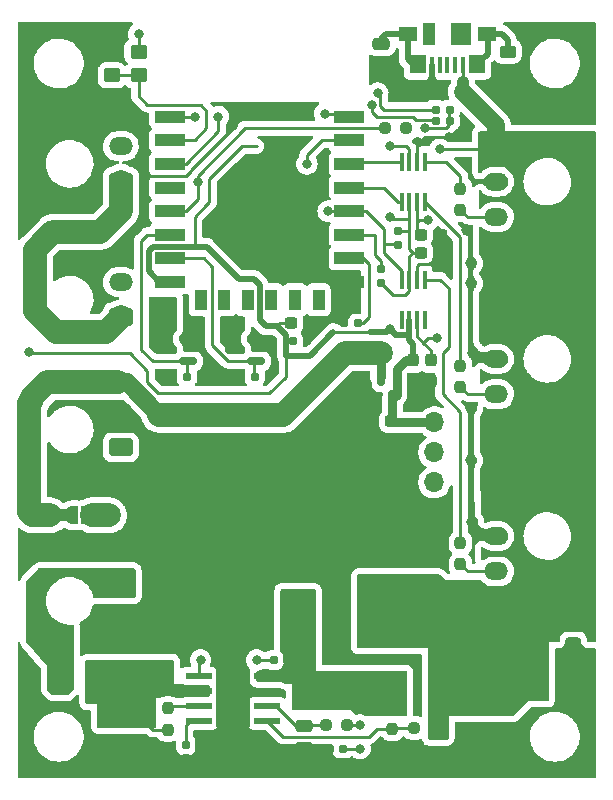
<source format=gbr>
%TF.GenerationSoftware,KiCad,Pcbnew,(6.0.1)*%
%TF.CreationDate,2022-02-04T15:15:14+01:00*%
%TF.ProjectId,WLED_ESP8266_molex_microfit,574c4544-5f45-4535-9038-3236365f6d6f,rev?*%
%TF.SameCoordinates,Original*%
%TF.FileFunction,Copper,L1,Top*%
%TF.FilePolarity,Positive*%
%FSLAX46Y46*%
G04 Gerber Fmt 4.6, Leading zero omitted, Abs format (unit mm)*
G04 Created by KiCad (PCBNEW (6.0.1)) date 2022-02-04 15:15:14*
%MOMM*%
%LPD*%
G01*
G04 APERTURE LIST*
G04 Aperture macros list*
%AMRoundRect*
0 Rectangle with rounded corners*
0 $1 Rounding radius*
0 $2 $3 $4 $5 $6 $7 $8 $9 X,Y pos of 4 corners*
0 Add a 4 corners polygon primitive as box body*
4,1,4,$2,$3,$4,$5,$6,$7,$8,$9,$2,$3,0*
0 Add four circle primitives for the rounded corners*
1,1,$1+$1,$2,$3*
1,1,$1+$1,$4,$5*
1,1,$1+$1,$6,$7*
1,1,$1+$1,$8,$9*
0 Add four rect primitives between the rounded corners*
20,1,$1+$1,$2,$3,$4,$5,0*
20,1,$1+$1,$4,$5,$6,$7,0*
20,1,$1+$1,$6,$7,$8,$9,0*
20,1,$1+$1,$8,$9,$2,$3,0*%
%AMFreePoly0*
4,1,22,0.500000,-0.750000,0.000000,-0.750000,0.000000,-0.745033,-0.079941,-0.743568,-0.215256,-0.701293,-0.333266,-0.622738,-0.424486,-0.514219,-0.481581,-0.384460,-0.499164,-0.250000,-0.500000,-0.250000,-0.500000,0.250000,-0.499164,0.250000,-0.499963,0.256109,-0.478152,0.396186,-0.417904,0.524511,-0.324060,0.630769,-0.204165,0.706417,-0.067858,0.745374,0.000000,0.744959,0.000000,0.750000,
0.500000,0.750000,0.500000,-0.750000,0.500000,-0.750000,$1*%
%AMFreePoly1*
4,1,20,0.000000,0.744959,0.073905,0.744508,0.209726,0.703889,0.328688,0.626782,0.421226,0.519385,0.479903,0.390333,0.500000,0.250000,0.500000,-0.250000,0.499851,-0.262216,0.476331,-0.402017,0.414519,-0.529596,0.319384,-0.634700,0.198574,-0.708877,0.061801,-0.746166,0.000000,-0.745033,0.000000,-0.750000,-0.500000,-0.750000,-0.500000,0.750000,0.000000,0.750000,0.000000,0.744959,
0.000000,0.744959,$1*%
G04 Aperture macros list end*
%TA.AperFunction,SMDPad,CuDef*%
%ADD10R,2.200000X0.500000*%
%TD*%
%TA.AperFunction,SMDPad,CuDef*%
%ADD11RoundRect,0.015000X-1.085000X-0.235000X1.085000X-0.235000X1.085000X0.235000X-1.085000X0.235000X0*%
%TD*%
%TA.AperFunction,SMDPad,CuDef*%
%ADD12R,2.950000X4.900000*%
%TD*%
%TA.AperFunction,ComponentPad*%
%ADD13C,0.430000*%
%TD*%
%TA.AperFunction,SMDPad,CuDef*%
%ADD14R,2.200000X1.500000*%
%TD*%
%TA.AperFunction,SMDPad,CuDef*%
%ADD15R,2.500000X3.300000*%
%TD*%
%TA.AperFunction,SMDPad,CuDef*%
%ADD16RoundRect,0.237500X0.237500X-0.300000X0.237500X0.300000X-0.237500X0.300000X-0.237500X-0.300000X0*%
%TD*%
%TA.AperFunction,ComponentPad*%
%ADD17RoundRect,0.250001X0.759999X-0.499999X0.759999X0.499999X-0.759999X0.499999X-0.759999X-0.499999X0*%
%TD*%
%TA.AperFunction,ComponentPad*%
%ADD18O,2.020000X1.500000*%
%TD*%
%TA.AperFunction,SMDPad,CuDef*%
%ADD19RoundRect,0.250000X-0.650000X0.412500X-0.650000X-0.412500X0.650000X-0.412500X0.650000X0.412500X0*%
%TD*%
%TA.AperFunction,ComponentPad*%
%ADD20R,1.700000X1.700000*%
%TD*%
%TA.AperFunction,ComponentPad*%
%ADD21O,1.700000X1.700000*%
%TD*%
%TA.AperFunction,SMDPad,CuDef*%
%ADD22RoundRect,0.250000X0.475000X-0.250000X0.475000X0.250000X-0.475000X0.250000X-0.475000X-0.250000X0*%
%TD*%
%TA.AperFunction,SMDPad,CuDef*%
%ADD23RoundRect,0.237500X0.300000X0.237500X-0.300000X0.237500X-0.300000X-0.237500X0.300000X-0.237500X0*%
%TD*%
%TA.AperFunction,SMDPad,CuDef*%
%ADD24RoundRect,0.160000X-0.197500X-0.160000X0.197500X-0.160000X0.197500X0.160000X-0.197500X0.160000X0*%
%TD*%
%TA.AperFunction,SMDPad,CuDef*%
%ADD25RoundRect,0.155000X0.155000X-0.212500X0.155000X0.212500X-0.155000X0.212500X-0.155000X-0.212500X0*%
%TD*%
%TA.AperFunction,SMDPad,CuDef*%
%ADD26RoundRect,0.237500X0.237500X-0.250000X0.237500X0.250000X-0.237500X0.250000X-0.237500X-0.250000X0*%
%TD*%
%TA.AperFunction,SMDPad,CuDef*%
%ADD27R,0.300000X1.600000*%
%TD*%
%TA.AperFunction,SMDPad,CuDef*%
%ADD28RoundRect,0.250001X-0.462499X-0.624999X0.462499X-0.624999X0.462499X0.624999X-0.462499X0.624999X0*%
%TD*%
%TA.AperFunction,SMDPad,CuDef*%
%ADD29RoundRect,0.237500X-0.300000X-0.237500X0.300000X-0.237500X0.300000X0.237500X-0.300000X0.237500X0*%
%TD*%
%TA.AperFunction,SMDPad,CuDef*%
%ADD30RoundRect,0.160000X0.160000X-0.197500X0.160000X0.197500X-0.160000X0.197500X-0.160000X-0.197500X0*%
%TD*%
%TA.AperFunction,SMDPad,CuDef*%
%ADD31RoundRect,0.237500X-0.237500X0.250000X-0.237500X-0.250000X0.237500X-0.250000X0.237500X0.250000X0*%
%TD*%
%TA.AperFunction,SMDPad,CuDef*%
%ADD32R,2.500000X1.000000*%
%TD*%
%TA.AperFunction,SMDPad,CuDef*%
%ADD33R,1.000000X1.800000*%
%TD*%
%TA.AperFunction,ComponentPad*%
%ADD34RoundRect,0.250001X-0.759999X0.499999X-0.759999X-0.499999X0.759999X-0.499999X0.759999X0.499999X0*%
%TD*%
%TA.AperFunction,SMDPad,CuDef*%
%ADD35R,0.450000X1.380000*%
%TD*%
%TA.AperFunction,SMDPad,CuDef*%
%ADD36R,1.000000X1.900000*%
%TD*%
%TA.AperFunction,SMDPad,CuDef*%
%ADD37R,1.650000X1.300000*%
%TD*%
%TA.AperFunction,SMDPad,CuDef*%
%ADD38R,1.425000X1.550000*%
%TD*%
%TA.AperFunction,SMDPad,CuDef*%
%ADD39R,1.800000X1.900000*%
%TD*%
%TA.AperFunction,SMDPad,CuDef*%
%ADD40RoundRect,0.250000X-0.450000X0.262500X-0.450000X-0.262500X0.450000X-0.262500X0.450000X0.262500X0*%
%TD*%
%TA.AperFunction,SMDPad,CuDef*%
%ADD41RoundRect,0.250000X-0.412500X-0.650000X0.412500X-0.650000X0.412500X0.650000X-0.412500X0.650000X0*%
%TD*%
%TA.AperFunction,SMDPad,CuDef*%
%ADD42RoundRect,0.237500X-0.250000X-0.237500X0.250000X-0.237500X0.250000X0.237500X-0.250000X0.237500X0*%
%TD*%
%TA.AperFunction,SMDPad,CuDef*%
%ADD43FreePoly0,180.000000*%
%TD*%
%TA.AperFunction,SMDPad,CuDef*%
%ADD44FreePoly1,180.000000*%
%TD*%
%TA.AperFunction,SMDPad,CuDef*%
%ADD45RoundRect,0.250000X-0.450000X0.350000X-0.450000X-0.350000X0.450000X-0.350000X0.450000X0.350000X0*%
%TD*%
%TA.AperFunction,SMDPad,CuDef*%
%ADD46RoundRect,0.160000X-0.160000X0.197500X-0.160000X-0.197500X0.160000X-0.197500X0.160000X0.197500X0*%
%TD*%
%TA.AperFunction,SMDPad,CuDef*%
%ADD47RoundRect,0.160000X0.197500X0.160000X-0.197500X0.160000X-0.197500X-0.160000X0.197500X-0.160000X0*%
%TD*%
%TA.AperFunction,SMDPad,CuDef*%
%ADD48RoundRect,0.150000X0.587500X0.150000X-0.587500X0.150000X-0.587500X-0.150000X0.587500X-0.150000X0*%
%TD*%
%TA.AperFunction,SMDPad,CuDef*%
%ADD49RoundRect,0.237500X-0.237500X0.300000X-0.237500X-0.300000X0.237500X-0.300000X0.237500X0.300000X0*%
%TD*%
%TA.AperFunction,SMDPad,CuDef*%
%ADD50RoundRect,0.155000X-0.212500X-0.155000X0.212500X-0.155000X0.212500X0.155000X-0.212500X0.155000X0*%
%TD*%
%TA.AperFunction,SMDPad,CuDef*%
%ADD51RoundRect,0.150000X0.150000X-0.587500X0.150000X0.587500X-0.150000X0.587500X-0.150000X-0.587500X0*%
%TD*%
%TA.AperFunction,SMDPad,CuDef*%
%ADD52RoundRect,0.250000X-0.475000X0.250000X-0.475000X-0.250000X0.475000X-0.250000X0.475000X0.250000X0*%
%TD*%
%TA.AperFunction,SMDPad,CuDef*%
%ADD53RoundRect,0.250000X0.450000X-0.350000X0.450000X0.350000X-0.450000X0.350000X-0.450000X-0.350000X0*%
%TD*%
%TA.AperFunction,ViaPad*%
%ADD54C,0.800000*%
%TD*%
%TA.AperFunction,ViaPad*%
%ADD55C,1.000000*%
%TD*%
%TA.AperFunction,ViaPad*%
%ADD56C,2.000000*%
%TD*%
%TA.AperFunction,Conductor*%
%ADD57C,0.250000*%
%TD*%
%TA.AperFunction,Conductor*%
%ADD58C,0.500000*%
%TD*%
%TA.AperFunction,Conductor*%
%ADD59C,2.000000*%
%TD*%
%TA.AperFunction,Conductor*%
%ADD60C,1.000000*%
%TD*%
%TA.AperFunction,Conductor*%
%ADD61C,1.500000*%
%TD*%
%TA.AperFunction,Conductor*%
%ADD62C,0.750000*%
%TD*%
G04 APERTURE END LIST*
D10*
%TO.P,U2,1,BOOT*%
%TO.N,Net-(C4-Pad1)*%
X133731000Y-121401000D03*
%TO.P,U2,2,VIN*%
%TO.N,VIN_F*%
X133731000Y-122671000D03*
%TO.P,U2,3,EN*%
%TO.N,Net-(R3-Pad2)*%
X133731000Y-123941000D03*
%TO.P,U2,4,SS*%
%TO.N,Net-(C3-Pad2)*%
X133731000Y-125211000D03*
D11*
%TO.P,U2,5,VSENSE*%
%TO.N,TPS_VSENSE*%
X139481000Y-125211000D03*
%TO.P,U2,6,COMP*%
%TO.N,Net-(C11-Pad2)*%
X139481000Y-123941000D03*
%TO.P,U2,7,GND*%
%TO.N,GND*%
X139481000Y-122671000D03*
%TO.P,U2,8,PH*%
%TO.N,/TPS_PH*%
X139481000Y-121401000D03*
D12*
%TO.P,U2,9,POWERPAD*%
%TO.N,GND*%
X136606000Y-123306000D03*
D13*
%TO.P,U2,10*%
%TO.N,N/C*%
X135956000Y-122006000D03*
%TO.P,U2,11*%
X137256000Y-122006000D03*
%TO.P,U2,12*%
X135956000Y-123306000D03*
%TO.P,U2,13*%
X137256000Y-123306000D03*
%TO.P,U2,14*%
X135956000Y-124606000D03*
%TO.P,U2,15*%
X137256000Y-124606000D03*
%TD*%
D14*
%TO.P,L1,2,2*%
%TO.N,+5V*%
X149356000Y-115856000D03*
%TO.P,L1,1,1*%
%TO.N,/TPS_PH*%
X149356000Y-122256000D03*
%TD*%
D15*
%TO.P,D1,1,K*%
%TO.N,/TPS_PH*%
X142006000Y-115806000D03*
%TO.P,D1,2,A*%
%TO.N,GND*%
X135206000Y-115806000D03*
%TD*%
D16*
%TO.P,C6,1*%
%TO.N,GND*%
X151856000Y-96418500D03*
%TO.P,C6,2*%
%TO.N,+3V3*%
X151856000Y-94693500D03*
%TD*%
D17*
%TO.P,J6,1,Pin_1*%
%TO.N,Net-(J6-Pad1)*%
X127106000Y-102056000D03*
D18*
%TO.P,J6,2,Pin_2*%
%TO.N,GND*%
X127106000Y-99056000D03*
%TD*%
D19*
%TO.P,C1,1*%
%TO.N,VIN_F*%
X126356000Y-124993500D03*
%TO.P,C1,2*%
%TO.N,GND*%
X126356000Y-128118500D03*
%TD*%
D20*
%TO.P,J9,1,Pin_1*%
%TO.N,GND*%
X153656000Y-107556000D03*
D21*
%TO.P,J9,2,Pin_2*%
%TO.N,RX*%
X153656000Y-105016000D03*
%TO.P,J9,3,Pin_3*%
%TO.N,TX*%
X153656000Y-102476000D03*
%TO.P,J9,4,Pin_4*%
%TO.N,+3V3*%
X153656000Y-99936000D03*
%TD*%
D22*
%TO.P,C11,1*%
%TO.N,GND*%
X142606000Y-127506000D03*
%TO.P,C11,2*%
%TO.N,Net-(C11-Pad2)*%
X142606000Y-125606000D03*
%TD*%
D23*
%TO.P,C9,1*%
%TO.N,GND*%
X143218500Y-91556000D03*
%TO.P,C9,2*%
%TO.N,+3V3*%
X141493500Y-91556000D03*
%TD*%
D24*
%TO.P,R13,1*%
%TO.N,RST*%
X153758500Y-73456000D03*
%TO.P,R13,2*%
%TO.N,+3V3*%
X154953500Y-73456000D03*
%TD*%
D25*
%TO.P,C3,1*%
%TO.N,GND*%
X132606000Y-128373500D03*
%TO.P,C3,2*%
%TO.N,Net-(C3-Pad2)*%
X132606000Y-127238500D03*
%TD*%
D19*
%TO.P,C2,1*%
%TO.N,VIN_F*%
X128856000Y-124993500D03*
%TO.P,C2,2*%
%TO.N,GND*%
X128856000Y-128118500D03*
%TD*%
D17*
%TO.P,J3,1,Pin_1*%
%TO.N,MOSFET_VOLTAGE*%
X127106000Y-91056000D03*
D18*
%TO.P,J3,2,Pin_2*%
%TO.N,/Q1_Drain*%
X127106000Y-88056000D03*
%TD*%
D26*
%TO.P,R6,1*%
%TO.N,GND*%
X150106000Y-127718500D03*
%TO.P,R6,2*%
%TO.N,TPS_VSENSE*%
X150106000Y-125893500D03*
%TD*%
D24*
%TO.P,R17,1*%
%TO.N,GND*%
X137258500Y-96056000D03*
%TO.P,R17,2*%
%TO.N,GPIO_13*%
X138453500Y-96056000D03*
%TD*%
D27*
%TO.P,U3,1,B2*%
%TO.N,Net-(R8-Pad1)*%
X152831000Y-77856000D03*
%TO.P,U3,2,GND*%
%TO.N,GND*%
X152181000Y-77856000D03*
%TO.P,U3,3,VCCA*%
%TO.N,+3V3*%
X151531000Y-77856000D03*
%TO.P,U3,4,A2*%
%TO.N,GPIO_5*%
X150881000Y-77856000D03*
%TO.P,U3,5,A1*%
%TO.N,GPIO_4*%
X150881000Y-81256000D03*
%TO.P,U3,6,OE*%
%TO.N,+3V3*%
X151531000Y-81256000D03*
%TO.P,U3,7,VCCB*%
%TO.N,+5V*%
X152181000Y-81256000D03*
%TO.P,U3,8,B1*%
%TO.N,Net-(R7-Pad1)*%
X152831000Y-81256000D03*
%TD*%
D28*
%TO.P,F1,1*%
%TO.N,VIN*%
X122118500Y-121806000D03*
%TO.P,F1,2*%
%TO.N,VIN_F*%
X125093500Y-121806000D03*
%TD*%
D29*
%TO.P,C7,1*%
%TO.N,+5V*%
X152493500Y-84056000D03*
%TO.P,C7,2*%
%TO.N,GND*%
X154218500Y-84056000D03*
%TD*%
D30*
%TO.P,R16,1*%
%TO.N,GPIO_0*%
X150606000Y-84903500D03*
%TO.P,R16,2*%
%TO.N,+3V3*%
X150606000Y-83708500D03*
%TD*%
D31*
%TO.P,R7,1*%
%TO.N,Net-(R7-Pad1)*%
X155856000Y-95143500D03*
%TO.P,R7,2*%
%TO.N,WS2812B_GPIO_4*%
X155856000Y-96968500D03*
%TD*%
D32*
%TO.P,U1,1,~{RST}*%
%TO.N,RST*%
X131256000Y-74056000D03*
%TO.P,U1,2,ADC*%
%TO.N,Net-(R11-Pad1)*%
X131256000Y-76056000D03*
%TO.P,U1,3,EN*%
%TO.N,EN*%
X131256000Y-78056000D03*
%TO.P,U1,4,GPIO16*%
%TO.N,unconnected-(U1-Pad4)*%
X131256000Y-80056000D03*
%TO.P,U1,5,GPIO14*%
%TO.N,GPIO_14*%
X131256000Y-82056000D03*
%TO.P,U1,6,GPIO12*%
%TO.N,GPIO_12*%
X131256000Y-84056000D03*
%TO.P,U1,7,GPIO13*%
%TO.N,GPIO_13*%
X131256000Y-86056000D03*
%TO.P,U1,8,VCC*%
%TO.N,+3V3*%
X131256000Y-88056000D03*
D33*
%TO.P,U1,9,CS0*%
%TO.N,unconnected-(U1-Pad9)*%
X133856000Y-89556000D03*
%TO.P,U1,10,MISO*%
%TO.N,unconnected-(U1-Pad10)*%
X135856000Y-89556000D03*
%TO.P,U1,11,GPIO9*%
%TO.N,unconnected-(U1-Pad11)*%
X137856000Y-89556000D03*
%TO.P,U1,12,GPIO10*%
%TO.N,unconnected-(U1-Pad12)*%
X139856000Y-89556000D03*
%TO.P,U1,13,MOSI*%
%TO.N,unconnected-(U1-Pad13)*%
X141856000Y-89556000D03*
%TO.P,U1,14,SCLK*%
%TO.N,unconnected-(U1-Pad14)*%
X143856000Y-89556000D03*
D32*
%TO.P,U1,15,GND*%
%TO.N,GND*%
X146456000Y-88056000D03*
%TO.P,U1,16,GPIO15*%
%TO.N,GPIO_15*%
X146456000Y-86056000D03*
%TO.P,U1,17,GPIO2*%
%TO.N,GPIO_2*%
X146456000Y-84056000D03*
%TO.P,U1,18,GPIO0*%
%TO.N,GPIO_0*%
X146456000Y-82056000D03*
%TO.P,U1,19,GPIO4*%
%TO.N,GPIO_4*%
X146456000Y-80056000D03*
%TO.P,U1,20,GPIO5*%
%TO.N,GPIO_5*%
X146456000Y-78056000D03*
%TO.P,U1,21,GPIO3/RXD*%
%TO.N,RX*%
X146456000Y-76056000D03*
%TO.P,U1,22,GPIO1/TXD*%
%TO.N,TX*%
X146456000Y-74056000D03*
%TD*%
D34*
%TO.P,J2,1,Pin_1*%
%TO.N,+5V*%
X158886000Y-106556000D03*
D18*
%TO.P,J2,2,Pin_2*%
%TO.N,GND*%
X158886000Y-109556000D03*
%TO.P,J2,3,Pin_3*%
%TO.N,WS2812B_GPIO_0*%
X158886000Y-112556000D03*
%TD*%
D24*
%TO.P,R12,1*%
%TO.N,EN*%
X153758500Y-74406000D03*
%TO.P,R12,2*%
%TO.N,+3V3*%
X154953500Y-74406000D03*
%TD*%
D27*
%TO.P,U4,1,B2*%
%TO.N,Net-(R9-Pad1)*%
X152831000Y-87856000D03*
%TO.P,U4,2,GND*%
%TO.N,GND*%
X152181000Y-87856000D03*
%TO.P,U4,3,VCCA*%
%TO.N,+3V3*%
X151531000Y-87856000D03*
%TO.P,U4,4,A2*%
%TO.N,GPIO_0*%
X150881000Y-87856000D03*
%TO.P,U4,5,A1*%
%TO.N,unconnected-(U4-Pad5)*%
X150881000Y-91256000D03*
%TO.P,U4,6,OE*%
%TO.N,+3V3*%
X151531000Y-91256000D03*
%TO.P,U4,7,VCCB*%
%TO.N,+5V*%
X152181000Y-91256000D03*
%TO.P,U4,8,B1*%
%TO.N,unconnected-(U4-Pad8)*%
X152831000Y-91256000D03*
%TD*%
D35*
%TO.P,J5,1,VBUS*%
%TO.N,+5V*%
X156056000Y-69716000D03*
%TO.P,J5,2,D-*%
%TO.N,unconnected-(J5-Pad2)*%
X155406000Y-69716000D03*
%TO.P,J5,3,D+*%
%TO.N,unconnected-(J5-Pad3)*%
X154756000Y-69716000D03*
%TO.P,J5,4,ID*%
%TO.N,unconnected-(J5-Pad4)*%
X154106000Y-69716000D03*
%TO.P,J5,5,GND*%
%TO.N,GND*%
X153456000Y-69716000D03*
D36*
%TO.P,J5,6,Shield*%
%TO.N,GND1*%
X153206000Y-67056000D03*
D37*
X151381000Y-67056000D03*
D38*
X157243500Y-69631000D03*
D39*
X155906000Y-67056000D03*
D38*
X152268500Y-69631000D03*
D37*
X158131000Y-67056000D03*
%TD*%
D40*
%TO.P,R19,1*%
%TO.N,GND1*%
X159856000Y-68543500D03*
%TO.P,R19,2*%
%TO.N,GND*%
X159856000Y-70368500D03*
%TD*%
D41*
%TO.P,C13,1*%
%TO.N,+5V*%
X162293500Y-119056000D03*
%TO.P,C13,2*%
%TO.N,GND*%
X165418500Y-119056000D03*
%TD*%
D42*
%TO.P,R5,1*%
%TO.N,TPS_VSENSE*%
X151943500Y-125806000D03*
%TO.P,R5,2*%
%TO.N,+5V*%
X153768500Y-125806000D03*
%TD*%
D43*
%TO.P,JP1,1,A*%
%TO.N,VIN*%
X124256000Y-107806000D03*
D44*
%TO.P,JP1,2,B*%
%TO.N,+5V*%
X122956000Y-107806000D03*
%TD*%
D45*
%TO.P,R2,1*%
%TO.N,ADC*%
X128606000Y-68556000D03*
%TO.P,R2,2*%
%TO.N,Net-(R11-Pad1)*%
X128606000Y-70556000D03*
%TD*%
D34*
%TO.P,J7,1,Pin_1*%
%TO.N,+5V*%
X158886000Y-76556000D03*
D18*
%TO.P,J7,2,Pin_2*%
%TO.N,GND*%
X158886000Y-79556000D03*
%TO.P,J7,3,Pin_3*%
%TO.N,WS2812B_GPIO_5*%
X158886000Y-82556000D03*
%TD*%
D42*
%TO.P,R18,1*%
%TO.N,GPIO_14*%
X149443500Y-75056000D03*
%TO.P,R18,2*%
%TO.N,+3V3*%
X151268500Y-75056000D03*
%TD*%
D31*
%TO.P,R9,1*%
%TO.N,Net-(R9-Pad1)*%
X155856000Y-110143500D03*
%TO.P,R9,2*%
%TO.N,WS2812B_GPIO_0*%
X155856000Y-111968500D03*
%TD*%
D34*
%TO.P,J8,1,Pin_1*%
%TO.N,+5V*%
X158886000Y-91556000D03*
D18*
%TO.P,J8,2,Pin_2*%
%TO.N,GND*%
X158886000Y-94556000D03*
%TO.P,J8,3,Pin_3*%
%TO.N,WS2812B_GPIO_4*%
X158886000Y-97556000D03*
%TD*%
D46*
%TO.P,R14,1*%
%TO.N,GPIO_2*%
X149106000Y-86958500D03*
%TO.P,R14,2*%
%TO.N,+3V3*%
X149106000Y-88153500D03*
%TD*%
D47*
%TO.P,R10,1*%
%TO.N,GND*%
X142853500Y-93056000D03*
%TO.P,R10,2*%
%TO.N,+3V3*%
X141658500Y-93056000D03*
%TD*%
D29*
%TO.P,C10,1*%
%TO.N,GND*%
X148293500Y-99856000D03*
%TO.P,C10,2*%
%TO.N,+3V3*%
X150018500Y-99856000D03*
%TD*%
D17*
%TO.P,J4,1,Pin_1*%
%TO.N,MOSFET_VOLTAGE*%
X127106000Y-79556000D03*
D18*
%TO.P,J4,2,Pin_2*%
%TO.N,/Q2_Drain*%
X127106000Y-76556000D03*
%TD*%
D48*
%TO.P,Q2,1,G*%
%TO.N,GPIO_13*%
X138543500Y-94756000D03*
%TO.P,Q2,2,S*%
%TO.N,GND*%
X138543500Y-92856000D03*
%TO.P,Q2,3,D*%
%TO.N,/Q2_Drain*%
X136668500Y-93806000D03*
%TD*%
D49*
%TO.P,C8,1*%
%TO.N,+5V*%
X153356000Y-94693500D03*
%TO.P,C8,2*%
%TO.N,GND*%
X153356000Y-96418500D03*
%TD*%
D50*
%TO.P,C4,1*%
%TO.N,Net-(C4-Pad1)*%
X140038500Y-120056000D03*
%TO.P,C4,2*%
%TO.N,/TPS_PH*%
X141173500Y-120056000D03*
%TD*%
D42*
%TO.P,R4,1*%
%TO.N,Net-(C11-Pad2)*%
X144443500Y-125556000D03*
%TO.P,R4,2*%
%TO.N,Net-(C12-Pad2)*%
X146268500Y-125556000D03*
%TD*%
D17*
%TO.P,J1,1,Pin_1*%
%TO.N,GND*%
X127106000Y-116556000D03*
D18*
%TO.P,J1,2,Pin_2*%
%TO.N,VIN*%
X127106000Y-113556000D03*
%TD*%
D48*
%TO.P,Q1,1,G*%
%TO.N,GPIO_12*%
X132793500Y-94756000D03*
%TO.P,Q1,2,S*%
%TO.N,GND*%
X132793500Y-92856000D03*
%TO.P,Q1,3,D*%
%TO.N,/Q1_Drain*%
X130918500Y-93806000D03*
%TD*%
D51*
%TO.P,U6,1,GND*%
%TO.N,GND*%
X148206000Y-97993500D03*
%TO.P,U6,2,VO*%
%TO.N,+3V3*%
X150106000Y-97993500D03*
%TO.P,U6,3,VI*%
%TO.N,+5V*%
X149156000Y-96118500D03*
%TD*%
D52*
%TO.P,C15,1*%
%TO.N,GND1*%
X149156000Y-67906000D03*
%TO.P,C15,2*%
%TO.N,GND*%
X149156000Y-69806000D03*
%TD*%
D24*
%TO.P,R1,1*%
%TO.N,GND*%
X146008500Y-91556000D03*
%TO.P,R1,2*%
%TO.N,GPIO_15*%
X147203500Y-91556000D03*
%TD*%
D31*
%TO.P,R8,1*%
%TO.N,Net-(R8-Pad1)*%
X155856000Y-80143500D03*
%TO.P,R8,2*%
%TO.N,WS2812B_GPIO_5*%
X155856000Y-81968500D03*
%TD*%
D26*
%TO.P,R3,1*%
%TO.N,VIN_F*%
X131106000Y-125968500D03*
%TO.P,R3,2*%
%TO.N,Net-(R3-Pad2)*%
X131106000Y-124143500D03*
%TD*%
D53*
%TO.P,R11,1*%
%TO.N,Net-(R11-Pad1)*%
X126356000Y-70556000D03*
%TO.P,R11,2*%
%TO.N,GND*%
X126356000Y-68556000D03*
%TD*%
D24*
%TO.P,R15,1*%
%TO.N,GND*%
X131508500Y-96056000D03*
%TO.P,R15,2*%
%TO.N,GPIO_12*%
X132703500Y-96056000D03*
%TD*%
D41*
%TO.P,C14,1*%
%TO.N,+5V*%
X162293500Y-121806000D03*
%TO.P,C14,2*%
%TO.N,GND*%
X165418500Y-121806000D03*
%TD*%
D23*
%TO.P,C5,1*%
%TO.N,GND*%
X154218500Y-85556000D03*
%TO.P,C5,2*%
%TO.N,+3V3*%
X152493500Y-85556000D03*
%TD*%
D50*
%TO.P,C12,1*%
%TO.N,GND*%
X144788500Y-127556000D03*
%TO.P,C12,2*%
%TO.N,Net-(C12-Pad2)*%
X145923500Y-127556000D03*
%TD*%
D54*
%TO.N,GND*%
X166356000Y-123556000D03*
D55*
X148606000Y-111306000D03*
X138356000Y-115806000D03*
X132856000Y-114556000D03*
X133606000Y-102306000D03*
X133606000Y-111306000D03*
X134856000Y-118556000D03*
D54*
X119248980Y-121537222D03*
D55*
X151606000Y-102306000D03*
D54*
X135456000Y-128156000D03*
X135656000Y-95956000D03*
X130656000Y-128956000D03*
D55*
X156956000Y-94056000D03*
D54*
X124556000Y-129356000D03*
D55*
X138356000Y-117806000D03*
D54*
X141056000Y-129256000D03*
D55*
X139356000Y-84056000D03*
X145556000Y-98856000D03*
X142606000Y-105306000D03*
D54*
X130556000Y-95956000D03*
D55*
X156756000Y-103156000D03*
X160556000Y-72256000D03*
X136356000Y-84056000D03*
X136606000Y-105306000D03*
X151606000Y-111306000D03*
X130106000Y-114556000D03*
X156856000Y-108356000D03*
X166056000Y-71656000D03*
X145606000Y-105306000D03*
X136606000Y-102306000D03*
X133606000Y-108306000D03*
X124106000Y-74306000D03*
X148606000Y-105306000D03*
X130606000Y-102306000D03*
X156756000Y-98756000D03*
X148606000Y-102306000D03*
X136606000Y-111306000D03*
D54*
X119356000Y-123056000D03*
X154356000Y-86556000D03*
X136606000Y-74806000D03*
X139856000Y-93356000D03*
D55*
X148606000Y-108306000D03*
X139606000Y-102306000D03*
X139356000Y-81056000D03*
X151606000Y-108306000D03*
X129756000Y-111956000D03*
X145606000Y-102306000D03*
X150556000Y-72256000D03*
X145606000Y-111306000D03*
X142606000Y-102306000D03*
D54*
X154856000Y-75806000D03*
D55*
X145606000Y-108306000D03*
X138356000Y-114056000D03*
X139606000Y-111306000D03*
X133606000Y-105306000D03*
X139606000Y-108306000D03*
X156756000Y-86456000D03*
X142606000Y-111306000D03*
D54*
X152656000Y-96556000D03*
D55*
X151606000Y-105306000D03*
X136856000Y-118806000D03*
X139606000Y-105306000D03*
X156456000Y-83656000D03*
X136606000Y-108306000D03*
X121106000Y-74306000D03*
X142606000Y-108306000D03*
D54*
X137656000Y-128656000D03*
X137356000Y-126956000D03*
D55*
X136356000Y-81056000D03*
X132856000Y-117306000D03*
X130106000Y-117306000D03*
X156756000Y-88156000D03*
X153456000Y-71156000D03*
X130606000Y-105306000D03*
D54*
%TO.N,+5V*%
X153106000Y-82806000D03*
D56*
X149106000Y-94056000D03*
D54*
X154106000Y-76806000D03*
X153856000Y-92806000D03*
X119356000Y-98306000D03*
%TO.N,+3V3*%
X149856000Y-82556000D03*
X149856000Y-92056000D03*
X149856000Y-76556000D03*
X119356000Y-93956000D03*
X152856000Y-75056000D03*
D56*
%TO.N,VIN*%
X126106000Y-107806000D03*
D54*
%TO.N,ADC*%
X128606000Y-67056000D03*
D55*
%TO.N,/Q2_Drain*%
X136606000Y-91556000D03*
X136606000Y-92806000D03*
D54*
%TO.N,TX*%
X144356000Y-73806000D03*
%TO.N,RX*%
X142856000Y-78056000D03*
%TO.N,GPIO_14*%
X133606000Y-79556000D03*
D55*
%TO.N,/Q1_Drain*%
X130606000Y-91306000D03*
X130606000Y-90056000D03*
X130606000Y-92556000D03*
D54*
%TO.N,GPIO_0*%
X144656000Y-82056000D03*
D55*
%TO.N,VIN_F*%
X126606000Y-122806000D03*
X126606000Y-121806000D03*
X126606000Y-120806000D03*
%TO.N,MOSFET_VOLTAGE*%
X119856000Y-86306000D03*
X120231000Y-84931000D03*
X121231000Y-83931000D03*
X122606000Y-83806000D03*
D54*
%TO.N,EN*%
X148356000Y-73056000D03*
X135356000Y-74056000D03*
%TO.N,RST*%
X148856000Y-72056000D03*
X133356000Y-74056000D03*
%TO.N,Net-(C4-Pad1)*%
X133856000Y-120056000D03*
X138606000Y-120056000D03*
%TO.N,Net-(C12-Pad2)*%
X147356000Y-125556000D03*
X147356000Y-127556000D03*
%TD*%
D57*
%TO.N,GND*%
X139481000Y-122671000D02*
X137099717Y-122671000D01*
X152181000Y-86731000D02*
X152356000Y-86556000D01*
X136606000Y-123164717D02*
X136606000Y-123306000D01*
D58*
X153456000Y-71156000D02*
X153456000Y-69716000D01*
D57*
X152856000Y-75806000D02*
X154106000Y-75806000D01*
X133056000Y-78656000D02*
X132656000Y-79056000D01*
X133056000Y-78556000D02*
X133056000Y-78656000D01*
X152356000Y-76306000D02*
X152856000Y-75806000D01*
X136606000Y-75006000D02*
X133056000Y-78556000D01*
X136606000Y-74806000D02*
X136606000Y-75006000D01*
X132656000Y-79056000D02*
X129156000Y-79056000D01*
X152181000Y-87856000D02*
X152181000Y-86731000D01*
X152181000Y-76481000D02*
X152356000Y-76306000D01*
X152356000Y-86556000D02*
X154356000Y-86556000D01*
X137099717Y-122671000D02*
X136606000Y-123164717D01*
X152181000Y-77856000D02*
X152181000Y-76481000D01*
X154106000Y-75806000D02*
X154856000Y-75806000D01*
%TO.N,Net-(R11-Pad1)*%
X134356000Y-73556000D02*
X133856000Y-73056000D01*
X129356000Y-73056000D02*
X128606000Y-72306000D01*
X133856000Y-73056000D02*
X129356000Y-73056000D01*
X128606000Y-72306000D02*
X128606000Y-70556000D01*
X134356000Y-75056000D02*
X134356000Y-73556000D01*
X133356000Y-76056000D02*
X134356000Y-75056000D01*
X131256000Y-76056000D02*
X133356000Y-76056000D01*
X126356000Y-70556000D02*
X128606000Y-70556000D01*
%TO.N,Net-(C3-Pad2)*%
X132606000Y-125556000D02*
X132951000Y-125211000D01*
X132606000Y-127238500D02*
X132606000Y-125556000D01*
X132951000Y-125211000D02*
X133731000Y-125211000D01*
D59*
%TO.N,+5V*%
X146106000Y-94056000D02*
X149106000Y-94056000D01*
D57*
X152181000Y-82981000D02*
X152181000Y-81256000D01*
D59*
X119606000Y-97806000D02*
X120856000Y-96556000D01*
D57*
X152731000Y-93181000D02*
X153106000Y-92806000D01*
D60*
X156056000Y-71156000D02*
X156056000Y-71956000D01*
D59*
X119606000Y-107806000D02*
X121106000Y-107806000D01*
D60*
X122956000Y-107806000D02*
X121106000Y-107806000D01*
D57*
X152731000Y-93181000D02*
X152181000Y-92631000D01*
D61*
X158886000Y-74786000D02*
X158886000Y-76556000D01*
D59*
X119356000Y-107556000D02*
X119606000Y-107806000D01*
D57*
X154106000Y-76806000D02*
X158636000Y-76806000D01*
D59*
X140856000Y-99306000D02*
X146106000Y-94056000D01*
D61*
X126856000Y-96556000D02*
X127606000Y-96556000D01*
D59*
X119356000Y-98306000D02*
X119356000Y-107556000D01*
X119606000Y-98056000D02*
X119606000Y-97806000D01*
D57*
X152493500Y-84056000D02*
X152181000Y-83743500D01*
D61*
X156056000Y-71956000D02*
X158886000Y-74786000D01*
D57*
X152181000Y-82981000D02*
X152356000Y-82806000D01*
D61*
X127606000Y-96556000D02*
X130356000Y-99306000D01*
D57*
X152181000Y-83743500D02*
X152181000Y-82981000D01*
D59*
X120856000Y-96556000D02*
X126856000Y-96556000D01*
X119356000Y-98306000D02*
X119606000Y-98056000D01*
D57*
X153356000Y-94693500D02*
X153356000Y-93806000D01*
D62*
X149106000Y-94056000D02*
X149106000Y-96068500D01*
X149106000Y-96068500D02*
X149156000Y-96118500D01*
D57*
X153356000Y-93806000D02*
X152731000Y-93181000D01*
X153106000Y-92806000D02*
X153856000Y-92806000D01*
X152181000Y-92631000D02*
X152181000Y-91256000D01*
X156056000Y-69716000D02*
X156056000Y-71156000D01*
X158636000Y-76806000D02*
X158886000Y-76556000D01*
X152356000Y-82806000D02*
X153106000Y-82806000D01*
D59*
X130356000Y-99306000D02*
X140856000Y-99306000D01*
D57*
%TO.N,+3V3*%
X140606000Y-91556000D02*
X140356000Y-91806000D01*
X133356000Y-82556000D02*
X134356000Y-81556000D01*
D58*
X141106000Y-92556000D02*
X140356000Y-91806000D01*
D57*
X152856000Y-75056000D02*
X154656000Y-75056000D01*
X151531000Y-88805022D02*
X151531000Y-87856000D01*
X141493500Y-91556000D02*
X140606000Y-91556000D01*
X151531000Y-76806000D02*
X151531000Y-77856000D01*
D62*
X150456000Y-95456000D02*
X150456000Y-97643500D01*
D57*
X141788500Y-93056000D02*
X141106000Y-93056000D01*
X151531000Y-83631000D02*
X151531000Y-82731000D01*
X141106000Y-96056000D02*
X139680520Y-97481480D01*
X119856000Y-94056000D02*
X127856000Y-94056000D01*
X136356000Y-77556000D02*
X137356000Y-76556000D01*
X129356000Y-95556000D02*
X129356000Y-96556000D01*
D58*
X129456000Y-87156000D02*
X130356000Y-88056000D01*
D57*
X152493500Y-85556000D02*
X151856000Y-85556000D01*
D58*
X129456000Y-85456978D02*
X129456000Y-87156000D01*
D57*
X151423500Y-83738500D02*
X151531000Y-83631000D01*
X151531000Y-87856000D02*
X151531000Y-85881000D01*
D62*
X150098500Y-99936000D02*
X150018500Y-99856000D01*
D58*
X151506489Y-92505511D02*
X150305511Y-92505511D01*
D62*
X150106000Y-99768500D02*
X150018500Y-99856000D01*
D57*
X119456000Y-94056000D02*
X119356000Y-93956000D01*
X141106000Y-92556000D02*
X141106000Y-93056000D01*
D58*
X141106000Y-94306000D02*
X141106000Y-92556000D01*
D57*
X151531000Y-92981000D02*
X151531000Y-92481000D01*
D62*
X151218500Y-94693500D02*
X151856000Y-94693500D01*
D58*
X134356000Y-85056000D02*
X133356000Y-85056000D01*
X138856000Y-91306000D02*
X139356000Y-91806000D01*
D57*
X134606000Y-79306000D02*
X136356000Y-77556000D01*
D58*
X134406000Y-85106000D02*
X134356000Y-85056000D01*
D57*
X139680520Y-97481480D02*
X130281480Y-97481480D01*
D58*
X137106000Y-87806000D02*
X134406000Y-85106000D01*
X149606000Y-92306000D02*
X148206000Y-92306000D01*
D57*
X151531000Y-85881000D02*
X151856000Y-85556000D01*
X119856000Y-94056000D02*
X119456000Y-94056000D01*
X150606000Y-83738500D02*
X151423500Y-83738500D01*
D58*
X138856000Y-91306000D02*
X138856000Y-88306000D01*
X143106000Y-94306000D02*
X141106000Y-94306000D01*
D57*
X129356000Y-96556000D02*
X129606000Y-96806000D01*
X151531000Y-92481000D02*
X151531000Y-91256000D01*
D62*
X150456000Y-95456000D02*
X151218500Y-94693500D01*
D57*
X154923500Y-74788500D02*
X154923500Y-74406000D01*
X137356000Y-76556000D02*
X138606000Y-76556000D01*
X134606000Y-80056000D02*
X134606000Y-79306000D01*
X148206000Y-92306000D02*
X145106000Y-92306000D01*
X150281000Y-92481000D02*
X151531000Y-92481000D01*
X151531000Y-82731000D02*
X150031000Y-82731000D01*
X134606000Y-81306000D02*
X134606000Y-80056000D01*
D58*
X130356000Y-88056000D02*
X131256000Y-88056000D01*
X149856000Y-92056000D02*
X149606000Y-92306000D01*
X133356000Y-85056000D02*
X129856978Y-85056000D01*
D57*
X151281000Y-76556000D02*
X151531000Y-76806000D01*
D58*
X145106000Y-92306000D02*
X143106000Y-94306000D01*
D62*
X150106000Y-97993500D02*
X150106000Y-99768500D01*
D58*
X149856000Y-92056000D02*
X150281000Y-92481000D01*
D57*
X150031000Y-82731000D02*
X149856000Y-82556000D01*
D58*
X151531000Y-92481000D02*
X151506489Y-92505511D01*
D57*
X133356000Y-85056000D02*
X133356000Y-82556000D01*
X149856000Y-76556000D02*
X151281000Y-76556000D01*
X130281480Y-97481480D02*
X129606000Y-96806000D01*
X134356000Y-81556000D02*
X134606000Y-81306000D01*
X127856000Y-94056000D02*
X129356000Y-95556000D01*
X150138500Y-89156000D02*
X151180022Y-89156000D01*
D58*
X138356000Y-87806000D02*
X138856000Y-88306000D01*
D62*
X153656000Y-99936000D02*
X150098500Y-99936000D01*
D58*
X140356000Y-91806000D02*
X139356000Y-91806000D01*
X138356000Y-87806000D02*
X137106000Y-87806000D01*
D57*
X151856000Y-85556000D02*
X151531000Y-85231000D01*
D58*
X150305511Y-92505511D02*
X150281000Y-92481000D01*
D62*
X150456000Y-97643500D02*
X150106000Y-97993500D01*
D58*
X129456000Y-85456978D02*
X129856978Y-85056000D01*
D57*
X151531000Y-82731000D02*
X151531000Y-81256000D01*
D58*
X151856000Y-94693500D02*
X151856000Y-93306000D01*
X151531000Y-92981000D02*
X151856000Y-93306000D01*
D57*
X154656000Y-75056000D02*
X154923500Y-74788500D01*
X149106000Y-88123500D02*
X150138500Y-89156000D01*
X141106000Y-93056000D02*
X141106000Y-94306000D01*
X151531000Y-85231000D02*
X151531000Y-83631000D01*
X151180022Y-89156000D02*
X151531000Y-88805022D01*
X154923500Y-73456000D02*
X154923500Y-74406000D01*
X141106000Y-94306000D02*
X141106000Y-96056000D01*
D58*
X151531000Y-92981000D02*
X151531000Y-91256000D01*
D60*
%TO.N,VIN*%
X124256000Y-107806000D02*
X125356000Y-107806000D01*
D59*
X125356000Y-107806000D02*
X126106000Y-107806000D01*
X126106000Y-107806000D02*
X124655520Y-107806000D01*
D57*
%TO.N,ADC*%
X128606000Y-68556000D02*
X128606000Y-67056000D01*
%TO.N,Net-(R3-Pad2)*%
X131308500Y-123941000D02*
X133731000Y-123941000D01*
X131106000Y-124143500D02*
X131308500Y-123941000D01*
%TO.N,Net-(R7-Pad1)*%
X152831000Y-81256000D02*
X155856000Y-84281000D01*
X155856000Y-84281000D02*
X155856000Y-95193500D01*
%TO.N,WS2812B_GPIO_4*%
X156493500Y-97556000D02*
X158886000Y-97556000D01*
X155856000Y-96918500D02*
X156493500Y-97556000D01*
%TO.N,Net-(R8-Pad1)*%
X155856000Y-79056000D02*
X154656000Y-77856000D01*
X154656000Y-77856000D02*
X152831000Y-77856000D01*
X155856000Y-80193500D02*
X155856000Y-79056000D01*
%TO.N,WS2812B_GPIO_5*%
X156493500Y-82556000D02*
X158886000Y-82556000D01*
X155856000Y-81918500D02*
X156493500Y-82556000D01*
%TO.N,Net-(R9-Pad1)*%
X154856000Y-93556000D02*
X154856000Y-88556000D01*
X155856000Y-99056000D02*
X154356000Y-97556000D01*
X154356000Y-97556000D02*
X154356000Y-94056000D01*
X154356000Y-94056000D02*
X154856000Y-93556000D01*
X155856000Y-110193500D02*
X155856000Y-99056000D01*
X154856000Y-88556000D02*
X154156000Y-87856000D01*
X154156000Y-87856000D02*
X152831000Y-87856000D01*
%TO.N,WS2812B_GPIO_0*%
X155856000Y-111918500D02*
X156493500Y-112556000D01*
X156493500Y-112556000D02*
X158886000Y-112556000D01*
%TO.N,TX*%
X144356000Y-73806000D02*
X146206000Y-73806000D01*
X146206000Y-73806000D02*
X146456000Y-74056000D01*
%TO.N,RX*%
X143356000Y-76806000D02*
X142856000Y-77306000D01*
X142856000Y-77306000D02*
X142856000Y-78056000D01*
X146456000Y-76056000D02*
X144106000Y-76056000D01*
X144106000Y-76056000D02*
X143356000Y-76806000D01*
%TO.N,GPIO_14*%
X133606000Y-79556000D02*
X133606000Y-81056000D01*
X132606000Y-82056000D02*
X131256000Y-82056000D01*
X133606000Y-81056000D02*
X132606000Y-82056000D01*
X137606000Y-75056000D02*
X149493500Y-75056000D01*
X133606000Y-79556000D02*
X133606000Y-79056000D01*
X133606000Y-79056000D02*
X137606000Y-75056000D01*
%TO.N,GPIO_12*%
X128856000Y-84556000D02*
X129356000Y-84056000D01*
X132793500Y-94756000D02*
X129806000Y-94756000D01*
X129806000Y-94756000D02*
X128856000Y-93806000D01*
X132673500Y-96056000D02*
X132673500Y-94876000D01*
X129356000Y-84056000D02*
X131256000Y-84056000D01*
X128856000Y-93806000D02*
X128856000Y-84556000D01*
X132673500Y-94876000D02*
X132793500Y-94756000D01*
%TO.N,GPIO_13*%
X138423500Y-94876000D02*
X138543500Y-94756000D01*
X134856000Y-93402072D02*
X136209928Y-94756000D01*
X134856000Y-86806000D02*
X134856000Y-93402072D01*
X136209928Y-94756000D02*
X138543500Y-94756000D01*
X134106000Y-86056000D02*
X134856000Y-86806000D01*
X131256000Y-86056000D02*
X134106000Y-86056000D01*
X138423500Y-96056000D02*
X138423500Y-94876000D01*
%TO.N,GPIO_0*%
X150881000Y-87081000D02*
X149356000Y-85556000D01*
X149423500Y-84873500D02*
X149356000Y-84806000D01*
X146456000Y-82056000D02*
X144656000Y-82056000D01*
X149356000Y-84806000D02*
X149356000Y-83556000D01*
X149356000Y-83556000D02*
X147856000Y-82056000D01*
X149356000Y-85556000D02*
X149356000Y-84806000D01*
X150606000Y-84873500D02*
X149423500Y-84873500D01*
X150881000Y-87856000D02*
X150881000Y-87081000D01*
X147856000Y-82056000D02*
X146456000Y-82056000D01*
%TO.N,GPIO_4*%
X150881000Y-81256000D02*
X150556000Y-81256000D01*
X149356000Y-80056000D02*
X146456000Y-80056000D01*
X150556000Y-81256000D02*
X149356000Y-80056000D01*
%TO.N,GPIO_5*%
X146656000Y-77856000D02*
X146456000Y-78056000D01*
X150881000Y-77856000D02*
X146656000Y-77856000D01*
%TO.N,VIN_F*%
X131106000Y-125968500D02*
X129831000Y-125968500D01*
X129831000Y-125968500D02*
X128856000Y-124993500D01*
D59*
%TO.N,MOSFET_VOLTAGE*%
X121231000Y-83931000D02*
X121356000Y-83806000D01*
X125856479Y-92305521D02*
X121647110Y-92305521D01*
X122606000Y-83806000D02*
X125356000Y-83806000D01*
X119856000Y-90514411D02*
X119856000Y-86306000D01*
X121356000Y-83806000D02*
X122606000Y-83806000D01*
X119856000Y-85306000D02*
X120231000Y-84931000D01*
X120231000Y-84931000D02*
X121231000Y-83931000D01*
X121647110Y-92305521D02*
X119856000Y-90514411D01*
X127106000Y-91056000D02*
X125856479Y-92305521D01*
X119856000Y-86306000D02*
X119856000Y-85306000D01*
X125356000Y-83806000D02*
X127106000Y-82056000D01*
X127106000Y-82056000D02*
X127106000Y-79556000D01*
D57*
%TO.N,GPIO_15*%
X148106000Y-86556000D02*
X148106000Y-91056000D01*
X148106000Y-91056000D02*
X147606000Y-91556000D01*
X147606000Y-86056000D02*
X148106000Y-86556000D01*
X147606000Y-91556000D02*
X147173500Y-91556000D01*
X146456000Y-86056000D02*
X147606000Y-86056000D01*
%TO.N,EN*%
X151856000Y-74056000D02*
X148756000Y-74056000D01*
X153713989Y-74331489D02*
X152131489Y-74331489D01*
X132606000Y-78056000D02*
X131256000Y-78056000D01*
X135356000Y-75306000D02*
X132606000Y-78056000D01*
X148756000Y-74056000D02*
X148356000Y-73656000D01*
X148356000Y-73656000D02*
X148356000Y-73056000D01*
X153788500Y-74406000D02*
X153713989Y-74331489D01*
X152131489Y-74331489D02*
X151856000Y-74056000D01*
X135356000Y-74056000D02*
X135356000Y-75306000D01*
%TO.N,RST*%
X149080511Y-73180511D02*
X149080511Y-72280511D01*
X149080511Y-72280511D02*
X148856000Y-72056000D01*
X149356000Y-73456000D02*
X149080511Y-73180511D01*
X131256000Y-74056000D02*
X133356000Y-74056000D01*
X153788500Y-73456000D02*
X149356000Y-73456000D01*
%TO.N,GPIO_2*%
X149106000Y-86988500D02*
X149106000Y-86306000D01*
X148606000Y-84056000D02*
X146456000Y-84056000D01*
X148606000Y-85806000D02*
X148606000Y-84056000D01*
X149106000Y-86306000D02*
X148606000Y-85806000D01*
%TO.N,Net-(C4-Pad1)*%
X133731000Y-121401000D02*
X133731000Y-120181000D01*
X140038500Y-120056000D02*
X138606000Y-120056000D01*
X133731000Y-120181000D02*
X133856000Y-120056000D01*
%TO.N,Net-(C11-Pad2)*%
X142656000Y-125556000D02*
X142606000Y-125606000D01*
X142606000Y-125606000D02*
X141906000Y-125606000D01*
X144443500Y-125556000D02*
X142656000Y-125556000D01*
X141906000Y-125606000D02*
X140241000Y-123941000D01*
X140241000Y-123941000D02*
X139481000Y-123941000D01*
%TO.N,Net-(C12-Pad2)*%
X146268500Y-125556000D02*
X147356000Y-125556000D01*
X147356000Y-127556000D02*
X145923500Y-127556000D01*
%TO.N,TPS_VSENSE*%
X140826000Y-126556000D02*
X139481000Y-125211000D01*
X148768500Y-125893500D02*
X148106000Y-126556000D01*
X151943500Y-125806000D02*
X150193500Y-125806000D01*
X150193500Y-125806000D02*
X150106000Y-125893500D01*
X148106000Y-126556000D02*
X140826000Y-126556000D01*
X150106000Y-125893500D02*
X148768500Y-125893500D01*
D58*
%TO.N,GND1*%
X149156000Y-67456000D02*
X149556000Y-67056000D01*
D57*
X152268500Y-69631000D02*
X151831000Y-69631000D01*
X158156000Y-67081000D02*
X158131000Y-67056000D01*
X149156000Y-67906000D02*
X149156000Y-67456000D01*
D58*
X159856000Y-67556000D02*
X159356000Y-67056000D01*
X157243500Y-69631000D02*
X158156000Y-68718500D01*
X159856000Y-68543500D02*
X159856000Y-67556000D01*
X149556000Y-67056000D02*
X151381000Y-67056000D01*
X151381000Y-69181000D02*
X151381000Y-67056000D01*
X159356000Y-67056000D02*
X158131000Y-67056000D01*
X151831000Y-69631000D02*
X151381000Y-69181000D01*
X158156000Y-68718500D02*
X158156000Y-67081000D01*
%TD*%
%TA.AperFunction,Conductor*%
%TO.N,+5V*%
G36*
X167290121Y-75326002D02*
G01*
X167336614Y-75379658D01*
X167348000Y-75432000D01*
X167348000Y-118430000D01*
X167327998Y-118498121D01*
X167274342Y-118544614D01*
X167222000Y-118556000D01*
X166715500Y-118556000D01*
X166647379Y-118535998D01*
X166600886Y-118482342D01*
X166589500Y-118430000D01*
X166589500Y-118355600D01*
X166578526Y-118249834D01*
X166522550Y-118082054D01*
X166429478Y-117931652D01*
X166304303Y-117806695D01*
X166298072Y-117802854D01*
X166159968Y-117717725D01*
X166159966Y-117717724D01*
X166153738Y-117713885D01*
X165993254Y-117660655D01*
X165992389Y-117660368D01*
X165992387Y-117660368D01*
X165985861Y-117658203D01*
X165979025Y-117657503D01*
X165979022Y-117657502D01*
X165935969Y-117653091D01*
X165881400Y-117647500D01*
X164955600Y-117647500D01*
X164952354Y-117647837D01*
X164952350Y-117647837D01*
X164856692Y-117657762D01*
X164856688Y-117657763D01*
X164849834Y-117658474D01*
X164843298Y-117660655D01*
X164843296Y-117660655D01*
X164711194Y-117704728D01*
X164682054Y-117714450D01*
X164531652Y-117807522D01*
X164406695Y-117932697D01*
X164313885Y-118083262D01*
X164258203Y-118251139D01*
X164247500Y-118355600D01*
X164247500Y-118430000D01*
X164227498Y-118498121D01*
X164173842Y-118544614D01*
X164121500Y-118556000D01*
X157856000Y-118556000D01*
X156106000Y-116056000D01*
X156106000Y-113306000D01*
X157552947Y-113306000D01*
X157621068Y-113326002D01*
X157652909Y-113355295D01*
X157695877Y-113411292D01*
X157862036Y-113562485D01*
X157866783Y-113565463D01*
X157866786Y-113565465D01*
X157995229Y-113646036D01*
X158052344Y-113681864D01*
X158260783Y-113765656D01*
X158480767Y-113811213D01*
X158485378Y-113811479D01*
X158485379Y-113811479D01*
X158535952Y-113814395D01*
X158535956Y-113814395D01*
X158537775Y-113814500D01*
X159202999Y-113814500D01*
X159205786Y-113814251D01*
X159205792Y-113814251D01*
X159275929Y-113807991D01*
X159369762Y-113799617D01*
X159375176Y-113798136D01*
X159375181Y-113798135D01*
X159502912Y-113763191D01*
X159586451Y-113740337D01*
X159591509Y-113737925D01*
X159591513Y-113737923D01*
X159709042Y-113681864D01*
X159789218Y-113643622D01*
X159971654Y-113512529D01*
X160127992Y-113351201D01*
X160253290Y-113164738D01*
X160343588Y-112959033D01*
X160396032Y-112740589D01*
X160408963Y-112516310D01*
X160381975Y-112293285D01*
X160315918Y-112078565D01*
X160212882Y-111878936D01*
X160076123Y-111700708D01*
X159909964Y-111549515D01*
X159905217Y-111546537D01*
X159905214Y-111546535D01*
X159724405Y-111433115D01*
X159719656Y-111430136D01*
X159511217Y-111346344D01*
X159291233Y-111300787D01*
X159286622Y-111300521D01*
X159286621Y-111300521D01*
X159236048Y-111297605D01*
X159236044Y-111297605D01*
X159234225Y-111297500D01*
X158569001Y-111297500D01*
X158566214Y-111297749D01*
X158566208Y-111297749D01*
X158496071Y-111304009D01*
X158402238Y-111312383D01*
X158396824Y-111313864D01*
X158396819Y-111313865D01*
X158282262Y-111345205D01*
X158185549Y-111371663D01*
X158180491Y-111374075D01*
X158180487Y-111374077D01*
X158123875Y-111401080D01*
X157982782Y-111468378D01*
X157800346Y-111599471D01*
X157800233Y-111599313D01*
X157737834Y-111627665D01*
X157667579Y-111617428D01*
X157614012Y-111570833D01*
X157594143Y-111503743D01*
X157588192Y-110599139D01*
X157607745Y-110530888D01*
X157661094Y-110484043D01*
X157731300Y-110473477D01*
X157798989Y-110505117D01*
X157857883Y-110558707D01*
X157857889Y-110558712D01*
X157862036Y-110562485D01*
X157866783Y-110565463D01*
X157866786Y-110565465D01*
X157995229Y-110646036D01*
X158052344Y-110681864D01*
X158260783Y-110765656D01*
X158480767Y-110811213D01*
X158485378Y-110811479D01*
X158485379Y-110811479D01*
X158535952Y-110814395D01*
X158535956Y-110814395D01*
X158537775Y-110814500D01*
X159202999Y-110814500D01*
X159205786Y-110814251D01*
X159205792Y-110814251D01*
X159275929Y-110807991D01*
X159369762Y-110799617D01*
X159375176Y-110798136D01*
X159375181Y-110798135D01*
X159502912Y-110763191D01*
X159586451Y-110740337D01*
X159591509Y-110737925D01*
X159591513Y-110737923D01*
X159709042Y-110681864D01*
X159789218Y-110643622D01*
X159971654Y-110512529D01*
X160127992Y-110351201D01*
X160253290Y-110164738D01*
X160343588Y-109959033D01*
X160356411Y-109905624D01*
X160394722Y-109746046D01*
X160394722Y-109746045D01*
X160396032Y-109740589D01*
X160405517Y-109576080D01*
X160408640Y-109521917D01*
X160408640Y-109521914D01*
X160408963Y-109516310D01*
X160405263Y-109485733D01*
X161193822Y-109485733D01*
X161193975Y-109490121D01*
X161193975Y-109490127D01*
X161202743Y-109741191D01*
X161203625Y-109766458D01*
X161204387Y-109770781D01*
X161204388Y-109770788D01*
X161228164Y-109905624D01*
X161252402Y-110043087D01*
X161339203Y-110310235D01*
X161341131Y-110314188D01*
X161341133Y-110314193D01*
X161361148Y-110355229D01*
X161462340Y-110562702D01*
X161464795Y-110566341D01*
X161464798Y-110566347D01*
X161486917Y-110599139D01*
X161619415Y-110795576D01*
X161622360Y-110798847D01*
X161622361Y-110798848D01*
X161623503Y-110800116D01*
X161807371Y-111004322D01*
X162022550Y-111184879D01*
X162260764Y-111333731D01*
X162517375Y-111447982D01*
X162787390Y-111525407D01*
X162791740Y-111526018D01*
X162791743Y-111526019D01*
X162894690Y-111540487D01*
X163065552Y-111564500D01*
X163276146Y-111564500D01*
X163278332Y-111564347D01*
X163278336Y-111564347D01*
X163481827Y-111550118D01*
X163481832Y-111550117D01*
X163486212Y-111549811D01*
X163760970Y-111491409D01*
X163765099Y-111489906D01*
X163765103Y-111489905D01*
X164020781Y-111396846D01*
X164020785Y-111396844D01*
X164024926Y-111395337D01*
X164272942Y-111263464D01*
X164377896Y-111187211D01*
X164496629Y-111100947D01*
X164496632Y-111100944D01*
X164500192Y-111098358D01*
X164702252Y-110903231D01*
X164875188Y-110681882D01*
X164877384Y-110678078D01*
X164877389Y-110678071D01*
X165013435Y-110442431D01*
X165015636Y-110438619D01*
X165120862Y-110178176D01*
X165123053Y-110169390D01*
X165187753Y-109909893D01*
X165187754Y-109909888D01*
X165188817Y-109905624D01*
X165195302Y-109843928D01*
X165217719Y-109630636D01*
X165217719Y-109630633D01*
X165218178Y-109626267D01*
X165218025Y-109621873D01*
X165208529Y-109349939D01*
X165208528Y-109349933D01*
X165208375Y-109345542D01*
X165205213Y-109327605D01*
X165160360Y-109073236D01*
X165159598Y-109068913D01*
X165072797Y-108801765D01*
X164949660Y-108549298D01*
X164947205Y-108545659D01*
X164947202Y-108545653D01*
X164829844Y-108371663D01*
X164792585Y-108316424D01*
X164788947Y-108312383D01*
X164607566Y-108110940D01*
X164604629Y-108107678D01*
X164389450Y-107927121D01*
X164151236Y-107778269D01*
X163971376Y-107698190D01*
X163898639Y-107665805D01*
X163898637Y-107665804D01*
X163894625Y-107664018D01*
X163624610Y-107586593D01*
X163620260Y-107585982D01*
X163620257Y-107585981D01*
X163517310Y-107571513D01*
X163346448Y-107547500D01*
X163135854Y-107547500D01*
X163133668Y-107547653D01*
X163133664Y-107547653D01*
X162930173Y-107561882D01*
X162930168Y-107561883D01*
X162925788Y-107562189D01*
X162651030Y-107620591D01*
X162646901Y-107622094D01*
X162646897Y-107622095D01*
X162391219Y-107715154D01*
X162391215Y-107715156D01*
X162387074Y-107716663D01*
X162139058Y-107848536D01*
X162135499Y-107851122D01*
X162135497Y-107851123D01*
X162030895Y-107927121D01*
X161911808Y-108013642D01*
X161709748Y-108208769D01*
X161625639Y-108316424D01*
X161544276Y-108420565D01*
X161536812Y-108430118D01*
X161534616Y-108433922D01*
X161534611Y-108433929D01*
X161420794Y-108631067D01*
X161396364Y-108673381D01*
X161291138Y-108933824D01*
X161290073Y-108938097D01*
X161290072Y-108938099D01*
X161225551Y-109196879D01*
X161223183Y-109206376D01*
X161222724Y-109210744D01*
X161222723Y-109210749D01*
X161208094Y-109349939D01*
X161193822Y-109485733D01*
X160405263Y-109485733D01*
X160381975Y-109293285D01*
X160315918Y-109078565D01*
X160310937Y-109068913D01*
X160215454Y-108883919D01*
X160215454Y-108883918D01*
X160212882Y-108878936D01*
X160076123Y-108700708D01*
X159909964Y-108549515D01*
X159905217Y-108546537D01*
X159905214Y-108546535D01*
X159724405Y-108433115D01*
X159719656Y-108430136D01*
X159511217Y-108346344D01*
X159291233Y-108300787D01*
X159286622Y-108300521D01*
X159286621Y-108300521D01*
X159236048Y-108297605D01*
X159236044Y-108297605D01*
X159234225Y-108297500D01*
X158569001Y-108297500D01*
X158566214Y-108297749D01*
X158566208Y-108297749D01*
X158496071Y-108304009D01*
X158402238Y-108312383D01*
X158396824Y-108313864D01*
X158396819Y-108313865D01*
X158314904Y-108336275D01*
X158185549Y-108371663D01*
X158180491Y-108374075D01*
X158180487Y-108374077D01*
X158047089Y-108437705D01*
X157976993Y-108448978D01*
X157911930Y-108420565D01*
X157872557Y-108361486D01*
X157867446Y-108336275D01*
X157863644Y-108297500D01*
X157850080Y-108159167D01*
X157792916Y-107969831D01*
X157700066Y-107795204D01*
X157596747Y-107668522D01*
X157569193Y-107603091D01*
X157568393Y-107589716D01*
X157543688Y-103834629D01*
X157563241Y-103766378D01*
X157574305Y-103751467D01*
X157580053Y-103744808D01*
X157584078Y-103740145D01*
X157681769Y-103568179D01*
X157744197Y-103380513D01*
X157768985Y-103184295D01*
X157769380Y-103156000D01*
X157750080Y-102959167D01*
X157692916Y-102769831D01*
X157600066Y-102595204D01*
X157563071Y-102549843D01*
X157535517Y-102484412D01*
X157534717Y-102471037D01*
X157514960Y-99467911D01*
X157534513Y-99399660D01*
X157545576Y-99384751D01*
X157580049Y-99344813D01*
X157580050Y-99344811D01*
X157584078Y-99340145D01*
X157681769Y-99168179D01*
X157744197Y-98980513D01*
X157768985Y-98784295D01*
X157769245Y-98765656D01*
X157769331Y-98759523D01*
X157769331Y-98759520D01*
X157769380Y-98756000D01*
X157769036Y-98752496D01*
X157769036Y-98752486D01*
X157768133Y-98743281D01*
X157781389Y-98673533D01*
X157830250Y-98622025D01*
X157899202Y-98605109D01*
X157960487Y-98624243D01*
X158047594Y-98678885D01*
X158047599Y-98678888D01*
X158052344Y-98681864D01*
X158260783Y-98765656D01*
X158480767Y-98811213D01*
X158485378Y-98811479D01*
X158485379Y-98811479D01*
X158535952Y-98814395D01*
X158535956Y-98814395D01*
X158537775Y-98814500D01*
X159202999Y-98814500D01*
X159205786Y-98814251D01*
X159205792Y-98814251D01*
X159275929Y-98807991D01*
X159369762Y-98799617D01*
X159375176Y-98798136D01*
X159375181Y-98798135D01*
X159502912Y-98763191D01*
X159586451Y-98740337D01*
X159591509Y-98737925D01*
X159591513Y-98737923D01*
X159709042Y-98681864D01*
X159789218Y-98643622D01*
X159971654Y-98512529D01*
X160127992Y-98351201D01*
X160253290Y-98164738D01*
X160343588Y-97959033D01*
X160396032Y-97740589D01*
X160408963Y-97516310D01*
X160381975Y-97293285D01*
X160315918Y-97078565D01*
X160268690Y-96987061D01*
X160215454Y-96883919D01*
X160215454Y-96883918D01*
X160212882Y-96878936D01*
X160076123Y-96700708D01*
X159909964Y-96549515D01*
X159905217Y-96546537D01*
X159905214Y-96546535D01*
X159724405Y-96433115D01*
X159719656Y-96430136D01*
X159511217Y-96346344D01*
X159291233Y-96300787D01*
X159286622Y-96300521D01*
X159286621Y-96300521D01*
X159236048Y-96297605D01*
X159236044Y-96297605D01*
X159234225Y-96297500D01*
X158569001Y-96297500D01*
X158566214Y-96297749D01*
X158566208Y-96297749D01*
X158496071Y-96304009D01*
X158402238Y-96312383D01*
X158396824Y-96313864D01*
X158396819Y-96313865D01*
X158282262Y-96345205D01*
X158185549Y-96371663D01*
X158180491Y-96374075D01*
X158180487Y-96374077D01*
X158123875Y-96401080D01*
X157982782Y-96468378D01*
X157800346Y-96599471D01*
X157722867Y-96679423D01*
X157712594Y-96690024D01*
X157650824Y-96725024D01*
X157579937Y-96721072D01*
X157522440Y-96679423D01*
X157496588Y-96613301D01*
X157496113Y-96603168D01*
X157490904Y-95811479D01*
X157488913Y-95508802D01*
X157508466Y-95440552D01*
X157561815Y-95393707D01*
X157632021Y-95383141D01*
X157699709Y-95414780D01*
X157857884Y-95558708D01*
X157857891Y-95558713D01*
X157862036Y-95562485D01*
X157866783Y-95565463D01*
X157866786Y-95565465D01*
X157995229Y-95646036D01*
X158052344Y-95681864D01*
X158260783Y-95765656D01*
X158480767Y-95811213D01*
X158485378Y-95811479D01*
X158485379Y-95811479D01*
X158535952Y-95814395D01*
X158535956Y-95814395D01*
X158537775Y-95814500D01*
X159202999Y-95814500D01*
X159205786Y-95814251D01*
X159205792Y-95814251D01*
X159275929Y-95807991D01*
X159369762Y-95799617D01*
X159375176Y-95798136D01*
X159375181Y-95798135D01*
X159502912Y-95763191D01*
X159586451Y-95740337D01*
X159591509Y-95737925D01*
X159591513Y-95737923D01*
X159709042Y-95681864D01*
X159789218Y-95643622D01*
X159971654Y-95512529D01*
X160127992Y-95351201D01*
X160253290Y-95164738D01*
X160343588Y-94959033D01*
X160356411Y-94905624D01*
X160394722Y-94746046D01*
X160394722Y-94746045D01*
X160396032Y-94740589D01*
X160408963Y-94516310D01*
X160405263Y-94485733D01*
X161193822Y-94485733D01*
X161193975Y-94490121D01*
X161193975Y-94490127D01*
X161202743Y-94741191D01*
X161203625Y-94766458D01*
X161204387Y-94770781D01*
X161204388Y-94770788D01*
X161228164Y-94905624D01*
X161252402Y-95043087D01*
X161339203Y-95310235D01*
X161341131Y-95314188D01*
X161341133Y-95314193D01*
X161361148Y-95355229D01*
X161462340Y-95562702D01*
X161464795Y-95566341D01*
X161464798Y-95566347D01*
X161514714Y-95640350D01*
X161619415Y-95795576D01*
X161622360Y-95798847D01*
X161622361Y-95798848D01*
X161623503Y-95800116D01*
X161807371Y-96004322D01*
X162022550Y-96184879D01*
X162260764Y-96333731D01*
X162517375Y-96447982D01*
X162787390Y-96525407D01*
X162791740Y-96526018D01*
X162791743Y-96526019D01*
X162894690Y-96540487D01*
X163065552Y-96564500D01*
X163276146Y-96564500D01*
X163278332Y-96564347D01*
X163278336Y-96564347D01*
X163481827Y-96550118D01*
X163481832Y-96550117D01*
X163486212Y-96549811D01*
X163760970Y-96491409D01*
X163765099Y-96489906D01*
X163765103Y-96489905D01*
X164020781Y-96396846D01*
X164020785Y-96396844D01*
X164024926Y-96395337D01*
X164272942Y-96263464D01*
X164377896Y-96187211D01*
X164496629Y-96100947D01*
X164496632Y-96100944D01*
X164500192Y-96098358D01*
X164702252Y-95903231D01*
X164875188Y-95681882D01*
X164877384Y-95678078D01*
X164877389Y-95678071D01*
X165013435Y-95442431D01*
X165015636Y-95438619D01*
X165120862Y-95178176D01*
X165123053Y-95169390D01*
X165187753Y-94909893D01*
X165187754Y-94909888D01*
X165188817Y-94905624D01*
X165195302Y-94843928D01*
X165217719Y-94630636D01*
X165217719Y-94630633D01*
X165218178Y-94626267D01*
X165218025Y-94621873D01*
X165208529Y-94349939D01*
X165208528Y-94349933D01*
X165208375Y-94345542D01*
X165200144Y-94298857D01*
X165160360Y-94073236D01*
X165159598Y-94068913D01*
X165072797Y-93801765D01*
X164949660Y-93549298D01*
X164947205Y-93545659D01*
X164947202Y-93545653D01*
X164829844Y-93371663D01*
X164792585Y-93316424D01*
X164788947Y-93312383D01*
X164607566Y-93110940D01*
X164604629Y-93107678D01*
X164389450Y-92927121D01*
X164151236Y-92778269D01*
X163894625Y-92664018D01*
X163624610Y-92586593D01*
X163620260Y-92585982D01*
X163620257Y-92585981D01*
X163517310Y-92571513D01*
X163346448Y-92547500D01*
X163135854Y-92547500D01*
X163133668Y-92547653D01*
X163133664Y-92547653D01*
X162930173Y-92561882D01*
X162930168Y-92561883D01*
X162925788Y-92562189D01*
X162651030Y-92620591D01*
X162646901Y-92622094D01*
X162646897Y-92622095D01*
X162391219Y-92715154D01*
X162391215Y-92715156D01*
X162387074Y-92716663D01*
X162139058Y-92848536D01*
X162135499Y-92851122D01*
X162135497Y-92851123D01*
X162030895Y-92927121D01*
X161911808Y-93013642D01*
X161908644Y-93016698D01*
X161908641Y-93016700D01*
X161860367Y-93063318D01*
X161709748Y-93208769D01*
X161536812Y-93430118D01*
X161534616Y-93433922D01*
X161534611Y-93433929D01*
X161455594Y-93570792D01*
X161396364Y-93673381D01*
X161291138Y-93933824D01*
X161290073Y-93938097D01*
X161290072Y-93938099D01*
X161256293Y-94073581D01*
X161223183Y-94206376D01*
X161222724Y-94210744D01*
X161222723Y-94210749D01*
X161209011Y-94341212D01*
X161193822Y-94485733D01*
X160405263Y-94485733D01*
X160381975Y-94293285D01*
X160315918Y-94078565D01*
X160310937Y-94068913D01*
X160215454Y-93883919D01*
X160215454Y-93883918D01*
X160212882Y-93878936D01*
X160076123Y-93700708D01*
X159909964Y-93549515D01*
X159905217Y-93546537D01*
X159905214Y-93546535D01*
X159724405Y-93433115D01*
X159719656Y-93430136D01*
X159511217Y-93346344D01*
X159291233Y-93300787D01*
X159286622Y-93300521D01*
X159286621Y-93300521D01*
X159236048Y-93297605D01*
X159236044Y-93297605D01*
X159234225Y-93297500D01*
X158569001Y-93297500D01*
X158566214Y-93297749D01*
X158566208Y-93297749D01*
X158496071Y-93304009D01*
X158402238Y-93312383D01*
X158396824Y-93313864D01*
X158396819Y-93313865D01*
X158308566Y-93338009D01*
X158185549Y-93371663D01*
X158180491Y-93374075D01*
X158180487Y-93374077D01*
X158084166Y-93420020D01*
X157982782Y-93468378D01*
X157978228Y-93471651D01*
X157978227Y-93471651D01*
X157950042Y-93491904D01*
X157883050Y-93515412D01*
X157813983Y-93498970D01*
X157778872Y-93469218D01*
X157678960Y-93346713D01*
X157678957Y-93346710D01*
X157675065Y-93341938D01*
X157625001Y-93300521D01*
X157522675Y-93215870D01*
X157523707Y-93214622D01*
X157483429Y-93166001D01*
X157473178Y-93117041D01*
X157445751Y-88948090D01*
X157465304Y-88879839D01*
X157476361Y-88864937D01*
X157584078Y-88740145D01*
X157681769Y-88568179D01*
X157744197Y-88380513D01*
X157768985Y-88184295D01*
X157769380Y-88156000D01*
X157750080Y-87959167D01*
X157692916Y-87769831D01*
X157600066Y-87595204D01*
X157475065Y-87441938D01*
X157471570Y-87439047D01*
X157438031Y-87377113D01*
X157435247Y-87351587D01*
X157434651Y-87260949D01*
X157454204Y-87192698D01*
X157465267Y-87177789D01*
X157580049Y-87044813D01*
X157580050Y-87044811D01*
X157584078Y-87040145D01*
X157681769Y-86868179D01*
X157744197Y-86680513D01*
X157768985Y-86484295D01*
X157769380Y-86456000D01*
X157750080Y-86259167D01*
X157692916Y-86069831D01*
X157600066Y-85895204D01*
X157529709Y-85808938D01*
X157478960Y-85746713D01*
X157478957Y-85746710D01*
X157475065Y-85741938D01*
X157469677Y-85737481D01*
X157469435Y-85737122D01*
X157465976Y-85733639D01*
X157466638Y-85732981D01*
X157429939Y-85678649D01*
X157423995Y-85641225D01*
X157413165Y-83995046D01*
X157419604Y-83954446D01*
X157442250Y-83886370D01*
X157442253Y-83886357D01*
X157444197Y-83880513D01*
X157468985Y-83684295D01*
X157469380Y-83656000D01*
X157451709Y-83475783D01*
X157464968Y-83406036D01*
X157513831Y-83354529D01*
X157582783Y-83337616D01*
X157649934Y-83360666D01*
X157677070Y-83386783D01*
X157692465Y-83406846D01*
X157695877Y-83411292D01*
X157862036Y-83562485D01*
X157866783Y-83565463D01*
X157866786Y-83565465D01*
X157995229Y-83646036D01*
X158052344Y-83681864D01*
X158260783Y-83765656D01*
X158480767Y-83811213D01*
X158485378Y-83811479D01*
X158485379Y-83811479D01*
X158535952Y-83814395D01*
X158535956Y-83814395D01*
X158537775Y-83814500D01*
X159202999Y-83814500D01*
X159205786Y-83814251D01*
X159205792Y-83814251D01*
X159275929Y-83807991D01*
X159369762Y-83799617D01*
X159375176Y-83798136D01*
X159375181Y-83798135D01*
X159502912Y-83763191D01*
X159586451Y-83740337D01*
X159591509Y-83737925D01*
X159591513Y-83737923D01*
X159709042Y-83681864D01*
X159789218Y-83643622D01*
X159971654Y-83512529D01*
X160127992Y-83351201D01*
X160253290Y-83164738D01*
X160343588Y-82959033D01*
X160349726Y-82933470D01*
X160394722Y-82746046D01*
X160394722Y-82746045D01*
X160396032Y-82740589D01*
X160408963Y-82516310D01*
X160381975Y-82293285D01*
X160315918Y-82078565D01*
X160212882Y-81878936D01*
X160076123Y-81700708D01*
X159909964Y-81549515D01*
X159905217Y-81546537D01*
X159905214Y-81546535D01*
X159724405Y-81433115D01*
X159719656Y-81430136D01*
X159511217Y-81346344D01*
X159291233Y-81300787D01*
X159286622Y-81300521D01*
X159286621Y-81300521D01*
X159236048Y-81297605D01*
X159236044Y-81297605D01*
X159234225Y-81297500D01*
X158569001Y-81297500D01*
X158566214Y-81297749D01*
X158566208Y-81297749D01*
X158496071Y-81304009D01*
X158402238Y-81312383D01*
X158396824Y-81313864D01*
X158396819Y-81313865D01*
X158282262Y-81345205D01*
X158185549Y-81371663D01*
X158180491Y-81374075D01*
X158180487Y-81374077D01*
X158123875Y-81401080D01*
X157982782Y-81468378D01*
X157800346Y-81599471D01*
X157644008Y-81760799D01*
X157628737Y-81783525D01*
X157574142Y-81828910D01*
X157503676Y-81837574D01*
X157439713Y-81806765D01*
X157402559Y-81746266D01*
X157398159Y-81714078D01*
X157389408Y-80383903D01*
X157408961Y-80315652D01*
X157462310Y-80268807D01*
X157532516Y-80258241D01*
X157597289Y-80287309D01*
X157615366Y-80306368D01*
X157695877Y-80411292D01*
X157862036Y-80562485D01*
X157866783Y-80565463D01*
X157866786Y-80565465D01*
X157995229Y-80646036D01*
X158052344Y-80681864D01*
X158260783Y-80765656D01*
X158480767Y-80811213D01*
X158485378Y-80811479D01*
X158485379Y-80811479D01*
X158535952Y-80814395D01*
X158535956Y-80814395D01*
X158537775Y-80814500D01*
X159202999Y-80814500D01*
X159205786Y-80814251D01*
X159205792Y-80814251D01*
X159275929Y-80807991D01*
X159369762Y-80799617D01*
X159375176Y-80798136D01*
X159375181Y-80798135D01*
X159502912Y-80763191D01*
X159586451Y-80740337D01*
X159591509Y-80737925D01*
X159591513Y-80737923D01*
X159709042Y-80681864D01*
X159789218Y-80643622D01*
X159971654Y-80512529D01*
X160074066Y-80406848D01*
X160124089Y-80355229D01*
X160124091Y-80355226D01*
X160127992Y-80351201D01*
X160253290Y-80164738D01*
X160343588Y-79959033D01*
X160356411Y-79905624D01*
X160394722Y-79746046D01*
X160394722Y-79746045D01*
X160396032Y-79740589D01*
X160405517Y-79576080D01*
X160408640Y-79521917D01*
X160408640Y-79521914D01*
X160408963Y-79516310D01*
X160405263Y-79485733D01*
X161193822Y-79485733D01*
X161193975Y-79490121D01*
X161193975Y-79490127D01*
X161202743Y-79741191D01*
X161203625Y-79766458D01*
X161204387Y-79770781D01*
X161204388Y-79770788D01*
X161228164Y-79905624D01*
X161252402Y-80043087D01*
X161339203Y-80310235D01*
X161341131Y-80314188D01*
X161341133Y-80314193D01*
X161388492Y-80411292D01*
X161462340Y-80562702D01*
X161464795Y-80566341D01*
X161464798Y-80566347D01*
X161514714Y-80640350D01*
X161619415Y-80795576D01*
X161622360Y-80798847D01*
X161622361Y-80798848D01*
X161623503Y-80800116D01*
X161807371Y-81004322D01*
X161810733Y-81007143D01*
X161810734Y-81007144D01*
X161868894Y-81055946D01*
X162022550Y-81184879D01*
X162260764Y-81333731D01*
X162517375Y-81447982D01*
X162521603Y-81449194D01*
X162521602Y-81449194D01*
X162732240Y-81509593D01*
X162787390Y-81525407D01*
X162791740Y-81526018D01*
X162791743Y-81526019D01*
X162894690Y-81540487D01*
X163065552Y-81564500D01*
X163276146Y-81564500D01*
X163278332Y-81564347D01*
X163278336Y-81564347D01*
X163481827Y-81550118D01*
X163481832Y-81550117D01*
X163486212Y-81549811D01*
X163760970Y-81491409D01*
X163765099Y-81489906D01*
X163765103Y-81489905D01*
X164020781Y-81396846D01*
X164020785Y-81396844D01*
X164024926Y-81395337D01*
X164272942Y-81263464D01*
X164377896Y-81187211D01*
X164496629Y-81100947D01*
X164496632Y-81100944D01*
X164500192Y-81098358D01*
X164702252Y-80903231D01*
X164852501Y-80710920D01*
X164872481Y-80685347D01*
X164872482Y-80685346D01*
X164875188Y-80681882D01*
X164877384Y-80678078D01*
X164877389Y-80678071D01*
X165013435Y-80442431D01*
X165015636Y-80438619D01*
X165120862Y-80178176D01*
X165123053Y-80169390D01*
X165187753Y-79909893D01*
X165187754Y-79909888D01*
X165188817Y-79905624D01*
X165195302Y-79843928D01*
X165217719Y-79630636D01*
X165217719Y-79630633D01*
X165218178Y-79626267D01*
X165218025Y-79621873D01*
X165208529Y-79349939D01*
X165208528Y-79349933D01*
X165208375Y-79345542D01*
X165200144Y-79298857D01*
X165160360Y-79073236D01*
X165159598Y-79068913D01*
X165072797Y-78801765D01*
X165060444Y-78776436D01*
X165005915Y-78664637D01*
X164949660Y-78549298D01*
X164947205Y-78545659D01*
X164947202Y-78545653D01*
X164829844Y-78371663D01*
X164792585Y-78316424D01*
X164788947Y-78312383D01*
X164607566Y-78110940D01*
X164604629Y-78107678D01*
X164389450Y-77927121D01*
X164151236Y-77778269D01*
X163894625Y-77664018D01*
X163624610Y-77586593D01*
X163620260Y-77585982D01*
X163620257Y-77585981D01*
X163517310Y-77571513D01*
X163346448Y-77547500D01*
X163135854Y-77547500D01*
X163133668Y-77547653D01*
X163133664Y-77547653D01*
X162930173Y-77561882D01*
X162930168Y-77561883D01*
X162925788Y-77562189D01*
X162651030Y-77620591D01*
X162646901Y-77622094D01*
X162646897Y-77622095D01*
X162391219Y-77715154D01*
X162391215Y-77715156D01*
X162387074Y-77716663D01*
X162139058Y-77848536D01*
X162135499Y-77851122D01*
X162135497Y-77851123D01*
X161991299Y-77955889D01*
X161911808Y-78013642D01*
X161709748Y-78208769D01*
X161536812Y-78430118D01*
X161534616Y-78433922D01*
X161534611Y-78433929D01*
X161446278Y-78586928D01*
X161396364Y-78673381D01*
X161291138Y-78933824D01*
X161290073Y-78938097D01*
X161290072Y-78938099D01*
X161245694Y-79116091D01*
X161223183Y-79206376D01*
X161222724Y-79210744D01*
X161222723Y-79210749D01*
X161209011Y-79341212D01*
X161193822Y-79485733D01*
X160405263Y-79485733D01*
X160381975Y-79293285D01*
X160315918Y-79078565D01*
X160310937Y-79068913D01*
X160215454Y-78883919D01*
X160215454Y-78883918D01*
X160212882Y-78878936D01*
X160076123Y-78700708D01*
X159909964Y-78549515D01*
X159905217Y-78546537D01*
X159905214Y-78546535D01*
X159724405Y-78433115D01*
X159719656Y-78430136D01*
X159511217Y-78346344D01*
X159291233Y-78300787D01*
X159286622Y-78300521D01*
X159286621Y-78300521D01*
X159236048Y-78297605D01*
X159236044Y-78297605D01*
X159234225Y-78297500D01*
X158569001Y-78297500D01*
X158566214Y-78297749D01*
X158566208Y-78297749D01*
X158496071Y-78304009D01*
X158402238Y-78312383D01*
X158396824Y-78313864D01*
X158396819Y-78313865D01*
X158282262Y-78345205D01*
X158185549Y-78371663D01*
X158180491Y-78374075D01*
X158180487Y-78374077D01*
X158084165Y-78420021D01*
X157982782Y-78468378D01*
X157864670Y-78553250D01*
X157817802Y-78586928D01*
X157800346Y-78599471D01*
X157796439Y-78603503D01*
X157661098Y-78743164D01*
X157644008Y-78760799D01*
X157619140Y-78797807D01*
X157609192Y-78812611D01*
X157554596Y-78857996D01*
X157484130Y-78866659D01*
X157420166Y-78835851D01*
X157383013Y-78775352D01*
X157378613Y-78743164D01*
X157371237Y-77622095D01*
X157356834Y-75432828D01*
X157376387Y-75364578D01*
X157429736Y-75317733D01*
X157482831Y-75306000D01*
X167222000Y-75306000D01*
X167290121Y-75326002D01*
G37*
%TD.AperFunction*%
%TD*%
%TA.AperFunction,Conductor*%
%TO.N,/Q1_Drain*%
G36*
X131798121Y-89326002D02*
G01*
X131844614Y-89379658D01*
X131856000Y-89432000D01*
X131856000Y-92077014D01*
X131835998Y-92145135D01*
X131807228Y-92176572D01*
X131806018Y-92177511D01*
X131799193Y-92181547D01*
X131681547Y-92299193D01*
X131677511Y-92306017D01*
X131677509Y-92306020D01*
X131613893Y-92413589D01*
X131596855Y-92442399D01*
X131550438Y-92602169D01*
X131547500Y-92639498D01*
X131547500Y-93072502D01*
X131550438Y-93109831D01*
X131596855Y-93269601D01*
X131600892Y-93276427D01*
X131677509Y-93405980D01*
X131677511Y-93405983D01*
X131681547Y-93412807D01*
X131799193Y-93530453D01*
X131806018Y-93534489D01*
X131807228Y-93535428D01*
X131848793Y-93592984D01*
X131856000Y-93634986D01*
X131856000Y-93977014D01*
X131835998Y-94045135D01*
X131807228Y-94076572D01*
X131806017Y-94077511D01*
X131799193Y-94081547D01*
X131793586Y-94087154D01*
X131787326Y-94092010D01*
X131786157Y-94090503D01*
X131732833Y-94119621D01*
X131706050Y-94122500D01*
X130120595Y-94122500D01*
X130052474Y-94102498D01*
X130031499Y-94085595D01*
X129526404Y-93580499D01*
X129492379Y-93518187D01*
X129489500Y-93491404D01*
X129489500Y-89432000D01*
X129509502Y-89363879D01*
X129563158Y-89317386D01*
X129615500Y-89306000D01*
X131730000Y-89306000D01*
X131798121Y-89326002D01*
G37*
%TD.AperFunction*%
%TD*%
%TA.AperFunction,Conductor*%
%TO.N,/TPS_PH*%
G36*
X143548121Y-114076002D02*
G01*
X143594614Y-114129658D01*
X143606000Y-114182000D01*
X143606000Y-120956000D01*
X151230000Y-120956000D01*
X151298121Y-120976002D01*
X151344614Y-121029658D01*
X151356000Y-121082000D01*
X151356000Y-124680000D01*
X151335998Y-124748121D01*
X151282342Y-124794614D01*
X151230000Y-124806000D01*
X147910286Y-124806000D01*
X147836225Y-124781936D01*
X147818094Y-124768763D01*
X147818093Y-124768762D01*
X147812752Y-124764882D01*
X147806724Y-124762198D01*
X147806722Y-124762197D01*
X147644319Y-124689891D01*
X147644318Y-124689891D01*
X147638288Y-124687206D01*
X147528572Y-124663885D01*
X147457944Y-124648872D01*
X147457939Y-124648872D01*
X147451487Y-124647500D01*
X147260513Y-124647500D01*
X147254061Y-124648872D01*
X147254056Y-124648872D01*
X147073712Y-124687206D01*
X147073321Y-124685367D01*
X147011436Y-124687136D01*
X146954370Y-124654370D01*
X146606000Y-124306000D01*
X141732000Y-124306000D01*
X141663879Y-124285998D01*
X141617386Y-124232342D01*
X141606000Y-124180000D01*
X141606000Y-122056000D01*
X140973691Y-122056000D01*
X140905570Y-122035998D01*
X140897512Y-122030363D01*
X140832245Y-121980823D01*
X140832242Y-121980821D01*
X140825404Y-121975631D01*
X140692046Y-121922831D01*
X140684008Y-121921858D01*
X140684007Y-121921858D01*
X140653840Y-121918208D01*
X140606674Y-121912500D01*
X138715500Y-121912500D01*
X138647379Y-121892498D01*
X138600886Y-121838842D01*
X138589500Y-121786500D01*
X138589500Y-121089027D01*
X138609502Y-121020906D01*
X138663158Y-120974413D01*
X138699467Y-120964500D01*
X138701487Y-120964500D01*
X138888288Y-120924794D01*
X139001251Y-120874500D01*
X139056722Y-120849803D01*
X139056724Y-120849802D01*
X139062752Y-120847118D01*
X139086224Y-120830064D01*
X139160286Y-120806000D01*
X139494692Y-120806000D01*
X139545718Y-120816985D01*
X139550955Y-120820157D01*
X139704199Y-120868181D01*
X139772968Y-120874500D01*
X140304032Y-120874500D01*
X140372801Y-120868181D01*
X140526045Y-120820157D01*
X140531282Y-120816985D01*
X140582308Y-120806000D01*
X140606000Y-120806000D01*
X140606000Y-120798206D01*
X140623327Y-120778210D01*
X140633700Y-120759212D01*
X140650985Y-120745659D01*
X140650932Y-120745591D01*
X140656914Y-120740900D01*
X140663410Y-120736966D01*
X140776966Y-120623410D01*
X140860157Y-120486045D01*
X140908181Y-120332801D01*
X140914500Y-120264032D01*
X140914500Y-119847968D01*
X140908181Y-119779199D01*
X140878486Y-119684444D01*
X140862429Y-119633204D01*
X140862428Y-119633202D01*
X140860157Y-119625955D01*
X140776966Y-119488590D01*
X140663410Y-119375034D01*
X140656914Y-119371100D01*
X140654250Y-119369011D01*
X140612988Y-119311237D01*
X140606000Y-119269860D01*
X140606000Y-114182000D01*
X140626002Y-114113879D01*
X140679658Y-114067386D01*
X140732000Y-114056000D01*
X143480000Y-114056000D01*
X143548121Y-114076002D01*
G37*
%TD.AperFunction*%
%TD*%
%TA.AperFunction,Conductor*%
%TO.N,/Q2_Drain*%
G36*
X136945145Y-90757861D02*
G01*
X136956817Y-90771330D01*
X136992739Y-90819261D01*
X137109295Y-90906615D01*
X137245684Y-90957745D01*
X137307866Y-90964500D01*
X137480000Y-90964500D01*
X137548121Y-90984502D01*
X137594614Y-91038158D01*
X137606000Y-91090500D01*
X137606000Y-92077014D01*
X137585998Y-92145135D01*
X137557228Y-92176572D01*
X137556018Y-92177511D01*
X137549193Y-92181547D01*
X137431547Y-92299193D01*
X137427511Y-92306017D01*
X137427509Y-92306020D01*
X137363893Y-92413589D01*
X137346855Y-92442399D01*
X137300438Y-92602169D01*
X137297500Y-92639498D01*
X137297500Y-93072502D01*
X137297693Y-93074950D01*
X137297693Y-93074958D01*
X137298679Y-93087477D01*
X137300438Y-93109831D01*
X137346855Y-93269601D01*
X137350892Y-93276427D01*
X137427509Y-93405980D01*
X137427511Y-93405983D01*
X137431547Y-93412807D01*
X137549193Y-93530453D01*
X137556018Y-93534489D01*
X137557228Y-93535428D01*
X137598793Y-93592984D01*
X137606000Y-93634986D01*
X137606000Y-93977014D01*
X137585998Y-94045135D01*
X137557228Y-94076572D01*
X137556017Y-94077511D01*
X137549193Y-94081547D01*
X137543586Y-94087154D01*
X137537326Y-94092010D01*
X137536157Y-94090503D01*
X137482833Y-94119621D01*
X137456050Y-94122500D01*
X136524523Y-94122500D01*
X136456402Y-94102498D01*
X136435428Y-94085595D01*
X135526405Y-93176572D01*
X135492379Y-93114260D01*
X135489500Y-93087477D01*
X135489500Y-91090500D01*
X135509502Y-91022379D01*
X135563158Y-90975886D01*
X135615500Y-90964500D01*
X136404134Y-90964500D01*
X136466316Y-90957745D01*
X136602705Y-90906615D01*
X136719261Y-90819261D01*
X136755176Y-90771340D01*
X136812033Y-90728827D01*
X136882851Y-90723801D01*
X136945145Y-90757861D01*
G37*
%TD.AperFunction*%
%TD*%
%TA.AperFunction,Conductor*%
%TO.N,+5V*%
G36*
X154121931Y-112826002D02*
G01*
X154142905Y-112842905D01*
X154606000Y-113306000D01*
X156856000Y-113306000D01*
X156856000Y-116056000D01*
X158106000Y-117556000D01*
X163356000Y-117556000D01*
X163356000Y-123430000D01*
X163335998Y-123498121D01*
X163282342Y-123544614D01*
X163230000Y-123556000D01*
X161606000Y-123556000D01*
X160392905Y-124769095D01*
X160330593Y-124803121D01*
X160303810Y-124806000D01*
X154856000Y-124806000D01*
X154856000Y-126680000D01*
X154835998Y-126748121D01*
X154782342Y-126794614D01*
X154730000Y-126806000D01*
X153232000Y-126806000D01*
X153163879Y-126785998D01*
X153117386Y-126732342D01*
X153106000Y-126680000D01*
X153106000Y-119056000D01*
X147232000Y-119056000D01*
X147163879Y-119035998D01*
X147117386Y-118982342D01*
X147106000Y-118930000D01*
X147106000Y-112932000D01*
X147126002Y-112863879D01*
X147179658Y-112817386D01*
X147232000Y-112806000D01*
X154053810Y-112806000D01*
X154121931Y-112826002D01*
G37*
%TD.AperFunction*%
%TD*%
%TA.AperFunction,Conductor*%
%TO.N,GND*%
G36*
X165861869Y-118156158D02*
G01*
X165865027Y-118156482D01*
X165891832Y-118162230D01*
X165913473Y-118169408D01*
X165923649Y-118172783D01*
X165950099Y-118185117D01*
X165974819Y-118200355D01*
X165997719Y-118218440D01*
X166018268Y-118238953D01*
X166036394Y-118261822D01*
X166051674Y-118286513D01*
X166064053Y-118312939D01*
X166064193Y-118313357D01*
X166074618Y-118344606D01*
X166080420Y-118371470D01*
X166080827Y-118375391D01*
X166081500Y-118388400D01*
X166081500Y-118430000D01*
X166093109Y-118537980D01*
X166093823Y-118541264D01*
X166093824Y-118541268D01*
X166098392Y-118562266D01*
X166104495Y-118590322D01*
X166138793Y-118693372D01*
X166216965Y-118815010D01*
X166263458Y-118868666D01*
X166266852Y-118871607D01*
X166290286Y-118891913D01*
X166372734Y-118963355D01*
X166504260Y-119023421D01*
X166528014Y-119030396D01*
X166568058Y-119042154D01*
X166568062Y-119042155D01*
X166572381Y-119043423D01*
X166576829Y-119044063D01*
X166576836Y-119044064D01*
X166711052Y-119063361D01*
X166711059Y-119063362D01*
X166715500Y-119064000D01*
X167222000Y-119064000D01*
X167290121Y-119084002D01*
X167336614Y-119137658D01*
X167348000Y-119190000D01*
X167348000Y-129922000D01*
X167327998Y-129990121D01*
X167274342Y-130036614D01*
X167222000Y-130048000D01*
X118490000Y-130048000D01*
X118421879Y-130027998D01*
X118375386Y-129974342D01*
X118364000Y-129922000D01*
X118364000Y-126688703D01*
X119746743Y-126688703D01*
X119747302Y-126692947D01*
X119747302Y-126692951D01*
X119755893Y-126758204D01*
X119784268Y-126973734D01*
X119785401Y-126977874D01*
X119785401Y-126977876D01*
X119794849Y-127012413D01*
X119860129Y-127251036D01*
X119861813Y-127254984D01*
X119969275Y-127506923D01*
X119972923Y-127515476D01*
X120011052Y-127579185D01*
X120110846Y-127745928D01*
X120120561Y-127762161D01*
X120300313Y-127986528D01*
X120508851Y-128184423D01*
X120742317Y-128352186D01*
X120746112Y-128354195D01*
X120746113Y-128354196D01*
X120767869Y-128365715D01*
X120996392Y-128486712D01*
X121266373Y-128585511D01*
X121547264Y-128646755D01*
X121575841Y-128649004D01*
X121770282Y-128664307D01*
X121770291Y-128664307D01*
X121772739Y-128664500D01*
X121928271Y-128664500D01*
X121930407Y-128664354D01*
X121930418Y-128664354D01*
X122138548Y-128650165D01*
X122138554Y-128650164D01*
X122142825Y-128649873D01*
X122147020Y-128649004D01*
X122147022Y-128649004D01*
X122283584Y-128620723D01*
X122424342Y-128591574D01*
X122695343Y-128495607D01*
X122950812Y-128363750D01*
X122954313Y-128361289D01*
X122954317Y-128361287D01*
X123068418Y-128281095D01*
X123186023Y-128198441D01*
X123283154Y-128108181D01*
X123393479Y-128005661D01*
X123393481Y-128005658D01*
X123396622Y-128002740D01*
X123578713Y-127780268D01*
X123728927Y-127535142D01*
X123743856Y-127501134D01*
X123842757Y-127275830D01*
X123844483Y-127271898D01*
X123861160Y-127213355D01*
X123888132Y-127118666D01*
X123923244Y-126995406D01*
X123961453Y-126726934D01*
X123963146Y-126715036D01*
X123963146Y-126715034D01*
X123963751Y-126710784D01*
X123963845Y-126692951D01*
X123965235Y-126427583D01*
X123965235Y-126427576D01*
X123965257Y-126423297D01*
X123955727Y-126350905D01*
X123945279Y-126271552D01*
X123927732Y-126138266D01*
X123907692Y-126065010D01*
X123878737Y-125959169D01*
X123851871Y-125860964D01*
X123822143Y-125791268D01*
X123740763Y-125600476D01*
X123740761Y-125600472D01*
X123739077Y-125596524D01*
X123627622Y-125410296D01*
X123593643Y-125353521D01*
X123593640Y-125353517D01*
X123591439Y-125349839D01*
X123411687Y-125125472D01*
X123264248Y-124985558D01*
X123206258Y-124930527D01*
X123206255Y-124930525D01*
X123203149Y-124927577D01*
X122969683Y-124759814D01*
X122947843Y-124748250D01*
X122924654Y-124735972D01*
X122715608Y-124625288D01*
X122445627Y-124526489D01*
X122164736Y-124465245D01*
X122133685Y-124462801D01*
X121941718Y-124447693D01*
X121941709Y-124447693D01*
X121939261Y-124447500D01*
X121783729Y-124447500D01*
X121781593Y-124447646D01*
X121781582Y-124447646D01*
X121573452Y-124461835D01*
X121573446Y-124461836D01*
X121569175Y-124462127D01*
X121564980Y-124462996D01*
X121564978Y-124462996D01*
X121428416Y-124491277D01*
X121287658Y-124520426D01*
X121016657Y-124616393D01*
X120761188Y-124748250D01*
X120757687Y-124750711D01*
X120757683Y-124750713D01*
X120667635Y-124814000D01*
X120525977Y-124913559D01*
X120471084Y-124964569D01*
X120329766Y-125095890D01*
X120315378Y-125109260D01*
X120133287Y-125331732D01*
X119983073Y-125576858D01*
X119981347Y-125580791D01*
X119981346Y-125580792D01*
X119876494Y-125819651D01*
X119867517Y-125840102D01*
X119788756Y-126116594D01*
X119748249Y-126401216D01*
X119748227Y-126405505D01*
X119748226Y-126405512D01*
X119746765Y-126684417D01*
X119746743Y-126688703D01*
X118364000Y-126688703D01*
X118364000Y-118657490D01*
X118384002Y-118589369D01*
X118437658Y-118542876D01*
X118507932Y-118532772D01*
X118572512Y-118562266D01*
X118610723Y-118621408D01*
X118646302Y-118740449D01*
X118676106Y-118804886D01*
X118678555Y-118808657D01*
X118678558Y-118808662D01*
X118752419Y-118922381D01*
X118754866Y-118926148D01*
X120304565Y-120697233D01*
X120316825Y-120711244D01*
X120346629Y-120775682D01*
X120348000Y-120794216D01*
X120348000Y-122503810D01*
X120350910Y-122558104D01*
X120351090Y-122559775D01*
X120351091Y-122559792D01*
X120353608Y-122583207D01*
X120353789Y-122584887D01*
X120362490Y-122638583D01*
X120364655Y-122644387D01*
X120397434Y-122732267D01*
X120413021Y-122774057D01*
X120447047Y-122836369D01*
X120449742Y-122839969D01*
X120530998Y-122948513D01*
X120531002Y-122948517D01*
X120533695Y-122952115D01*
X120959885Y-123378305D01*
X121000328Y-123414635D01*
X121021302Y-123431538D01*
X121022676Y-123432529D01*
X121022692Y-123432541D01*
X121025337Y-123434448D01*
X121065424Y-123463355D01*
X121071050Y-123465925D01*
X121071053Y-123465926D01*
X121138713Y-123496825D01*
X121196950Y-123523421D01*
X121220704Y-123530396D01*
X121260748Y-123542154D01*
X121260752Y-123542155D01*
X121265071Y-123543423D01*
X121269519Y-123544063D01*
X121269526Y-123544064D01*
X121403742Y-123563361D01*
X121403749Y-123563362D01*
X121408190Y-123564000D01*
X122553810Y-123564000D01*
X122608104Y-123561090D01*
X122609775Y-123560910D01*
X122609792Y-123560909D01*
X122633207Y-123558392D01*
X122633222Y-123558390D01*
X122634887Y-123558211D01*
X122656432Y-123554720D01*
X122682470Y-123550501D01*
X122682474Y-123550500D01*
X122688583Y-123549510D01*
X122763539Y-123521552D01*
X122819843Y-123500551D01*
X122819845Y-123500550D01*
X122824057Y-123498979D01*
X122886369Y-123464953D01*
X122929666Y-123432541D01*
X122998513Y-123381002D01*
X122998517Y-123380998D01*
X123002115Y-123378305D01*
X123382905Y-122997515D01*
X123445217Y-122963489D01*
X123516032Y-122968554D01*
X123572868Y-123011101D01*
X123597679Y-123077621D01*
X123598000Y-123086610D01*
X123598000Y-123680000D01*
X123598360Y-123683348D01*
X123598360Y-123683349D01*
X123601067Y-123708530D01*
X123609609Y-123787980D01*
X123620995Y-123840322D01*
X123655293Y-123943372D01*
X123733465Y-124065010D01*
X123779958Y-124118666D01*
X123889234Y-124213355D01*
X124020760Y-124273421D01*
X124042737Y-124279874D01*
X124084558Y-124292154D01*
X124084562Y-124292155D01*
X124088881Y-124293423D01*
X124093329Y-124294063D01*
X124093336Y-124294064D01*
X124227552Y-124313361D01*
X124227559Y-124313362D01*
X124232000Y-124314000D01*
X124472000Y-124314000D01*
X124540121Y-124334002D01*
X124586614Y-124387658D01*
X124598000Y-124440000D01*
X124598000Y-125680000D01*
X124609609Y-125787980D01*
X124610323Y-125791264D01*
X124610324Y-125791268D01*
X124615011Y-125812812D01*
X124620995Y-125840322D01*
X124655293Y-125943372D01*
X124733465Y-126065010D01*
X124736407Y-126068405D01*
X124736409Y-126068408D01*
X124773135Y-126110792D01*
X124779958Y-126118666D01*
X124889234Y-126213355D01*
X125020760Y-126273421D01*
X125044514Y-126280396D01*
X125084558Y-126292154D01*
X125084562Y-126292155D01*
X125088881Y-126293423D01*
X125093329Y-126294063D01*
X125093336Y-126294064D01*
X125227552Y-126313361D01*
X125227559Y-126313362D01*
X125232000Y-126314000D01*
X129228406Y-126314000D01*
X129296527Y-126334002D01*
X129317501Y-126350905D01*
X129327343Y-126360747D01*
X129334887Y-126369037D01*
X129339000Y-126375518D01*
X129344777Y-126380943D01*
X129388667Y-126422158D01*
X129391509Y-126424913D01*
X129411230Y-126444634D01*
X129414425Y-126447112D01*
X129423447Y-126454818D01*
X129455679Y-126485086D01*
X129462628Y-126488906D01*
X129473432Y-126494846D01*
X129489956Y-126505699D01*
X129505959Y-126518113D01*
X129546543Y-126535676D01*
X129557173Y-126540883D01*
X129595940Y-126562195D01*
X129603617Y-126564166D01*
X129603622Y-126564168D01*
X129615558Y-126567232D01*
X129634266Y-126573637D01*
X129652855Y-126581681D01*
X129660683Y-126582921D01*
X129660690Y-126582923D01*
X129696524Y-126588599D01*
X129708144Y-126591005D01*
X129743289Y-126600028D01*
X129750970Y-126602000D01*
X129771224Y-126602000D01*
X129790934Y-126603551D01*
X129810943Y-126606720D01*
X129818835Y-126605974D01*
X129849989Y-126603029D01*
X129854962Y-126602559D01*
X129866819Y-126602000D01*
X130158301Y-126602000D01*
X130226422Y-126622002D01*
X130265445Y-126661698D01*
X130279884Y-126685031D01*
X130285066Y-126690204D01*
X130397816Y-126802758D01*
X130397821Y-126802762D01*
X130402997Y-126807929D01*
X130409227Y-126811769D01*
X130409228Y-126811770D01*
X130518975Y-126879419D01*
X130551080Y-126899209D01*
X130716191Y-126953974D01*
X130723027Y-126954674D01*
X130723030Y-126954675D01*
X130774526Y-126959951D01*
X130818928Y-126964500D01*
X131393072Y-126964500D01*
X131396318Y-126964163D01*
X131396322Y-126964163D01*
X131490235Y-126954419D01*
X131490239Y-126954418D01*
X131497093Y-126953707D01*
X131503629Y-126951526D01*
X131503631Y-126951526D01*
X131570330Y-126929273D01*
X131621625Y-126912160D01*
X131692573Y-126909576D01*
X131753657Y-126945759D01*
X131785482Y-127009223D01*
X131787500Y-127031684D01*
X131787500Y-127504032D01*
X131793819Y-127572801D01*
X131841843Y-127726045D01*
X131925034Y-127863410D01*
X132038590Y-127976966D01*
X132175955Y-128060157D01*
X132183202Y-128062428D01*
X132183204Y-128062429D01*
X132244921Y-128081770D01*
X132329199Y-128108181D01*
X132397968Y-128114500D01*
X132814032Y-128114500D01*
X132882801Y-128108181D01*
X132967079Y-128081770D01*
X133028796Y-128062429D01*
X133028798Y-128062428D01*
X133036045Y-128060157D01*
X133173410Y-127976966D01*
X133286966Y-127863410D01*
X133370157Y-127726045D01*
X133418181Y-127572801D01*
X133424500Y-127504032D01*
X133424500Y-126972968D01*
X133418181Y-126904199D01*
X133381254Y-126786364D01*
X133372429Y-126758204D01*
X133372428Y-126758202D01*
X133370157Y-126750955D01*
X133286966Y-126613590D01*
X133276405Y-126603029D01*
X133242379Y-126540717D01*
X133239500Y-126513934D01*
X133239500Y-126095500D01*
X133259502Y-126027379D01*
X133313158Y-125980886D01*
X133365500Y-125969500D01*
X134879134Y-125969500D01*
X134941316Y-125962745D01*
X135077705Y-125911615D01*
X135194261Y-125824261D01*
X135281615Y-125707705D01*
X135332745Y-125571316D01*
X135339500Y-125509134D01*
X135339500Y-125300294D01*
X135359502Y-125232173D01*
X135413158Y-125185680D01*
X135483432Y-125175576D01*
X135534493Y-125194862D01*
X135561077Y-125212258D01*
X135621762Y-125251969D01*
X135627726Y-125255872D01*
X135634330Y-125258328D01*
X135634332Y-125258329D01*
X135684508Y-125276989D01*
X135779862Y-125312451D01*
X135940752Y-125333918D01*
X135947763Y-125333280D01*
X135947767Y-125333280D01*
X136095379Y-125319846D01*
X136102400Y-125319207D01*
X136109100Y-125317030D01*
X136109105Y-125317029D01*
X136250073Y-125271226D01*
X136250076Y-125271225D01*
X136256772Y-125269049D01*
X136396195Y-125185936D01*
X136453882Y-125131002D01*
X136508636Y-125078861D01*
X136508638Y-125078858D01*
X136513740Y-125074000D01*
X136513926Y-125074195D01*
X136569918Y-125036938D01*
X136640905Y-125035807D01*
X136697975Y-125069726D01*
X136733332Y-125106339D01*
X136791906Y-125166994D01*
X136826360Y-125189540D01*
X136921762Y-125251969D01*
X136927726Y-125255872D01*
X136934330Y-125258328D01*
X136934332Y-125258329D01*
X136984508Y-125276989D01*
X137079862Y-125312451D01*
X137240752Y-125333918D01*
X137247763Y-125333280D01*
X137247767Y-125333280D01*
X137395379Y-125319846D01*
X137402400Y-125319207D01*
X137409100Y-125317030D01*
X137409105Y-125317029D01*
X137550073Y-125271226D01*
X137550076Y-125271225D01*
X137556772Y-125269049D01*
X137562823Y-125265442D01*
X137562825Y-125265441D01*
X137681983Y-125194409D01*
X137750738Y-125176709D01*
X137818147Y-125198991D01*
X137862809Y-125254180D01*
X137872500Y-125302638D01*
X137872500Y-125486674D01*
X137882831Y-125572046D01*
X137935631Y-125705404D01*
X138022349Y-125819651D01*
X138136596Y-125906369D01*
X138144577Y-125909529D01*
X138144579Y-125909530D01*
X138177338Y-125922500D01*
X138269954Y-125959169D01*
X138277992Y-125960142D01*
X138277993Y-125960142D01*
X138306554Y-125963598D01*
X138355326Y-125969500D01*
X139291406Y-125969500D01*
X139359527Y-125989502D01*
X139380501Y-126006405D01*
X140322343Y-126948247D01*
X140329887Y-126956537D01*
X140334000Y-126963018D01*
X140339777Y-126968443D01*
X140383667Y-127009658D01*
X140386509Y-127012413D01*
X140406230Y-127032134D01*
X140409425Y-127034612D01*
X140418447Y-127042318D01*
X140450679Y-127072586D01*
X140457628Y-127076406D01*
X140468432Y-127082346D01*
X140484956Y-127093199D01*
X140500959Y-127105613D01*
X140541543Y-127123176D01*
X140552173Y-127128383D01*
X140590940Y-127149695D01*
X140598617Y-127151666D01*
X140598622Y-127151668D01*
X140610558Y-127154732D01*
X140629266Y-127161137D01*
X140647855Y-127169181D01*
X140655683Y-127170421D01*
X140655690Y-127170423D01*
X140691524Y-127176099D01*
X140703144Y-127178505D01*
X140734959Y-127186673D01*
X140745970Y-127189500D01*
X140766224Y-127189500D01*
X140785934Y-127191051D01*
X140805943Y-127194220D01*
X140813835Y-127193474D01*
X140849961Y-127190059D01*
X140861819Y-127189500D01*
X144923953Y-127189500D01*
X144992074Y-127209502D01*
X145038567Y-127263158D01*
X145049424Y-127327029D01*
X145047500Y-127347968D01*
X145047500Y-127764032D01*
X145053819Y-127832801D01*
X145101843Y-127986045D01*
X145185034Y-128123410D01*
X145298590Y-128236966D01*
X145435955Y-128320157D01*
X145443202Y-128322428D01*
X145443204Y-128322429D01*
X145504921Y-128341770D01*
X145589199Y-128368181D01*
X145657968Y-128374500D01*
X146189032Y-128374500D01*
X146257801Y-128368181D01*
X146342079Y-128341770D01*
X146403796Y-128322429D01*
X146403798Y-128322428D01*
X146411045Y-128320157D01*
X146548410Y-128236966D01*
X146558831Y-128226545D01*
X146621143Y-128192519D01*
X146691958Y-128197584D01*
X146734521Y-128226538D01*
X146735420Y-128225540D01*
X146740332Y-128229963D01*
X146744747Y-128234866D01*
X146753056Y-128240903D01*
X146865267Y-128322429D01*
X146899248Y-128347118D01*
X146905276Y-128349802D01*
X146905278Y-128349803D01*
X146960749Y-128374500D01*
X147073712Y-128424794D01*
X147167113Y-128444647D01*
X147254056Y-128463128D01*
X147254061Y-128463128D01*
X147260513Y-128464500D01*
X147451487Y-128464500D01*
X147457939Y-128463128D01*
X147457944Y-128463128D01*
X147544887Y-128444647D01*
X147638288Y-128424794D01*
X147751251Y-128374500D01*
X147806722Y-128349803D01*
X147806724Y-128349802D01*
X147812752Y-128347118D01*
X147849861Y-128320157D01*
X147868157Y-128306864D01*
X147967253Y-128234866D01*
X147975650Y-128225540D01*
X148090621Y-128097852D01*
X148090622Y-128097851D01*
X148095040Y-128092944D01*
X148190527Y-127927556D01*
X148249542Y-127745928D01*
X148269504Y-127556000D01*
X148249542Y-127366072D01*
X148232693Y-127314216D01*
X148230666Y-127243248D01*
X148267328Y-127182451D01*
X148317371Y-127154284D01*
X148359593Y-127142018D01*
X148366412Y-127137985D01*
X148366417Y-127137983D01*
X148377028Y-127131707D01*
X148394776Y-127123012D01*
X148413617Y-127115552D01*
X148433987Y-127100753D01*
X148449387Y-127089564D01*
X148459307Y-127083048D01*
X148490535Y-127064580D01*
X148490538Y-127064578D01*
X148497362Y-127060542D01*
X148511683Y-127046221D01*
X148526717Y-127033380D01*
X148531951Y-127029577D01*
X148543107Y-127021472D01*
X148571298Y-126987395D01*
X148579288Y-126978616D01*
X148993999Y-126563905D01*
X149056311Y-126529879D01*
X149083094Y-126527000D01*
X149158301Y-126527000D01*
X149226422Y-126547002D01*
X149265445Y-126586698D01*
X149279884Y-126610031D01*
X149285066Y-126615204D01*
X149397816Y-126727758D01*
X149397821Y-126727762D01*
X149402997Y-126732929D01*
X149409227Y-126736769D01*
X149409228Y-126736770D01*
X149494772Y-126789500D01*
X149551080Y-126824209D01*
X149716191Y-126878974D01*
X149723027Y-126879674D01*
X149723030Y-126879675D01*
X149774526Y-126884951D01*
X149818928Y-126889500D01*
X150393072Y-126889500D01*
X150396318Y-126889163D01*
X150396322Y-126889163D01*
X150490235Y-126879419D01*
X150490239Y-126879418D01*
X150497093Y-126878707D01*
X150503629Y-126876526D01*
X150503631Y-126876526D01*
X150650753Y-126827442D01*
X150662107Y-126823654D01*
X150810031Y-126732116D01*
X150818478Y-126723654D01*
X150927758Y-126614184D01*
X150927762Y-126614179D01*
X150932929Y-126609003D01*
X150937246Y-126602000D01*
X150952634Y-126577037D01*
X151005406Y-126529544D01*
X151075478Y-126518122D01*
X151140602Y-126546396D01*
X151148910Y-126553980D01*
X151227997Y-126632929D01*
X151234227Y-126636769D01*
X151234228Y-126636770D01*
X151361199Y-126715036D01*
X151376080Y-126724209D01*
X151541191Y-126778974D01*
X151548027Y-126779674D01*
X151548030Y-126779675D01*
X151599526Y-126784951D01*
X151643928Y-126789500D01*
X152243072Y-126789500D01*
X152246318Y-126789163D01*
X152246322Y-126789163D01*
X152340235Y-126779419D01*
X152340239Y-126779418D01*
X152347093Y-126778707D01*
X152353627Y-126776527D01*
X152353632Y-126776526D01*
X152456807Y-126742104D01*
X152527757Y-126739520D01*
X152588841Y-126775704D01*
X152619254Y-126833799D01*
X152619383Y-126833764D01*
X152619546Y-126834357D01*
X152619805Y-126834852D01*
X152620995Y-126840322D01*
X152655293Y-126943372D01*
X152733465Y-127065010D01*
X152736407Y-127068405D01*
X152736409Y-127068408D01*
X152749095Y-127083048D01*
X152779958Y-127118666D01*
X152783352Y-127121607D01*
X152802251Y-127137983D01*
X152889234Y-127213355D01*
X153020760Y-127273421D01*
X153040438Y-127279199D01*
X153084558Y-127292154D01*
X153084562Y-127292155D01*
X153088881Y-127293423D01*
X153093329Y-127294063D01*
X153093336Y-127294064D01*
X153227552Y-127313361D01*
X153227559Y-127313362D01*
X153232000Y-127314000D01*
X154730000Y-127314000D01*
X154837980Y-127302391D01*
X154841264Y-127301677D01*
X154841268Y-127301676D01*
X154866339Y-127296222D01*
X154890322Y-127291005D01*
X154993372Y-127256707D01*
X155115010Y-127178535D01*
X155135088Y-127161138D01*
X155165273Y-127134982D01*
X155168666Y-127132042D01*
X155180257Y-127118666D01*
X155249939Y-127038249D01*
X155263355Y-127022766D01*
X155323421Y-126891240D01*
X155338372Y-126840322D01*
X155342154Y-126827442D01*
X155342155Y-126827438D01*
X155343423Y-126823119D01*
X155345724Y-126807116D01*
X155362749Y-126688703D01*
X161746743Y-126688703D01*
X161747302Y-126692947D01*
X161747302Y-126692951D01*
X161755893Y-126758204D01*
X161784268Y-126973734D01*
X161785401Y-126977874D01*
X161785401Y-126977876D01*
X161794849Y-127012413D01*
X161860129Y-127251036D01*
X161861813Y-127254984D01*
X161969275Y-127506923D01*
X161972923Y-127515476D01*
X162011052Y-127579185D01*
X162110846Y-127745928D01*
X162120561Y-127762161D01*
X162300313Y-127986528D01*
X162508851Y-128184423D01*
X162742317Y-128352186D01*
X162746112Y-128354195D01*
X162746113Y-128354196D01*
X162767869Y-128365715D01*
X162996392Y-128486712D01*
X163266373Y-128585511D01*
X163547264Y-128646755D01*
X163575841Y-128649004D01*
X163770282Y-128664307D01*
X163770291Y-128664307D01*
X163772739Y-128664500D01*
X163928271Y-128664500D01*
X163930407Y-128664354D01*
X163930418Y-128664354D01*
X164138548Y-128650165D01*
X164138554Y-128650164D01*
X164142825Y-128649873D01*
X164147020Y-128649004D01*
X164147022Y-128649004D01*
X164283584Y-128620723D01*
X164424342Y-128591574D01*
X164695343Y-128495607D01*
X164950812Y-128363750D01*
X164954313Y-128361289D01*
X164954317Y-128361287D01*
X165068418Y-128281095D01*
X165186023Y-128198441D01*
X165283154Y-128108181D01*
X165393479Y-128005661D01*
X165393481Y-128005658D01*
X165396622Y-128002740D01*
X165578713Y-127780268D01*
X165728927Y-127535142D01*
X165743856Y-127501134D01*
X165842757Y-127275830D01*
X165844483Y-127271898D01*
X165861160Y-127213355D01*
X165888132Y-127118666D01*
X165923244Y-126995406D01*
X165961453Y-126726934D01*
X165963146Y-126715036D01*
X165963146Y-126715034D01*
X165963751Y-126710784D01*
X165963845Y-126692951D01*
X165965235Y-126427583D01*
X165965235Y-126427576D01*
X165965257Y-126423297D01*
X165955727Y-126350905D01*
X165945279Y-126271552D01*
X165927732Y-126138266D01*
X165907692Y-126065010D01*
X165878737Y-125959169D01*
X165851871Y-125860964D01*
X165822143Y-125791268D01*
X165740763Y-125600476D01*
X165740761Y-125600472D01*
X165739077Y-125596524D01*
X165627622Y-125410296D01*
X165593643Y-125353521D01*
X165593640Y-125353517D01*
X165591439Y-125349839D01*
X165411687Y-125125472D01*
X165264248Y-124985558D01*
X165206258Y-124930527D01*
X165206255Y-124930525D01*
X165203149Y-124927577D01*
X164969683Y-124759814D01*
X164947843Y-124748250D01*
X164924654Y-124735972D01*
X164715608Y-124625288D01*
X164445627Y-124526489D01*
X164164736Y-124465245D01*
X164133685Y-124462801D01*
X163941718Y-124447693D01*
X163941709Y-124447693D01*
X163939261Y-124447500D01*
X163783729Y-124447500D01*
X163781593Y-124447646D01*
X163781582Y-124447646D01*
X163573452Y-124461835D01*
X163573446Y-124461836D01*
X163569175Y-124462127D01*
X163564980Y-124462996D01*
X163564978Y-124462996D01*
X163428416Y-124491277D01*
X163287658Y-124520426D01*
X163016657Y-124616393D01*
X162761188Y-124748250D01*
X162757687Y-124750711D01*
X162757683Y-124750713D01*
X162667635Y-124814000D01*
X162525977Y-124913559D01*
X162471084Y-124964569D01*
X162329766Y-125095890D01*
X162315378Y-125109260D01*
X162133287Y-125331732D01*
X161983073Y-125576858D01*
X161981347Y-125580791D01*
X161981346Y-125580792D01*
X161876494Y-125819651D01*
X161867517Y-125840102D01*
X161788756Y-126116594D01*
X161748249Y-126401216D01*
X161748227Y-126405505D01*
X161748226Y-126405512D01*
X161746765Y-126684417D01*
X161746743Y-126688703D01*
X155362749Y-126688703D01*
X155363361Y-126684448D01*
X155363362Y-126684441D01*
X155364000Y-126680000D01*
X155364000Y-125440000D01*
X155384002Y-125371879D01*
X155437658Y-125325386D01*
X155490000Y-125314000D01*
X160303810Y-125314000D01*
X160358104Y-125311090D01*
X160359775Y-125310910D01*
X160359792Y-125310909D01*
X160383207Y-125308392D01*
X160383222Y-125308390D01*
X160384887Y-125308211D01*
X160406432Y-125304720D01*
X160432470Y-125300501D01*
X160432474Y-125300500D01*
X160438583Y-125299510D01*
X160529917Y-125265443D01*
X160569843Y-125250551D01*
X160569845Y-125250550D01*
X160574057Y-125248979D01*
X160636369Y-125214953D01*
X160670316Y-125189540D01*
X160748513Y-125131002D01*
X160748517Y-125130998D01*
X160752115Y-125128305D01*
X161779515Y-124100905D01*
X161841827Y-124066879D01*
X161868610Y-124064000D01*
X163230000Y-124064000D01*
X163255784Y-124061228D01*
X163258530Y-124060933D01*
X163337980Y-124052391D01*
X163341264Y-124051677D01*
X163341268Y-124051676D01*
X163378466Y-124043584D01*
X163390322Y-124041005D01*
X163493372Y-124006707D01*
X163615010Y-123928535D01*
X163626174Y-123918862D01*
X163665273Y-123884982D01*
X163668666Y-123882042D01*
X163763355Y-123772766D01*
X163773646Y-123750233D01*
X163782189Y-123731525D01*
X163823421Y-123641240D01*
X163843423Y-123573119D01*
X163844064Y-123568664D01*
X163863361Y-123434448D01*
X163863362Y-123434441D01*
X163864000Y-123430000D01*
X163864000Y-119190000D01*
X163884002Y-119121879D01*
X163937658Y-119075386D01*
X163990000Y-119064000D01*
X164121500Y-119064000D01*
X164229480Y-119052391D01*
X164232764Y-119051677D01*
X164232768Y-119051676D01*
X164257839Y-119046222D01*
X164281822Y-119041005D01*
X164384872Y-119006707D01*
X164506510Y-118928535D01*
X164513613Y-118922381D01*
X164556773Y-118884982D01*
X164560166Y-118882042D01*
X164571757Y-118868666D01*
X164648953Y-118779577D01*
X164654855Y-118772766D01*
X164714921Y-118641240D01*
X164734923Y-118573119D01*
X164735564Y-118568664D01*
X164754861Y-118434448D01*
X164754862Y-118434441D01*
X164755500Y-118430000D01*
X164755500Y-118387989D01*
X164756158Y-118375129D01*
X164756482Y-118371971D01*
X164762230Y-118345167D01*
X164772780Y-118313357D01*
X164785116Y-118286902D01*
X164800357Y-118262178D01*
X164818441Y-118239280D01*
X164838954Y-118218731D01*
X164861825Y-118200604D01*
X164886519Y-118185323D01*
X164912938Y-118172947D01*
X164944601Y-118162383D01*
X164971468Y-118156581D01*
X164975400Y-118156173D01*
X164988404Y-118155500D01*
X165849009Y-118155500D01*
X165861869Y-118156158D01*
G37*
%TD.AperFunction*%
%TA.AperFunction,Conductor*%
G36*
X148164621Y-95584502D02*
G01*
X148211114Y-95638158D01*
X148222500Y-95690500D01*
X148222500Y-95989043D01*
X148220949Y-96008755D01*
X148218850Y-96022007D01*
X148219195Y-96028594D01*
X148219195Y-96028598D01*
X148222327Y-96088350D01*
X148222500Y-96094945D01*
X148222500Y-96114806D01*
X148224576Y-96134559D01*
X148225093Y-96141128D01*
X148228570Y-96207471D01*
X148232042Y-96220429D01*
X148235645Y-96239872D01*
X148237046Y-96253202D01*
X148257578Y-96316394D01*
X148259444Y-96322696D01*
X148265447Y-96345098D01*
X148276638Y-96386863D01*
X148279634Y-96392742D01*
X148279637Y-96392751D01*
X148282728Y-96398817D01*
X148290292Y-96417079D01*
X148292392Y-96423543D01*
X148292395Y-96423551D01*
X148294436Y-96429831D01*
X148297738Y-96435550D01*
X148297740Y-96435555D01*
X148327650Y-96487360D01*
X148330802Y-96493165D01*
X148333771Y-96498993D01*
X148347500Y-96556188D01*
X148347500Y-96772502D01*
X148347693Y-96774950D01*
X148347693Y-96774958D01*
X148349529Y-96798280D01*
X148350438Y-96809831D01*
X148396855Y-96969601D01*
X148400892Y-96976427D01*
X148477509Y-97105980D01*
X148477511Y-97105983D01*
X148481547Y-97112807D01*
X148599193Y-97230453D01*
X148606017Y-97234489D01*
X148606020Y-97234491D01*
X148713589Y-97298107D01*
X148742399Y-97315145D01*
X148750010Y-97317356D01*
X148750012Y-97317357D01*
X148802231Y-97332528D01*
X148902169Y-97361562D01*
X148908574Y-97362066D01*
X148908579Y-97362067D01*
X148937042Y-97364307D01*
X148937050Y-97364307D01*
X148939498Y-97364500D01*
X149171500Y-97364500D01*
X149239621Y-97384502D01*
X149286114Y-97438158D01*
X149297500Y-97490500D01*
X149297500Y-97602783D01*
X149291330Y-97641728D01*
X149290290Y-97644928D01*
X149282728Y-97663183D01*
X149279637Y-97669249D01*
X149279634Y-97669258D01*
X149276638Y-97675137D01*
X149274929Y-97681515D01*
X149259444Y-97739304D01*
X149257578Y-97745606D01*
X149237046Y-97808798D01*
X149236356Y-97815366D01*
X149235645Y-97822128D01*
X149232042Y-97841571D01*
X149228570Y-97854529D01*
X149228225Y-97861119D01*
X149228224Y-97861123D01*
X149225093Y-97920867D01*
X149224577Y-97927431D01*
X149222500Y-97947194D01*
X149222500Y-97967055D01*
X149222327Y-97973650D01*
X149219262Y-98032134D01*
X149218850Y-98039993D01*
X149220490Y-98050346D01*
X149220949Y-98053244D01*
X149222500Y-98072956D01*
X149222500Y-99007278D01*
X149202498Y-99075399D01*
X149185673Y-99096296D01*
X149134242Y-99147816D01*
X149134238Y-99147821D01*
X149129071Y-99152997D01*
X149125231Y-99159227D01*
X149125230Y-99159228D01*
X149043487Y-99291840D01*
X149037791Y-99301080D01*
X148983026Y-99466191D01*
X148982326Y-99473027D01*
X148982325Y-99473030D01*
X148980386Y-99491954D01*
X148972500Y-99568928D01*
X148972500Y-100143072D01*
X148972837Y-100146318D01*
X148972837Y-100146322D01*
X148978989Y-100205610D01*
X148983293Y-100247093D01*
X148985474Y-100253629D01*
X148985474Y-100253631D01*
X149016138Y-100345542D01*
X149038346Y-100412107D01*
X149129884Y-100560031D01*
X149135066Y-100565204D01*
X149247816Y-100677758D01*
X149247821Y-100677762D01*
X149252997Y-100682929D01*
X149259227Y-100686769D01*
X149259228Y-100686770D01*
X149380573Y-100761568D01*
X149401080Y-100774209D01*
X149566191Y-100828974D01*
X149573027Y-100829674D01*
X149573030Y-100829675D01*
X149624526Y-100834951D01*
X149668928Y-100839500D01*
X150368072Y-100839500D01*
X150371318Y-100839163D01*
X150371322Y-100839163D01*
X150465235Y-100829419D01*
X150465239Y-100829418D01*
X150472093Y-100828707D01*
X150478630Y-100826526D01*
X150478635Y-100826525D01*
X150480280Y-100825976D01*
X150483896Y-100825389D01*
X150485372Y-100825070D01*
X150485388Y-100825146D01*
X150520155Y-100819500D01*
X152566357Y-100819500D01*
X152634478Y-100839502D01*
X152661589Y-100862998D01*
X152702250Y-100909938D01*
X152874126Y-101052632D01*
X152916712Y-101077517D01*
X152947445Y-101095476D01*
X152996169Y-101147114D01*
X153009240Y-101216897D01*
X152982509Y-101282669D01*
X152942055Y-101316027D01*
X152929607Y-101322507D01*
X152925474Y-101325610D01*
X152925471Y-101325612D01*
X152755100Y-101453530D01*
X152750965Y-101456635D01*
X152596629Y-101618138D01*
X152470743Y-101802680D01*
X152376688Y-102005305D01*
X152316989Y-102220570D01*
X152293251Y-102442695D01*
X152293548Y-102447848D01*
X152293548Y-102447851D01*
X152299427Y-102549811D01*
X152306110Y-102665715D01*
X152307247Y-102670761D01*
X152307248Y-102670767D01*
X152320030Y-102727484D01*
X152355222Y-102883639D01*
X152439266Y-103090616D01*
X152441965Y-103095020D01*
X152547616Y-103267427D01*
X152555987Y-103281088D01*
X152702250Y-103449938D01*
X152874126Y-103592632D01*
X152925012Y-103622367D01*
X152947445Y-103635476D01*
X152996169Y-103687114D01*
X153009240Y-103756897D01*
X152982509Y-103822669D01*
X152942055Y-103856027D01*
X152929607Y-103862507D01*
X152925474Y-103865610D01*
X152925471Y-103865612D01*
X152901247Y-103883800D01*
X152750965Y-103996635D01*
X152596629Y-104158138D01*
X152470743Y-104342680D01*
X152376688Y-104545305D01*
X152316989Y-104760570D01*
X152293251Y-104982695D01*
X152306110Y-105205715D01*
X152307247Y-105210761D01*
X152307248Y-105210767D01*
X152317605Y-105256723D01*
X152355222Y-105423639D01*
X152439266Y-105630616D01*
X152555987Y-105821088D01*
X152702250Y-105989938D01*
X152874126Y-106132632D01*
X153067000Y-106245338D01*
X153275692Y-106325030D01*
X153280760Y-106326061D01*
X153280763Y-106326062D01*
X153388017Y-106347883D01*
X153494597Y-106369567D01*
X153499772Y-106369757D01*
X153499774Y-106369757D01*
X153712673Y-106377564D01*
X153712677Y-106377564D01*
X153717837Y-106377753D01*
X153722957Y-106377097D01*
X153722959Y-106377097D01*
X153934288Y-106350025D01*
X153934289Y-106350025D01*
X153939416Y-106349368D01*
X153970181Y-106340138D01*
X154148429Y-106286661D01*
X154148434Y-106286659D01*
X154153384Y-106285174D01*
X154353994Y-106186896D01*
X154535860Y-106057173D01*
X154694096Y-105899489D01*
X154753594Y-105816689D01*
X154821435Y-105722277D01*
X154824453Y-105718077D01*
X154923430Y-105517811D01*
X154975942Y-105344974D01*
X155014883Y-105285610D01*
X155079737Y-105256723D01*
X155149913Y-105267484D01*
X155203131Y-105314478D01*
X155222500Y-105381603D01*
X155222500Y-109191036D01*
X155202498Y-109259157D01*
X155162804Y-109298179D01*
X155151969Y-109304884D01*
X155146796Y-109310066D01*
X155034242Y-109422816D01*
X155034238Y-109422821D01*
X155029071Y-109427997D01*
X155025231Y-109434227D01*
X155025230Y-109434228D01*
X154942364Y-109568662D01*
X154937791Y-109576080D01*
X154883026Y-109741191D01*
X154872500Y-109843928D01*
X154872500Y-110443072D01*
X154872837Y-110446318D01*
X154872837Y-110446322D01*
X154874639Y-110463684D01*
X154883293Y-110547093D01*
X154885474Y-110553629D01*
X154885474Y-110553631D01*
X154929768Y-110686395D01*
X154938346Y-110712107D01*
X155029884Y-110860031D01*
X155035066Y-110865204D01*
X155136786Y-110966747D01*
X155170865Y-111029030D01*
X155165862Y-111099850D01*
X155136941Y-111144937D01*
X155034246Y-111247812D01*
X155034242Y-111247817D01*
X155029071Y-111252997D01*
X155025231Y-111259227D01*
X155025230Y-111259228D01*
X154942364Y-111393662D01*
X154937791Y-111401080D01*
X154883026Y-111566191D01*
X154872500Y-111668928D01*
X154872500Y-112268072D01*
X154872837Y-112271318D01*
X154872837Y-112271322D01*
X154881550Y-112355293D01*
X154883293Y-112372093D01*
X154885474Y-112378629D01*
X154885474Y-112378631D01*
X154908049Y-112446296D01*
X154938346Y-112537107D01*
X154980791Y-112605697D01*
X154999629Y-112674149D01*
X154978468Y-112741918D01*
X154924027Y-112787490D01*
X154873647Y-112798000D01*
X154868610Y-112798000D01*
X154800489Y-112777998D01*
X154779515Y-112761095D01*
X154502115Y-112483695D01*
X154461672Y-112447365D01*
X154440698Y-112430462D01*
X154439324Y-112429471D01*
X154439308Y-112429459D01*
X154419108Y-112414893D01*
X154396576Y-112398645D01*
X154390950Y-112396075D01*
X154390947Y-112396074D01*
X154310981Y-112359555D01*
X154265050Y-112338579D01*
X154241296Y-112331604D01*
X154201252Y-112319846D01*
X154201248Y-112319845D01*
X154196929Y-112318577D01*
X154192481Y-112317937D01*
X154192474Y-112317936D01*
X154058258Y-112298639D01*
X154058251Y-112298638D01*
X154053810Y-112298000D01*
X147232000Y-112298000D01*
X147124020Y-112309609D01*
X147120736Y-112310323D01*
X147120732Y-112310324D01*
X147095661Y-112315778D01*
X147071678Y-112320995D01*
X146968628Y-112355293D01*
X146846990Y-112433465D01*
X146793334Y-112479958D01*
X146698645Y-112589234D01*
X146638579Y-112720760D01*
X146631604Y-112744514D01*
X146621773Y-112777998D01*
X146618577Y-112788881D01*
X146617937Y-112793329D01*
X146617936Y-112793336D01*
X146598639Y-112927552D01*
X146598638Y-112927559D01*
X146598000Y-112932000D01*
X146598000Y-118930000D01*
X146609609Y-119037980D01*
X146620995Y-119090322D01*
X146655293Y-119193372D01*
X146733465Y-119315010D01*
X146779958Y-119368666D01*
X146783352Y-119371607D01*
X146793511Y-119380410D01*
X146889234Y-119463355D01*
X147020760Y-119523421D01*
X147025368Y-119524774D01*
X147084558Y-119542154D01*
X147084562Y-119542155D01*
X147088881Y-119543423D01*
X147093329Y-119544063D01*
X147093336Y-119544064D01*
X147227552Y-119563361D01*
X147227559Y-119563362D01*
X147232000Y-119564000D01*
X152472000Y-119564000D01*
X152540121Y-119584002D01*
X152586614Y-119637658D01*
X152598000Y-119690000D01*
X152598000Y-124742132D01*
X152577998Y-124810253D01*
X152524342Y-124856746D01*
X152454068Y-124866850D01*
X152432338Y-124861726D01*
X152345809Y-124833026D01*
X152338973Y-124832326D01*
X152338970Y-124832325D01*
X152287474Y-124827049D01*
X152243072Y-124822500D01*
X151988820Y-124822500D01*
X151920699Y-124802498D01*
X151874206Y-124748842D01*
X151863141Y-124687512D01*
X151863360Y-124684453D01*
X151864000Y-124680000D01*
X151864000Y-121082000D01*
X151852391Y-120974020D01*
X151841005Y-120921678D01*
X151806707Y-120818628D01*
X151728535Y-120696990D01*
X151682042Y-120643334D01*
X151572766Y-120548645D01*
X151441240Y-120488579D01*
X151417486Y-120481604D01*
X151377442Y-120469846D01*
X151377438Y-120469845D01*
X151373119Y-120468577D01*
X151368671Y-120467937D01*
X151368664Y-120467936D01*
X151234448Y-120448639D01*
X151234441Y-120448638D01*
X151230000Y-120448000D01*
X144240000Y-120448000D01*
X144171879Y-120427998D01*
X144125386Y-120374342D01*
X144114000Y-120322000D01*
X144114000Y-114182000D01*
X144102391Y-114074020D01*
X144091005Y-114021678D01*
X144056707Y-113918628D01*
X143978535Y-113796990D01*
X143932042Y-113743334D01*
X143913213Y-113727018D01*
X143905214Y-113720087D01*
X143822766Y-113648645D01*
X143691240Y-113588579D01*
X143667486Y-113581604D01*
X143627442Y-113569846D01*
X143627438Y-113569845D01*
X143623119Y-113568577D01*
X143618671Y-113567937D01*
X143618664Y-113567936D01*
X143484448Y-113548639D01*
X143484441Y-113548638D01*
X143480000Y-113548000D01*
X140732000Y-113548000D01*
X140624020Y-113559609D01*
X140620736Y-113560323D01*
X140620732Y-113560324D01*
X140595661Y-113565778D01*
X140571678Y-113570995D01*
X140468628Y-113605293D01*
X140346990Y-113683465D01*
X140293334Y-113729958D01*
X140290393Y-113733352D01*
X140278803Y-113746727D01*
X140198645Y-113839234D01*
X140138579Y-113970760D01*
X140118577Y-114038881D01*
X140117937Y-114043329D01*
X140117936Y-114043336D01*
X140098639Y-114177552D01*
X140098638Y-114177559D01*
X140098000Y-114182000D01*
X140098000Y-119111500D01*
X140077998Y-119179621D01*
X140024342Y-119226114D01*
X139972000Y-119237500D01*
X139772968Y-119237500D01*
X139704199Y-119243819D01*
X139645555Y-119262197D01*
X139558204Y-119289571D01*
X139558202Y-119289572D01*
X139550955Y-119291843D01*
X139413590Y-119375034D01*
X139403169Y-119385455D01*
X139340857Y-119419481D01*
X139270042Y-119414416D01*
X139227479Y-119385462D01*
X139226580Y-119386460D01*
X139221668Y-119382037D01*
X139217253Y-119377134D01*
X139105277Y-119295778D01*
X139068094Y-119268763D01*
X139068093Y-119268762D01*
X139062752Y-119264882D01*
X139056724Y-119262198D01*
X139056722Y-119262197D01*
X138894319Y-119189891D01*
X138894318Y-119189891D01*
X138888288Y-119187206D01*
X138794888Y-119167353D01*
X138707944Y-119148872D01*
X138707939Y-119148872D01*
X138701487Y-119147500D01*
X138510513Y-119147500D01*
X138504061Y-119148872D01*
X138504056Y-119148872D01*
X138417112Y-119167353D01*
X138323712Y-119187206D01*
X138317682Y-119189891D01*
X138317681Y-119189891D01*
X138155278Y-119262197D01*
X138155276Y-119262198D01*
X138149248Y-119264882D01*
X138143907Y-119268762D01*
X138143906Y-119268763D01*
X138106723Y-119295778D01*
X137994747Y-119377134D01*
X137990326Y-119382044D01*
X137990325Y-119382045D01*
X137922428Y-119457453D01*
X137866960Y-119519056D01*
X137771473Y-119684444D01*
X137712458Y-119866072D01*
X137711768Y-119872633D01*
X137711768Y-119872635D01*
X137696171Y-120021037D01*
X137692496Y-120056000D01*
X137712458Y-120245928D01*
X137771473Y-120427556D01*
X137774776Y-120433278D01*
X137774777Y-120433279D01*
X137795889Y-120469846D01*
X137866960Y-120592944D01*
X137963652Y-120700332D01*
X137994368Y-120764337D01*
X137985604Y-120834791D01*
X137970378Y-120860819D01*
X137935631Y-120906596D01*
X137932471Y-120914577D01*
X137932470Y-120914579D01*
X137928354Y-120924975D01*
X137882831Y-121039954D01*
X137872500Y-121125326D01*
X137872500Y-121311108D01*
X137852498Y-121379229D01*
X137798842Y-121425722D01*
X137728568Y-121435826D01*
X137678987Y-121417493D01*
X137575168Y-121351608D01*
X137548373Y-121342067D01*
X137428892Y-121299521D01*
X137428887Y-121299520D01*
X137422257Y-121297159D01*
X137415269Y-121296326D01*
X137415266Y-121296325D01*
X137306193Y-121283319D01*
X137261083Y-121277940D01*
X137254080Y-121278676D01*
X137254079Y-121278676D01*
X137106664Y-121294169D01*
X137106660Y-121294170D01*
X137099656Y-121294906D01*
X136945999Y-121347215D01*
X136849987Y-121406283D01*
X136818389Y-121425722D01*
X136807750Y-121432267D01*
X136693440Y-121544208D01*
X136630776Y-121577578D01*
X136560017Y-121571772D01*
X136515877Y-121542968D01*
X136417179Y-121443578D01*
X136417175Y-121443575D01*
X136412216Y-121438581D01*
X136391954Y-121425722D01*
X136358972Y-121404791D01*
X136275168Y-121351608D01*
X136248373Y-121342067D01*
X136128892Y-121299521D01*
X136128887Y-121299520D01*
X136122257Y-121297159D01*
X136115269Y-121296326D01*
X136115266Y-121296325D01*
X136006193Y-121283319D01*
X135961083Y-121277940D01*
X135954080Y-121278676D01*
X135954079Y-121278676D01*
X135806664Y-121294169D01*
X135806660Y-121294170D01*
X135799656Y-121294906D01*
X135645999Y-121347215D01*
X135531522Y-121417642D01*
X135463022Y-121436301D01*
X135395308Y-121414963D01*
X135349879Y-121360403D01*
X135339500Y-121310325D01*
X135339500Y-121102866D01*
X135332745Y-121040684D01*
X135281615Y-120904295D01*
X135194261Y-120787739D01*
X135077705Y-120700385D01*
X134941316Y-120649255D01*
X134879134Y-120642500D01*
X134784667Y-120642500D01*
X134716546Y-120622498D01*
X134670053Y-120568842D01*
X134659949Y-120498568D01*
X134675547Y-120453502D01*
X134690527Y-120427556D01*
X134749542Y-120245928D01*
X134769504Y-120056000D01*
X134765829Y-120021037D01*
X134750232Y-119872635D01*
X134750232Y-119872633D01*
X134749542Y-119866072D01*
X134690527Y-119684444D01*
X134595040Y-119519056D01*
X134539573Y-119457453D01*
X134471675Y-119382045D01*
X134471674Y-119382044D01*
X134467253Y-119377134D01*
X134355277Y-119295778D01*
X134318094Y-119268763D01*
X134318093Y-119268762D01*
X134312752Y-119264882D01*
X134306724Y-119262198D01*
X134306722Y-119262197D01*
X134144319Y-119189891D01*
X134144318Y-119189891D01*
X134138288Y-119187206D01*
X134044888Y-119167353D01*
X133957944Y-119148872D01*
X133957939Y-119148872D01*
X133951487Y-119147500D01*
X133760513Y-119147500D01*
X133754061Y-119148872D01*
X133754056Y-119148872D01*
X133667112Y-119167353D01*
X133573712Y-119187206D01*
X133567682Y-119189891D01*
X133567681Y-119189891D01*
X133405278Y-119262197D01*
X133405276Y-119262198D01*
X133399248Y-119264882D01*
X133393907Y-119268762D01*
X133393906Y-119268763D01*
X133356723Y-119295778D01*
X133244747Y-119377134D01*
X133240326Y-119382044D01*
X133240325Y-119382045D01*
X133172428Y-119457453D01*
X133116960Y-119519056D01*
X133021473Y-119684444D01*
X132962458Y-119866072D01*
X132961768Y-119872633D01*
X132961768Y-119872635D01*
X132946171Y-120021037D01*
X132942496Y-120056000D01*
X132962458Y-120245928D01*
X133021473Y-120427556D01*
X133036453Y-120453501D01*
X133053190Y-120522495D01*
X133029970Y-120589587D01*
X132974163Y-120633474D01*
X132927333Y-120642500D01*
X132582866Y-120642500D01*
X132520684Y-120649255D01*
X132384295Y-120700385D01*
X132377110Y-120705770D01*
X132377108Y-120705771D01*
X132315565Y-120751895D01*
X132249058Y-120776743D01*
X132179676Y-120761690D01*
X132129446Y-120711516D01*
X132114000Y-120651069D01*
X132114000Y-120182000D01*
X132102391Y-120074020D01*
X132091005Y-120021678D01*
X132056707Y-119918628D01*
X131978535Y-119796990D01*
X131932042Y-119743334D01*
X131822766Y-119648645D01*
X131691240Y-119588579D01*
X131667486Y-119581604D01*
X131627442Y-119569846D01*
X131627438Y-119569845D01*
X131623119Y-119568577D01*
X131618671Y-119567937D01*
X131618664Y-119567936D01*
X131484448Y-119548639D01*
X131484441Y-119548638D01*
X131480000Y-119548000D01*
X124232000Y-119548000D01*
X124124020Y-119559609D01*
X124120736Y-119560323D01*
X124120732Y-119560324D01*
X124103834Y-119564000D01*
X124071678Y-119570995D01*
X123968628Y-119605293D01*
X123846990Y-119683465D01*
X123843593Y-119686408D01*
X123843591Y-119686410D01*
X123833963Y-119694753D01*
X123769382Y-119724247D01*
X123699108Y-119714144D01*
X123645452Y-119667652D01*
X123625450Y-119599042D01*
X123629480Y-118557966D01*
X123634787Y-117187105D01*
X123634787Y-117187100D01*
X123634802Y-117183145D01*
X123619367Y-117056889D01*
X123618402Y-117053064D01*
X123618399Y-117053049D01*
X123605872Y-117003407D01*
X123608599Y-116932462D01*
X123649248Y-116874255D01*
X123668889Y-116861327D01*
X123849050Y-116765534D01*
X123849056Y-116765530D01*
X123852942Y-116763464D01*
X124080192Y-116598358D01*
X124282252Y-116403231D01*
X124455188Y-116181882D01*
X124457384Y-116178078D01*
X124457389Y-116178071D01*
X124593435Y-115942431D01*
X124595636Y-115938619D01*
X124700862Y-115678176D01*
X124767846Y-115409518D01*
X124803734Y-115348259D01*
X124867043Y-115316128D01*
X124890103Y-115314000D01*
X128230000Y-115314000D01*
X128337980Y-115302391D01*
X128341264Y-115301677D01*
X128341268Y-115301676D01*
X128366339Y-115296222D01*
X128390322Y-115291005D01*
X128493372Y-115256707D01*
X128615010Y-115178535D01*
X128668666Y-115132042D01*
X128763355Y-115022766D01*
X128823421Y-114891240D01*
X128843423Y-114823119D01*
X128844064Y-114818664D01*
X128863361Y-114684448D01*
X128863362Y-114684441D01*
X128864000Y-114680000D01*
X128864000Y-112432000D01*
X128852391Y-112324020D01*
X128841005Y-112271678D01*
X128806707Y-112168628D01*
X128728535Y-112046990D01*
X128682042Y-111993334D01*
X128572766Y-111898645D01*
X128441240Y-111838579D01*
X128417486Y-111831604D01*
X128377442Y-111819846D01*
X128377438Y-111819845D01*
X128373119Y-111818577D01*
X128368671Y-111817937D01*
X128368664Y-111817936D01*
X128234448Y-111798639D01*
X128234441Y-111798638D01*
X128230000Y-111798000D01*
X120158190Y-111798000D01*
X120103896Y-111800910D01*
X120102225Y-111801090D01*
X120102208Y-111801091D01*
X120078793Y-111803608D01*
X120078778Y-111803610D01*
X120077113Y-111803789D01*
X120055568Y-111807280D01*
X120029530Y-111811499D01*
X120029526Y-111811500D01*
X120023417Y-111812490D01*
X120007098Y-111818577D01*
X119892157Y-111861449D01*
X119892155Y-111861450D01*
X119887943Y-111863021D01*
X119825631Y-111897047D01*
X119822031Y-111899742D01*
X119713487Y-111980998D01*
X119713483Y-111981002D01*
X119709885Y-111983695D01*
X118783695Y-112909885D01*
X118747365Y-112950328D01*
X118730462Y-112971302D01*
X118729471Y-112972676D01*
X118729459Y-112972692D01*
X118714893Y-112992892D01*
X118698645Y-113015424D01*
X118638579Y-113146950D01*
X118618577Y-113215071D01*
X118617937Y-113219525D01*
X118614718Y-113241912D01*
X118585224Y-113306492D01*
X118525498Y-113344876D01*
X118454502Y-113344876D01*
X118394776Y-113306492D01*
X118365283Y-113241912D01*
X118364000Y-113223980D01*
X118364000Y-109004793D01*
X118384002Y-108936672D01*
X118437658Y-108890179D01*
X118507932Y-108880075D01*
X118572512Y-108909569D01*
X118581541Y-108918212D01*
X118593332Y-108930681D01*
X118655761Y-108978412D01*
X118660893Y-108982554D01*
X118716850Y-109030176D01*
X118720720Y-109033470D01*
X118725046Y-109036090D01*
X118725053Y-109036095D01*
X118748824Y-109050491D01*
X118760071Y-109058163D01*
X118786174Y-109078120D01*
X118855416Y-109115247D01*
X118861137Y-109118510D01*
X118928357Y-109159220D01*
X118958834Y-109171534D01*
X118971150Y-109177303D01*
X119000109Y-109192831D01*
X119074433Y-109218423D01*
X119080561Y-109220714D01*
X119112906Y-109233782D01*
X119148733Y-109248258D01*
X119148737Y-109248259D01*
X119153429Y-109250155D01*
X119158368Y-109251277D01*
X119158371Y-109251278D01*
X119185460Y-109257432D01*
X119198559Y-109261163D01*
X119229631Y-109271862D01*
X119307100Y-109285243D01*
X119313504Y-109286523D01*
X119390144Y-109303935D01*
X119422953Y-109305999D01*
X119436453Y-109307585D01*
X119468836Y-109313179D01*
X119472793Y-109313359D01*
X119472796Y-109313359D01*
X119496506Y-109314436D01*
X119496525Y-109314436D01*
X119497925Y-109314500D01*
X119554107Y-109314500D01*
X119562018Y-109314749D01*
X119632412Y-109319178D01*
X119673991Y-109315101D01*
X119686287Y-109314500D01*
X121167001Y-109314500D01*
X121169509Y-109314298D01*
X121169514Y-109314298D01*
X121342924Y-109300346D01*
X121342929Y-109300345D01*
X121347965Y-109299940D01*
X121352873Y-109298734D01*
X121352876Y-109298734D01*
X121578792Y-109243244D01*
X121583706Y-109242037D01*
X121588358Y-109240062D01*
X121588362Y-109240061D01*
X121749817Y-109171527D01*
X121807156Y-109147188D01*
X121903679Y-109086404D01*
X122008288Y-109020528D01*
X122008291Y-109020526D01*
X122012567Y-109017833D01*
X122095577Y-108944650D01*
X122180488Y-108869792D01*
X122244814Y-108839747D01*
X122315172Y-108849248D01*
X122339685Y-108863711D01*
X122341133Y-108864803D01*
X122344511Y-108867750D01*
X122348267Y-108870185D01*
X122348273Y-108870189D01*
X122422375Y-108918219D01*
X122464696Y-108945650D01*
X122468757Y-108947526D01*
X122468758Y-108947527D01*
X122486572Y-108955758D01*
X122596924Y-109006748D01*
X122645751Y-109021350D01*
X122729844Y-109046499D01*
X122729849Y-109046500D01*
X122734142Y-109047784D01*
X122738574Y-109048446D01*
X122738577Y-109048447D01*
X122873765Y-109068650D01*
X122873768Y-109068650D01*
X122878196Y-109069312D01*
X122952855Y-109069768D01*
X123016945Y-109070160D01*
X123016950Y-109070160D01*
X123021417Y-109070187D01*
X123023861Y-109069852D01*
X123027656Y-109069729D01*
X123456000Y-109069729D01*
X123487986Y-109067441D01*
X123522373Y-109064982D01*
X123522374Y-109064982D01*
X123529111Y-109064500D01*
X123565440Y-109053833D01*
X123618868Y-109050012D01*
X123756000Y-109069729D01*
X123788397Y-109069729D01*
X123847937Y-109084685D01*
X124049629Y-109192831D01*
X124279151Y-109271862D01*
X124378498Y-109289022D01*
X124514446Y-109312504D01*
X124514452Y-109312505D01*
X124518356Y-109313179D01*
X124522317Y-109313359D01*
X124522318Y-109313359D01*
X124546026Y-109314436D01*
X124546045Y-109314436D01*
X124547445Y-109314500D01*
X126041771Y-109314500D01*
X126051657Y-109314888D01*
X126106000Y-109319165D01*
X126163711Y-109314623D01*
X126165787Y-109314500D01*
X126167001Y-109314500D01*
X126169509Y-109314298D01*
X126169514Y-109314298D01*
X126244298Y-109308281D01*
X126244517Y-109308263D01*
X126287451Y-109304884D01*
X126342711Y-109300535D01*
X126343790Y-109300276D01*
X126347965Y-109299940D01*
X126468078Y-109270437D01*
X126468312Y-109270381D01*
X126573594Y-109245105D01*
X126576074Y-109244078D01*
X126577543Y-109243659D01*
X126578791Y-109243244D01*
X126583706Y-109242037D01*
X126588362Y-109240061D01*
X126588364Y-109240060D01*
X126639374Y-109218407D01*
X126692464Y-109195872D01*
X126693280Y-109195529D01*
X126792963Y-109154240D01*
X126796837Y-109151866D01*
X126801408Y-109149734D01*
X126802488Y-109149169D01*
X126807156Y-109147188D01*
X126903773Y-109086345D01*
X126904986Y-109085592D01*
X126913283Y-109080508D01*
X126995416Y-109030176D01*
X126999184Y-109026958D01*
X127003010Y-109024178D01*
X127007187Y-109021350D01*
X127008279Y-109020533D01*
X127012567Y-109017833D01*
X127089715Y-108949819D01*
X127095578Y-108944650D01*
X127097072Y-108943354D01*
X127172213Y-108879177D01*
X127175969Y-108875969D01*
X127179178Y-108872212D01*
X127182683Y-108868707D01*
X127182764Y-108868788D01*
X127190236Y-108861198D01*
X127194655Y-108857302D01*
X127200904Y-108849695D01*
X127262811Y-108774328D01*
X127264363Y-108772474D01*
X127326962Y-108699179D01*
X127330176Y-108695416D01*
X127333114Y-108690621D01*
X127343179Y-108676486D01*
X127345520Y-108673636D01*
X127345525Y-108673628D01*
X127348734Y-108669722D01*
X127401208Y-108579563D01*
X127402639Y-108577168D01*
X127454240Y-108492963D01*
X127457486Y-108485126D01*
X127464996Y-108469964D01*
X127468296Y-108464294D01*
X127470841Y-108459922D01*
X127507125Y-108365399D01*
X127508341Y-108362352D01*
X127543209Y-108278171D01*
X127545105Y-108273594D01*
X127547752Y-108262568D01*
X127552640Y-108246826D01*
X127556021Y-108238018D01*
X127557833Y-108233298D01*
X127572238Y-108164343D01*
X127577915Y-108137171D01*
X127578733Y-108133524D01*
X127599381Y-108047518D01*
X127599381Y-108047517D01*
X127600535Y-108042711D01*
X127601649Y-108028560D01*
X127603922Y-108012685D01*
X127606440Y-108000632D01*
X127606441Y-108000626D01*
X127607474Y-107995680D01*
X127607751Y-107989592D01*
X127611794Y-107900545D01*
X127612052Y-107896375D01*
X127614164Y-107869548D01*
X127619165Y-107806000D01*
X127618777Y-107801065D01*
X127617827Y-107788988D01*
X127617569Y-107773396D01*
X127618257Y-107758241D01*
X127618257Y-107758234D01*
X127618486Y-107753183D01*
X127617905Y-107748163D01*
X127617905Y-107748157D01*
X127607878Y-107661496D01*
X127607431Y-107656902D01*
X127600923Y-107574214D01*
X127600922Y-107574209D01*
X127600535Y-107569289D01*
X127595887Y-107549928D01*
X127593241Y-107534998D01*
X127591166Y-107517063D01*
X127591165Y-107517060D01*
X127590585Y-107512044D01*
X127566245Y-107426025D01*
X127564967Y-107421134D01*
X127546262Y-107343227D01*
X127545105Y-107338406D01*
X127536390Y-107317366D01*
X127531564Y-107303468D01*
X127525867Y-107283335D01*
X127524490Y-107278468D01*
X127487953Y-107200113D01*
X127485739Y-107195082D01*
X127456134Y-107123609D01*
X127456133Y-107123607D01*
X127454240Y-107119037D01*
X127440857Y-107097198D01*
X127434096Y-107084616D01*
X127424038Y-107063047D01*
X127421901Y-107058464D01*
X127419059Y-107054283D01*
X127419055Y-107054275D01*
X127374930Y-106989347D01*
X127371710Y-106984361D01*
X127330176Y-106916584D01*
X127311681Y-106894929D01*
X127303283Y-106883924D01*
X127288301Y-106861879D01*
X127288300Y-106861878D01*
X127285456Y-106857693D01*
X127230054Y-106799107D01*
X127225791Y-106794364D01*
X127179183Y-106739793D01*
X127179176Y-106739786D01*
X127175969Y-106736031D01*
X127152145Y-106715683D01*
X127142444Y-106706461D01*
X127118668Y-106681319D01*
X127056908Y-106634100D01*
X127051606Y-106629815D01*
X127014998Y-106598549D01*
X126995416Y-106581824D01*
X126991202Y-106579242D01*
X126991197Y-106579238D01*
X126966280Y-106563969D01*
X126955584Y-106556632D01*
X126929842Y-106536950D01*
X126929838Y-106536947D01*
X126925826Y-106533880D01*
X126921376Y-106531494D01*
X126921373Y-106531492D01*
X126859849Y-106498504D01*
X126853554Y-106494891D01*
X126808873Y-106467510D01*
X126792963Y-106457760D01*
X126758747Y-106443587D01*
X126747453Y-106438237D01*
X126711891Y-106419169D01*
X126643812Y-106395728D01*
X126636667Y-106393021D01*
X126573594Y-106366895D01*
X126534818Y-106357585D01*
X126523233Y-106354208D01*
X126487158Y-106341786D01*
X126487147Y-106341783D01*
X126482369Y-106340138D01*
X126414261Y-106328374D01*
X126406327Y-106326738D01*
X126403512Y-106326062D01*
X126391528Y-106323185D01*
X126347524Y-106312620D01*
X126347518Y-106312619D01*
X126342711Y-106311465D01*
X126300116Y-106308113D01*
X126288565Y-106306663D01*
X126243164Y-106298821D01*
X126239203Y-106298641D01*
X126239202Y-106298641D01*
X126215494Y-106297564D01*
X126215475Y-106297564D01*
X126214075Y-106297500D01*
X126170229Y-106297500D01*
X126160343Y-106297112D01*
X126110930Y-106293223D01*
X126106000Y-106292835D01*
X126101070Y-106293223D01*
X126051657Y-106297112D01*
X126041771Y-106297500D01*
X124594519Y-106297500D01*
X124592011Y-106297702D01*
X124592006Y-106297702D01*
X124418596Y-106311654D01*
X124418591Y-106311655D01*
X124413555Y-106312060D01*
X124408647Y-106313266D01*
X124408644Y-106313266D01*
X124241957Y-106354208D01*
X124177814Y-106369963D01*
X124173162Y-106371938D01*
X124173158Y-106371939D01*
X124065772Y-106417522D01*
X123954364Y-106464812D01*
X123862137Y-106522891D01*
X123794994Y-106542271D01*
X123756000Y-106542271D01*
X123747024Y-106542913D01*
X123689627Y-106547018D01*
X123689626Y-106547018D01*
X123682889Y-106547500D01*
X123646560Y-106558167D01*
X123593132Y-106561988D01*
X123456000Y-106542271D01*
X122968678Y-106542271D01*
X122966369Y-106542250D01*
X122907453Y-106541170D01*
X122902980Y-106541088D01*
X122888329Y-106542913D01*
X122762872Y-106558540D01*
X122762868Y-106558541D01*
X122758435Y-106559093D01*
X122620255Y-106596766D01*
X122616138Y-106598548D01*
X122616134Y-106598549D01*
X122490704Y-106652827D01*
X122490699Y-106652829D01*
X122486580Y-106654612D01*
X122418009Y-106696714D01*
X122387108Y-106715688D01*
X122364528Y-106729552D01*
X122361080Y-106732415D01*
X122361078Y-106732416D01*
X122343229Y-106747235D01*
X122278040Y-106775360D01*
X122207995Y-106763776D01*
X122171198Y-106736868D01*
X122118668Y-106681319D01*
X122081402Y-106652827D01*
X121929846Y-106536953D01*
X121929842Y-106536950D01*
X121925826Y-106533880D01*
X121711891Y-106419169D01*
X121482369Y-106340138D01*
X121383022Y-106322978D01*
X121247074Y-106299496D01*
X121247068Y-106299495D01*
X121243164Y-106298821D01*
X121239203Y-106298641D01*
X121239202Y-106298641D01*
X121215494Y-106297564D01*
X121215475Y-106297564D01*
X121214075Y-106297500D01*
X120990500Y-106297500D01*
X120922379Y-106277498D01*
X120875886Y-106223842D01*
X120864500Y-106171500D01*
X120864500Y-102606400D01*
X125587500Y-102606400D01*
X125587837Y-102609646D01*
X125587837Y-102609650D01*
X125595300Y-102681570D01*
X125598474Y-102712165D01*
X125600655Y-102718701D01*
X125600655Y-102718703D01*
X125619263Y-102774478D01*
X125654450Y-102879945D01*
X125747522Y-103030348D01*
X125872697Y-103155305D01*
X125878927Y-103159145D01*
X125878928Y-103159146D01*
X126016090Y-103243694D01*
X126023262Y-103248115D01*
X126081486Y-103267427D01*
X126184611Y-103301632D01*
X126184613Y-103301632D01*
X126191139Y-103303797D01*
X126197975Y-103304497D01*
X126197978Y-103304498D01*
X126241031Y-103308909D01*
X126295600Y-103314500D01*
X127916400Y-103314500D01*
X127919646Y-103314163D01*
X127919650Y-103314163D01*
X128015307Y-103304238D01*
X128015311Y-103304237D01*
X128022165Y-103303526D01*
X128028701Y-103301345D01*
X128028703Y-103301345D01*
X128167111Y-103255168D01*
X128189945Y-103247550D01*
X128340348Y-103154478D01*
X128465305Y-103029303D01*
X128497045Y-102977811D01*
X128554275Y-102884968D01*
X128554276Y-102884966D01*
X128558115Y-102878738D01*
X128603185Y-102742856D01*
X128611632Y-102717389D01*
X128611632Y-102717387D01*
X128613797Y-102710861D01*
X128617245Y-102677214D01*
X128624172Y-102609598D01*
X128624500Y-102606400D01*
X128624500Y-101505600D01*
X128622142Y-101482870D01*
X128614238Y-101406693D01*
X128614237Y-101406689D01*
X128613526Y-101399835D01*
X128557550Y-101232055D01*
X128464478Y-101081652D01*
X128339303Y-100956695D01*
X128268808Y-100913241D01*
X128194968Y-100867725D01*
X128194966Y-100867724D01*
X128188738Y-100863885D01*
X128108995Y-100837436D01*
X128027389Y-100810368D01*
X128027387Y-100810368D01*
X128020861Y-100808203D01*
X128014025Y-100807503D01*
X128014022Y-100807502D01*
X127970969Y-100803091D01*
X127916400Y-100797500D01*
X126295600Y-100797500D01*
X126292354Y-100797837D01*
X126292350Y-100797837D01*
X126196693Y-100807762D01*
X126196689Y-100807763D01*
X126189835Y-100808474D01*
X126183299Y-100810655D01*
X126183297Y-100810655D01*
X126134878Y-100826809D01*
X126022055Y-100864450D01*
X125871652Y-100957522D01*
X125746695Y-101082697D01*
X125742855Y-101088927D01*
X125742854Y-101088928D01*
X125663973Y-101216897D01*
X125653885Y-101233262D01*
X125598203Y-101401139D01*
X125587500Y-101505600D01*
X125587500Y-102606400D01*
X120864500Y-102606400D01*
X120864500Y-101711171D01*
X120884502Y-101643050D01*
X120938158Y-101596557D01*
X121008432Y-101586453D01*
X121073012Y-101615947D01*
X121094959Y-101640713D01*
X121199415Y-101795576D01*
X121387371Y-102004322D01*
X121602550Y-102184879D01*
X121840764Y-102333731D01*
X122097375Y-102447982D01*
X122367390Y-102525407D01*
X122371740Y-102526018D01*
X122371743Y-102526019D01*
X122474690Y-102540487D01*
X122645552Y-102564500D01*
X122856146Y-102564500D01*
X122858332Y-102564347D01*
X122858336Y-102564347D01*
X123061827Y-102550118D01*
X123061832Y-102550117D01*
X123066212Y-102549811D01*
X123340970Y-102491409D01*
X123345099Y-102489906D01*
X123345103Y-102489905D01*
X123600781Y-102396846D01*
X123600785Y-102396844D01*
X123604926Y-102395337D01*
X123852942Y-102263464D01*
X123896861Y-102231555D01*
X124076629Y-102100947D01*
X124076632Y-102100944D01*
X124080192Y-102098358D01*
X124138843Y-102041720D01*
X124279087Y-101906287D01*
X124282252Y-101903231D01*
X124455188Y-101681882D01*
X124457384Y-101678078D01*
X124457389Y-101678071D01*
X124593435Y-101442431D01*
X124595636Y-101438619D01*
X124700862Y-101178176D01*
X124719130Y-101104909D01*
X124767753Y-100909893D01*
X124767754Y-100909888D01*
X124768817Y-100905624D01*
X124772740Y-100868306D01*
X124797719Y-100630636D01*
X124797719Y-100630633D01*
X124798178Y-100626267D01*
X124798025Y-100621873D01*
X124788529Y-100349939D01*
X124788528Y-100349933D01*
X124788375Y-100345542D01*
X124784756Y-100325013D01*
X124740360Y-100073236D01*
X124739598Y-100068913D01*
X124652797Y-99801765D01*
X124529660Y-99549298D01*
X124527205Y-99545659D01*
X124527202Y-99545653D01*
X124446935Y-99426653D01*
X124372585Y-99316424D01*
X124350450Y-99291840D01*
X124209016Y-99134763D01*
X124184629Y-99107678D01*
X124171065Y-99096296D01*
X124064977Y-99007278D01*
X123969450Y-98927121D01*
X123731236Y-98778269D01*
X123535030Y-98690912D01*
X123478639Y-98665805D01*
X123478637Y-98665804D01*
X123474625Y-98664018D01*
X123204610Y-98586593D01*
X123200260Y-98585982D01*
X123200257Y-98585981D01*
X123097310Y-98571513D01*
X122926448Y-98547500D01*
X122715854Y-98547500D01*
X122713668Y-98547653D01*
X122713664Y-98547653D01*
X122510173Y-98561882D01*
X122510168Y-98561883D01*
X122505788Y-98562189D01*
X122231030Y-98620591D01*
X122226901Y-98622094D01*
X122226897Y-98622095D01*
X121971219Y-98715154D01*
X121971215Y-98715156D01*
X121967074Y-98716663D01*
X121719058Y-98848536D01*
X121715499Y-98851122D01*
X121715497Y-98851123D01*
X121510183Y-99000292D01*
X121491808Y-99013642D01*
X121488644Y-99016698D01*
X121488641Y-99016700D01*
X121458387Y-99045916D01*
X121289748Y-99208769D01*
X121116812Y-99430118D01*
X121114612Y-99433929D01*
X121114611Y-99433930D01*
X121099619Y-99459897D01*
X121048236Y-99508890D01*
X120978523Y-99522326D01*
X120912612Y-99495940D01*
X120871430Y-99438107D01*
X120864500Y-99396897D01*
X120864500Y-98932875D01*
X120879455Y-98873336D01*
X120915247Y-98806584D01*
X120918510Y-98800863D01*
X120956602Y-98737966D01*
X120956603Y-98737965D01*
X120959220Y-98733643D01*
X120971534Y-98703166D01*
X120977303Y-98690850D01*
X120992831Y-98661891D01*
X121018423Y-98587567D01*
X121020718Y-98581429D01*
X121021828Y-98578683D01*
X121049627Y-98509878D01*
X121077357Y-98467984D01*
X121443936Y-98101405D01*
X121506248Y-98067379D01*
X121533031Y-98064500D01*
X126917001Y-98064500D01*
X126919509Y-98064298D01*
X126919514Y-98064298D01*
X127092924Y-98050346D01*
X127092929Y-98050345D01*
X127097965Y-98049940D01*
X127102873Y-98048734D01*
X127102876Y-98048734D01*
X127207393Y-98023062D01*
X127278318Y-98026238D01*
X127326543Y-98056330D01*
X128115082Y-98844870D01*
X128848698Y-99578486D01*
X128880843Y-99633274D01*
X128937510Y-99833532D01*
X128939644Y-99838108D01*
X128939646Y-99838114D01*
X129037962Y-100048954D01*
X129040099Y-100053536D01*
X129176544Y-100254307D01*
X129343332Y-100430681D01*
X129347358Y-100433759D01*
X129347359Y-100433760D01*
X129532154Y-100575047D01*
X129532158Y-100575050D01*
X129536174Y-100578120D01*
X129540632Y-100580510D01*
X129540633Y-100580511D01*
X129625968Y-100626267D01*
X129750109Y-100692831D01*
X129979631Y-100771862D01*
X130078978Y-100789022D01*
X130214926Y-100812504D01*
X130214932Y-100812505D01*
X130218836Y-100813179D01*
X130222797Y-100813359D01*
X130222798Y-100813359D01*
X130246506Y-100814436D01*
X130246525Y-100814436D01*
X130247925Y-100814500D01*
X140831984Y-100814500D01*
X140835502Y-100814549D01*
X140930150Y-100817193D01*
X140930153Y-100817193D01*
X140935205Y-100817334D01*
X141013098Y-100806941D01*
X141019639Y-100806242D01*
X141048332Y-100803933D01*
X141092923Y-100800346D01*
X141092927Y-100800345D01*
X141097965Y-100799940D01*
X141129878Y-100792101D01*
X141143258Y-100789574D01*
X141175820Y-100785229D01*
X141180661Y-100783768D01*
X141180663Y-100783767D01*
X141251029Y-100762522D01*
X141257392Y-100760781D01*
X141333706Y-100742037D01*
X141363952Y-100729199D01*
X141376763Y-100724561D01*
X141403362Y-100716530D01*
X141408208Y-100715067D01*
X141412756Y-100712849D01*
X141412763Y-100712846D01*
X141478818Y-100680629D01*
X141484820Y-100677893D01*
X141529504Y-100658925D01*
X141557156Y-100647188D01*
X141584956Y-100629681D01*
X141596860Y-100623055D01*
X141626388Y-100608654D01*
X141690600Y-100563357D01*
X141696086Y-100559699D01*
X141758286Y-100520529D01*
X141758287Y-100520528D01*
X141762567Y-100517833D01*
X141766356Y-100514492D01*
X141766362Y-100514488D01*
X141787217Y-100496102D01*
X141797912Y-100487656D01*
X141800863Y-100485574D01*
X141824747Y-100468726D01*
X141846250Y-100449091D01*
X141885966Y-100409375D01*
X141891736Y-100403956D01*
X141940858Y-100360650D01*
X141940861Y-100360647D01*
X141944655Y-100357302D01*
X141954315Y-100345542D01*
X141971178Y-100325013D01*
X141979448Y-100315893D01*
X146693937Y-95601405D01*
X146756249Y-95567379D01*
X146783032Y-95564500D01*
X148096500Y-95564500D01*
X148164621Y-95584502D01*
G37*
%TD.AperFunction*%
%TA.AperFunction,Conductor*%
G36*
X138132900Y-122093970D02*
G01*
X138134397Y-122094700D01*
X138136596Y-122096369D01*
X138143114Y-122098950D01*
X138146362Y-122100533D01*
X138152063Y-122103745D01*
X138150880Y-122105845D01*
X138201542Y-122147511D01*
X138216965Y-122171510D01*
X138263458Y-122225166D01*
X138372734Y-122319855D01*
X138380931Y-122323599D01*
X138380932Y-122323599D01*
X138413975Y-122338689D01*
X138504260Y-122379921D01*
X138520747Y-122384762D01*
X138568058Y-122398654D01*
X138568062Y-122398655D01*
X138572381Y-122399923D01*
X138576829Y-122400563D01*
X138576836Y-122400564D01*
X138711052Y-122419861D01*
X138711059Y-122419862D01*
X138715500Y-122420500D01*
X140529437Y-122420500D01*
X140597558Y-122440502D01*
X140603644Y-122444670D01*
X140606387Y-122446669D01*
X140614445Y-122452304D01*
X140614979Y-122452662D01*
X140626677Y-122460507D01*
X140626682Y-122460510D01*
X140630925Y-122463355D01*
X140762451Y-122523421D01*
X140786205Y-122530396D01*
X140826249Y-122542154D01*
X140826253Y-122542155D01*
X140830572Y-122543423D01*
X140835020Y-122544063D01*
X140835027Y-122544064D01*
X140969244Y-122563361D01*
X140969249Y-122563361D01*
X140973691Y-122564000D01*
X140978186Y-122564000D01*
X140980985Y-122564200D01*
X141047506Y-122589008D01*
X141090054Y-122645843D01*
X141098000Y-122689879D01*
X141098000Y-123198717D01*
X141077998Y-123266838D01*
X141024342Y-123313331D01*
X140954068Y-123323435D01*
X140895821Y-123299080D01*
X140853343Y-123266838D01*
X140825404Y-123245631D01*
X140817423Y-123242471D01*
X140817421Y-123242470D01*
X140699575Y-123195812D01*
X140692046Y-123192831D01*
X140684008Y-123191858D01*
X140684007Y-123191858D01*
X140653840Y-123188208D01*
X140606674Y-123182500D01*
X138355326Y-123182500D01*
X138308160Y-123188208D01*
X138277993Y-123191858D01*
X138277992Y-123191858D01*
X138269954Y-123192831D01*
X138262425Y-123195812D01*
X138137049Y-123245451D01*
X138066349Y-123251930D01*
X138003369Y-123219157D01*
X137967798Y-123156217D01*
X137966770Y-123151691D01*
X137965985Y-123144695D01*
X137963670Y-123138047D01*
X137963669Y-123138043D01*
X137940325Y-123071010D01*
X137912604Y-122991408D01*
X137895159Y-122963489D01*
X137830323Y-122859730D01*
X137826590Y-122853756D01*
X137717184Y-122743584D01*
X137683377Y-122681154D01*
X137688689Y-122610356D01*
X137719697Y-122563555D01*
X137813740Y-122474000D01*
X137903564Y-122338803D01*
X137961204Y-122187066D01*
X137962184Y-122180094D01*
X137962472Y-122178972D01*
X137998788Y-122117966D01*
X138062321Y-122086279D01*
X138132900Y-122093970D01*
G37*
%TD.AperFunction*%
%TA.AperFunction,Conductor*%
G36*
X156116463Y-98071395D02*
G01*
X156117835Y-98072263D01*
X156118179Y-98072586D01*
X156119447Y-98073283D01*
X156135932Y-98082346D01*
X156152456Y-98093199D01*
X156168459Y-98105613D01*
X156209043Y-98123176D01*
X156219673Y-98128383D01*
X156258440Y-98149695D01*
X156266117Y-98151666D01*
X156266122Y-98151668D01*
X156278058Y-98154732D01*
X156296766Y-98161137D01*
X156315355Y-98169181D01*
X156323183Y-98170421D01*
X156323190Y-98170423D01*
X156359024Y-98176099D01*
X156370644Y-98178505D01*
X156405789Y-98187528D01*
X156413470Y-98189500D01*
X156433724Y-98189500D01*
X156453434Y-98191051D01*
X156473443Y-98194220D01*
X156481335Y-98193474D01*
X156517461Y-98190059D01*
X156529319Y-98189500D01*
X157264397Y-98189500D01*
X157332518Y-98209502D01*
X157379011Y-98263158D01*
X157389115Y-98333432D01*
X157367222Y-98388322D01*
X157329261Y-98441921D01*
X157326335Y-98450446D01*
X157326334Y-98450448D01*
X157305937Y-98509878D01*
X157282322Y-98578683D01*
X157269066Y-98648431D01*
X157268029Y-98671457D01*
X157266331Y-98709161D01*
X157264121Y-98720516D01*
X157264991Y-98720626D01*
X157247994Y-98855169D01*
X157242547Y-98879147D01*
X157219361Y-98948846D01*
X157209363Y-98971301D01*
X157183889Y-99016144D01*
X157172911Y-99035469D01*
X157160950Y-99052760D01*
X157161020Y-99052816D01*
X157138355Y-99081119D01*
X157138342Y-99081136D01*
X157137622Y-99082035D01*
X157126559Y-99096944D01*
X157105357Y-99127835D01*
X157046159Y-99259753D01*
X157044921Y-99264075D01*
X157044919Y-99264080D01*
X157036104Y-99294850D01*
X157026606Y-99328004D01*
X157006971Y-99471253D01*
X157019253Y-101338104D01*
X157026543Y-102446195D01*
X157026728Y-102474379D01*
X157027623Y-102501368D01*
X157028423Y-102514743D01*
X157030756Y-102541682D01*
X157032106Y-102546845D01*
X157032107Y-102546850D01*
X157047680Y-102606400D01*
X157067337Y-102681570D01*
X157094891Y-102747001D01*
X157097203Y-102750846D01*
X157097205Y-102750850D01*
X157129750Y-102804974D01*
X157169397Y-102870911D01*
X157171887Y-102873964D01*
X157179729Y-102886734D01*
X157215196Y-102953438D01*
X157224564Y-102976165D01*
X157242172Y-103034483D01*
X157245795Y-103046483D01*
X157250571Y-103070604D01*
X157258255Y-103148970D01*
X157257863Y-103177051D01*
X157247993Y-103255181D01*
X157242549Y-103279143D01*
X157230899Y-103314163D01*
X157219364Y-103348839D01*
X157209362Y-103371303D01*
X157165944Y-103447732D01*
X157157575Y-103460576D01*
X157155982Y-103462723D01*
X157155966Y-103462745D01*
X157155280Y-103463670D01*
X157134085Y-103494553D01*
X157074887Y-103626471D01*
X157073649Y-103630793D01*
X157073647Y-103630798D01*
X157063124Y-103667532D01*
X157055334Y-103694722D01*
X157035699Y-103837971D01*
X157047493Y-105630616D01*
X157060248Y-107569289D01*
X157060404Y-107593058D01*
X157061299Y-107620047D01*
X157062099Y-107633422D01*
X157064432Y-107660361D01*
X157101013Y-107800249D01*
X157128567Y-107865680D01*
X157203075Y-107989592D01*
X157242375Y-108037778D01*
X157267103Y-108068098D01*
X157280711Y-108088581D01*
X157315196Y-108153438D01*
X157324564Y-108176165D01*
X157341814Y-108233298D01*
X157345795Y-108246483D01*
X157350571Y-108270604D01*
X157358069Y-108347073D01*
X157361871Y-108385848D01*
X157369574Y-108437208D01*
X157374685Y-108462419D01*
X157375084Y-108463974D01*
X157383602Y-108497176D01*
X157387585Y-108512702D01*
X157449833Y-108643209D01*
X157452329Y-108646954D01*
X157452330Y-108646956D01*
X157481816Y-108691200D01*
X157489206Y-108702288D01*
X157585703Y-108809975D01*
X157593364Y-108814720D01*
X157625453Y-108834595D01*
X157708627Y-108886110D01*
X157773690Y-108914523D01*
X157913082Y-108952942D01*
X157922089Y-108952792D01*
X157922090Y-108952792D01*
X158053159Y-108950608D01*
X158053160Y-108950608D01*
X158057654Y-108950533D01*
X158127750Y-108939260D01*
X158132035Y-108937924D01*
X158132043Y-108937922D01*
X158261499Y-108897556D01*
X158265790Y-108896218D01*
X158269844Y-108894284D01*
X158269855Y-108894280D01*
X158353179Y-108854536D01*
X158374176Y-108846727D01*
X158448950Y-108826271D01*
X158448956Y-108826269D01*
X158481706Y-108817309D01*
X158503757Y-108813342D01*
X158541223Y-108809999D01*
X158541232Y-108809998D01*
X158586037Y-108805999D01*
X158597238Y-108805500D01*
X159210400Y-108805500D01*
X159235951Y-108808118D01*
X159323604Y-108826270D01*
X159352789Y-108832314D01*
X159374234Y-108838789D01*
X159477683Y-108880375D01*
X159497643Y-108890544D01*
X159592081Y-108949784D01*
X159609925Y-108963329D01*
X159686234Y-109032765D01*
X159692378Y-109038356D01*
X159707541Y-109054846D01*
X159775418Y-109143306D01*
X159787419Y-109162217D01*
X159838548Y-109261276D01*
X159847008Y-109282006D01*
X159855641Y-109310066D01*
X159879795Y-109388581D01*
X159884452Y-109410493D01*
X159897844Y-109521160D01*
X159898424Y-109539581D01*
X159898568Y-109539581D01*
X159898568Y-109539587D01*
X159898499Y-109541965D01*
X159898549Y-109543537D01*
X159898360Y-109546821D01*
X159898359Y-109546840D01*
X159892131Y-109654859D01*
X159888859Y-109677020D01*
X159862835Y-109785419D01*
X159855691Y-109806647D01*
X159810875Y-109908740D01*
X159800086Y-109928366D01*
X159737904Y-110020903D01*
X159723806Y-110038312D01*
X159646224Y-110118370D01*
X159629266Y-110133008D01*
X159538725Y-110198068D01*
X159519451Y-110209467D01*
X159490342Y-110223351D01*
X159490341Y-110223351D01*
X159490336Y-110223353D01*
X159490337Y-110223353D01*
X159418814Y-110257467D01*
X159397820Y-110265275D01*
X159368862Y-110273197D01*
X159290288Y-110294693D01*
X159268259Y-110298657D01*
X159230773Y-110302002D01*
X159230768Y-110302002D01*
X159185963Y-110306001D01*
X159174762Y-110306500D01*
X158561600Y-110306500D01*
X158536049Y-110303882D01*
X158419207Y-110279685D01*
X158397770Y-110273214D01*
X158294314Y-110231624D01*
X158274365Y-110221459D01*
X158265178Y-110215696D01*
X158265177Y-110215695D01*
X158179913Y-110162209D01*
X158162071Y-110148667D01*
X158144383Y-110132572D01*
X158144379Y-110132569D01*
X158140881Y-110129386D01*
X158136950Y-110126767D01*
X158136944Y-110126762D01*
X158018050Y-110047540D01*
X158018047Y-110047538D01*
X158014104Y-110044911D01*
X157962743Y-110020903D01*
X157950707Y-110015277D01*
X157950705Y-110015276D01*
X157946415Y-110013271D01*
X157941871Y-110011931D01*
X157809162Y-109972800D01*
X157809161Y-109972800D01*
X157800286Y-109970183D01*
X157761906Y-109970435D01*
X157660194Y-109971104D01*
X157660188Y-109971104D01*
X157655697Y-109971134D01*
X157629697Y-109975047D01*
X157589934Y-109981031D01*
X157589930Y-109981032D01*
X157585491Y-109981700D01*
X157581192Y-109982993D01*
X157581188Y-109982994D01*
X157455659Y-110020752D01*
X157455658Y-110020753D01*
X157447029Y-110023348D01*
X157325907Y-110102318D01*
X157272558Y-110149163D01*
X157269638Y-110152578D01*
X157269637Y-110152579D01*
X157209123Y-110223353D01*
X157178589Y-110259063D01*
X157119391Y-110390981D01*
X157099838Y-110459232D01*
X157080203Y-110602481D01*
X157086154Y-111507085D01*
X157086804Y-111511464D01*
X157086804Y-111511470D01*
X157094921Y-111566191D01*
X157107055Y-111647996D01*
X157126924Y-111715086D01*
X157128765Y-111719114D01*
X157140197Y-111744134D01*
X157150315Y-111814406D01*
X157120835Y-111878993D01*
X157061117Y-111917389D01*
X157025594Y-111922500D01*
X156965500Y-111922500D01*
X156897379Y-111902498D01*
X156850886Y-111848842D01*
X156839500Y-111796500D01*
X156839500Y-111668928D01*
X156828707Y-111564907D01*
X156807938Y-111502653D01*
X156775972Y-111406841D01*
X156773654Y-111399893D01*
X156682116Y-111251969D01*
X156676934Y-111246796D01*
X156575214Y-111145253D01*
X156541135Y-111082970D01*
X156546138Y-111012150D01*
X156575059Y-110967063D01*
X156677754Y-110864188D01*
X156677758Y-110864183D01*
X156682929Y-110859003D01*
X156686770Y-110852772D01*
X156770369Y-110717150D01*
X156770370Y-110717148D01*
X156774209Y-110710920D01*
X156828974Y-110545809D01*
X156839500Y-110443072D01*
X156839500Y-109843928D01*
X156834564Y-109796357D01*
X156829419Y-109746765D01*
X156829418Y-109746761D01*
X156828707Y-109739907D01*
X156773654Y-109574893D01*
X156682116Y-109426969D01*
X156643661Y-109388581D01*
X156564184Y-109309242D01*
X156564179Y-109309238D01*
X156559003Y-109304071D01*
X156549386Y-109298143D01*
X156547559Y-109296114D01*
X156547027Y-109295693D01*
X156547099Y-109295602D01*
X156501892Y-109245372D01*
X156489500Y-109190882D01*
X156489500Y-99134763D01*
X156490027Y-99123579D01*
X156491701Y-99116091D01*
X156489562Y-99048032D01*
X156489500Y-99044075D01*
X156489500Y-99016144D01*
X156488994Y-99012138D01*
X156488061Y-99000292D01*
X156486922Y-98964037D01*
X156486673Y-98956110D01*
X156481022Y-98936658D01*
X156477014Y-98917306D01*
X156475467Y-98905063D01*
X156474474Y-98897203D01*
X156467326Y-98879148D01*
X156458200Y-98856097D01*
X156454355Y-98844870D01*
X156453721Y-98842687D01*
X156442018Y-98802407D01*
X156437984Y-98795585D01*
X156437981Y-98795579D01*
X156431706Y-98784968D01*
X156423010Y-98767218D01*
X156418472Y-98755756D01*
X156418469Y-98755751D01*
X156415552Y-98748383D01*
X156397336Y-98723311D01*
X156389573Y-98712625D01*
X156383057Y-98702707D01*
X156364575Y-98671457D01*
X156360542Y-98664637D01*
X156346218Y-98650313D01*
X156333376Y-98635278D01*
X156321472Y-98618893D01*
X156287406Y-98590711D01*
X156278627Y-98582722D01*
X155966983Y-98271078D01*
X155932957Y-98208766D01*
X155938022Y-98137951D01*
X155980569Y-98081115D01*
X156047089Y-98056304D01*
X156116463Y-98071395D01*
G37*
%TD.AperFunction*%
%TA.AperFunction,Conductor*%
G36*
X152672010Y-95594649D02*
G01*
X152742595Y-95638158D01*
X152801080Y-95674209D01*
X152966191Y-95728974D01*
X152973027Y-95729674D01*
X152973030Y-95729675D01*
X153024526Y-95734951D01*
X153068928Y-95739500D01*
X153596500Y-95739500D01*
X153664621Y-95759502D01*
X153711114Y-95813158D01*
X153722500Y-95865500D01*
X153722500Y-97477233D01*
X153721973Y-97488416D01*
X153720298Y-97495909D01*
X153720547Y-97503835D01*
X153720547Y-97503836D01*
X153722438Y-97563986D01*
X153722500Y-97567945D01*
X153722500Y-97595856D01*
X153722997Y-97599790D01*
X153722997Y-97599791D01*
X153723005Y-97599856D01*
X153723938Y-97611693D01*
X153725327Y-97655889D01*
X153729411Y-97669945D01*
X153730978Y-97675339D01*
X153734987Y-97694700D01*
X153737526Y-97714797D01*
X153740445Y-97722168D01*
X153740445Y-97722170D01*
X153753804Y-97755912D01*
X153757649Y-97767142D01*
X153763954Y-97788844D01*
X153769982Y-97809593D01*
X153774015Y-97816412D01*
X153774017Y-97816417D01*
X153780293Y-97827028D01*
X153788988Y-97844776D01*
X153796448Y-97863617D01*
X153801110Y-97870033D01*
X153801110Y-97870034D01*
X153822436Y-97899387D01*
X153828952Y-97909307D01*
X153839677Y-97927441D01*
X153851458Y-97947362D01*
X153865779Y-97961683D01*
X153878619Y-97976716D01*
X153890528Y-97993107D01*
X153911619Y-98010555D01*
X153924605Y-98021298D01*
X153933384Y-98029288D01*
X154437444Y-98533348D01*
X154471470Y-98595660D01*
X154466405Y-98666475D01*
X154423858Y-98723311D01*
X154357338Y-98748122D01*
X154287456Y-98732752D01*
X154219316Y-98695137D01*
X154214789Y-98692638D01*
X154209920Y-98690914D01*
X154209916Y-98690912D01*
X154009087Y-98619795D01*
X154009083Y-98619794D01*
X154004212Y-98618069D01*
X153999119Y-98617162D01*
X153999116Y-98617161D01*
X153789373Y-98579800D01*
X153789367Y-98579799D01*
X153784284Y-98578894D01*
X153710452Y-98577992D01*
X153566081Y-98576228D01*
X153566079Y-98576228D01*
X153560911Y-98576165D01*
X153340091Y-98609955D01*
X153127756Y-98679357D01*
X153070503Y-98709161D01*
X153007482Y-98741968D01*
X152929607Y-98782507D01*
X152925474Y-98785610D01*
X152925471Y-98785612D01*
X152776846Y-98897203D01*
X152750965Y-98916635D01*
X152664345Y-99007278D01*
X152658350Y-99013551D01*
X152596826Y-99048981D01*
X152567256Y-99052500D01*
X151115500Y-99052500D01*
X151047379Y-99032498D01*
X151000886Y-98978842D01*
X150989500Y-98926500D01*
X150989500Y-98412156D01*
X151009502Y-98344035D01*
X151041443Y-98310217D01*
X151045091Y-98307567D01*
X151045092Y-98307566D01*
X151050434Y-98303685D01*
X151094894Y-98254307D01*
X151099435Y-98249522D01*
X151113472Y-98235485D01*
X151125966Y-98220057D01*
X151130246Y-98215047D01*
X151170284Y-98170579D01*
X151170288Y-98170574D01*
X151174704Y-98165669D01*
X151181410Y-98154054D01*
X151192610Y-98137758D01*
X151196894Y-98132467D01*
X151201047Y-98127339D01*
X151231213Y-98068137D01*
X151234346Y-98062367D01*
X151264260Y-98010555D01*
X151264262Y-98010550D01*
X151267564Y-98004831D01*
X151269605Y-97998551D01*
X151269608Y-97998543D01*
X151271708Y-97992079D01*
X151279272Y-97973817D01*
X151282363Y-97967751D01*
X151282366Y-97967742D01*
X151285362Y-97961863D01*
X151302556Y-97897696D01*
X151304422Y-97891394D01*
X151324954Y-97828202D01*
X151326355Y-97814872D01*
X151329958Y-97795429D01*
X151333430Y-97782471D01*
X151334234Y-97767142D01*
X151336907Y-97716133D01*
X151337424Y-97709559D01*
X151339500Y-97689806D01*
X151339500Y-97669945D01*
X151339673Y-97663350D01*
X151342805Y-97603598D01*
X151342805Y-97603594D01*
X151343150Y-97597007D01*
X151341051Y-97583753D01*
X151339500Y-97564044D01*
X151339500Y-95874149D01*
X151359502Y-95806028D01*
X151376402Y-95785056D01*
X151383762Y-95777695D01*
X151393261Y-95768196D01*
X151455571Y-95734170D01*
X151495199Y-95731946D01*
X151568928Y-95739500D01*
X152143072Y-95739500D01*
X152146318Y-95739163D01*
X152146322Y-95739163D01*
X152240235Y-95729419D01*
X152240239Y-95729418D01*
X152247093Y-95728707D01*
X152253629Y-95726526D01*
X152253631Y-95726526D01*
X152389612Y-95681159D01*
X152412107Y-95673654D01*
X152539593Y-95594763D01*
X152608043Y-95575927D01*
X152672010Y-95594649D01*
G37*
%TD.AperFunction*%
%TA.AperFunction,Conductor*%
G36*
X131774171Y-95409502D02*
G01*
X131787271Y-95420059D01*
X131787325Y-95419989D01*
X131793583Y-95424843D01*
X131799193Y-95430453D01*
X131843441Y-95456621D01*
X131891892Y-95508511D01*
X131904598Y-95578362D01*
X131894706Y-95614830D01*
X131892252Y-95618882D01*
X131843866Y-95773281D01*
X131837500Y-95842563D01*
X131837501Y-96269436D01*
X131837764Y-96272295D01*
X131837764Y-96272303D01*
X131839720Y-96293595D01*
X131843866Y-96338719D01*
X131845865Y-96345097D01*
X131845865Y-96345098D01*
X131868423Y-96417079D01*
X131892252Y-96493118D01*
X131976070Y-96631518D01*
X131981446Y-96636894D01*
X131986128Y-96642865D01*
X131983858Y-96644645D01*
X132011463Y-96695197D01*
X132006398Y-96766012D01*
X131963851Y-96822848D01*
X131897331Y-96847659D01*
X131888342Y-96847980D01*
X130596075Y-96847980D01*
X130527954Y-96827978D01*
X130506979Y-96811075D01*
X130026404Y-96330499D01*
X129992379Y-96268187D01*
X129989500Y-96241404D01*
X129989500Y-95634763D01*
X129990027Y-95623579D01*
X129991701Y-95616091D01*
X129989562Y-95548032D01*
X129989500Y-95544075D01*
X129989500Y-95516144D01*
X129991376Y-95516144D01*
X130005347Y-95454252D01*
X130055940Y-95404444D01*
X130115459Y-95389500D01*
X131706050Y-95389500D01*
X131774171Y-95409502D01*
G37*
%TD.AperFunction*%
%TA.AperFunction,Conductor*%
G36*
X132810446Y-89063631D02*
G01*
X132844575Y-89125887D01*
X132847500Y-89152876D01*
X132847500Y-90504134D01*
X132854255Y-90566316D01*
X132905385Y-90702705D01*
X132992739Y-90819261D01*
X133109295Y-90906615D01*
X133245684Y-90957745D01*
X133307866Y-90964500D01*
X134096500Y-90964500D01*
X134164621Y-90984502D01*
X134211114Y-91038158D01*
X134222500Y-91090500D01*
X134222500Y-93323305D01*
X134221973Y-93334488D01*
X134220298Y-93341981D01*
X134220547Y-93349907D01*
X134220547Y-93349908D01*
X134222438Y-93410058D01*
X134222500Y-93414017D01*
X134222500Y-93441928D01*
X134222997Y-93445862D01*
X134222997Y-93445863D01*
X134223005Y-93445928D01*
X134223938Y-93457765D01*
X134225327Y-93501961D01*
X134228356Y-93512386D01*
X134230978Y-93521411D01*
X134234987Y-93540772D01*
X134237526Y-93560869D01*
X134240445Y-93568240D01*
X134240445Y-93568242D01*
X134253804Y-93601984D01*
X134257649Y-93613214D01*
X134269982Y-93655665D01*
X134274015Y-93662484D01*
X134274017Y-93662489D01*
X134280293Y-93673100D01*
X134288988Y-93690848D01*
X134296448Y-93709689D01*
X134301110Y-93716105D01*
X134301110Y-93716106D01*
X134322436Y-93745459D01*
X134328952Y-93755379D01*
X134346469Y-93784998D01*
X134351458Y-93793434D01*
X134365779Y-93807755D01*
X134378619Y-93822788D01*
X134390528Y-93839179D01*
X134411811Y-93856786D01*
X134424605Y-93867370D01*
X134433384Y-93875360D01*
X135706271Y-95148247D01*
X135713815Y-95156537D01*
X135717928Y-95163018D01*
X135723705Y-95168443D01*
X135767595Y-95209658D01*
X135770437Y-95212413D01*
X135790158Y-95232134D01*
X135793353Y-95234612D01*
X135802375Y-95242318D01*
X135834607Y-95272586D01*
X135841556Y-95276406D01*
X135852360Y-95282346D01*
X135868884Y-95293199D01*
X135884887Y-95305613D01*
X135925471Y-95323176D01*
X135936101Y-95328383D01*
X135974868Y-95349695D01*
X135982545Y-95351666D01*
X135982550Y-95351668D01*
X135994486Y-95354732D01*
X136013194Y-95361137D01*
X136031783Y-95369181D01*
X136039608Y-95370420D01*
X136039610Y-95370421D01*
X136075447Y-95376097D01*
X136087068Y-95378504D01*
X136122217Y-95387528D01*
X136129898Y-95389500D01*
X136150159Y-95389500D01*
X136169868Y-95391051D01*
X136189871Y-95394219D01*
X136197763Y-95393473D01*
X136199869Y-95393274D01*
X136233882Y-95390059D01*
X136245739Y-95389500D01*
X137456050Y-95389500D01*
X137524171Y-95409502D01*
X137537271Y-95420059D01*
X137537325Y-95419989D01*
X137543583Y-95424843D01*
X137549193Y-95430453D01*
X137593441Y-95456621D01*
X137641892Y-95508511D01*
X137654598Y-95578362D01*
X137644706Y-95614830D01*
X137642252Y-95618882D01*
X137593866Y-95773281D01*
X137587500Y-95842563D01*
X137587501Y-96269436D01*
X137587764Y-96272295D01*
X137587764Y-96272303D01*
X137589720Y-96293595D01*
X137593866Y-96338719D01*
X137595865Y-96345097D01*
X137595865Y-96345098D01*
X137618423Y-96417079D01*
X137642252Y-96493118D01*
X137726070Y-96631518D01*
X137731446Y-96636894D01*
X137736128Y-96642865D01*
X137733858Y-96644645D01*
X137761463Y-96695197D01*
X137756398Y-96766012D01*
X137713851Y-96822848D01*
X137647331Y-96847659D01*
X137638342Y-96847980D01*
X133518658Y-96847980D01*
X133450537Y-96827978D01*
X133404044Y-96774322D01*
X133393940Y-96704048D01*
X133421616Y-96643448D01*
X133420872Y-96642865D01*
X133423292Y-96639779D01*
X133423434Y-96639468D01*
X133424078Y-96638776D01*
X133425553Y-96636895D01*
X133430930Y-96631518D01*
X133514748Y-96493118D01*
X133563134Y-96338719D01*
X133569500Y-96269437D01*
X133569499Y-95842564D01*
X133569234Y-95839672D01*
X133563745Y-95779935D01*
X133563134Y-95773281D01*
X133534264Y-95681157D01*
X133532979Y-95610174D01*
X133570276Y-95549763D01*
X133619346Y-95522482D01*
X133644601Y-95515145D01*
X133711111Y-95475811D01*
X133780980Y-95434491D01*
X133780984Y-95434488D01*
X133787807Y-95430453D01*
X133905453Y-95312807D01*
X133909489Y-95305983D01*
X133909491Y-95305980D01*
X133986108Y-95176427D01*
X133990145Y-95169601D01*
X133993799Y-95157026D01*
X134014868Y-95084502D01*
X134036562Y-95009831D01*
X134039500Y-94972502D01*
X134039500Y-94539498D01*
X134038936Y-94532328D01*
X134037067Y-94508579D01*
X134037066Y-94508574D01*
X134036562Y-94502169D01*
X133990145Y-94342399D01*
X133952157Y-94278165D01*
X133909491Y-94206020D01*
X133909489Y-94206017D01*
X133905453Y-94199193D01*
X133787807Y-94081547D01*
X133780983Y-94077511D01*
X133780980Y-94077509D01*
X133651427Y-94000892D01*
X133651428Y-94000892D01*
X133644601Y-93996855D01*
X133636990Y-93994644D01*
X133636988Y-93994643D01*
X133584769Y-93979472D01*
X133484831Y-93950438D01*
X133478426Y-93949934D01*
X133478421Y-93949933D01*
X133449958Y-93947693D01*
X133449950Y-93947693D01*
X133447502Y-93947500D01*
X132490000Y-93947500D01*
X132421879Y-93927498D01*
X132375386Y-93873842D01*
X132364000Y-93821500D01*
X132364000Y-93634986D01*
X132359596Y-93583276D01*
X132356912Y-93551760D01*
X132356911Y-93551753D01*
X132356683Y-93549075D01*
X132349476Y-93507073D01*
X132344047Y-93486235D01*
X132336630Y-93457771D01*
X132327738Y-93423645D01*
X132260629Y-93295570D01*
X132219064Y-93238014D01*
X132215947Y-93234788D01*
X132215939Y-93234778D01*
X132164467Y-93181500D01*
X132157255Y-93172391D01*
X132158403Y-93171243D01*
X132097394Y-93110234D01*
X132078036Y-93085279D01*
X132074885Y-93079951D01*
X132062342Y-93050966D01*
X132060504Y-93044640D01*
X132055500Y-93009485D01*
X132055500Y-92702512D01*
X132060503Y-92667360D01*
X132062343Y-92661028D01*
X132074884Y-92632050D01*
X132078035Y-92626722D01*
X132097393Y-92601767D01*
X132149969Y-92549191D01*
X132153658Y-92545648D01*
X132180023Y-92521341D01*
X132181983Y-92519534D01*
X132210753Y-92488097D01*
X132216617Y-92480482D01*
X132258974Y-92425470D01*
X132258974Y-92425469D01*
X132263355Y-92419780D01*
X132323421Y-92288254D01*
X132343423Y-92220133D01*
X132344064Y-92215678D01*
X132363361Y-92081462D01*
X132363362Y-92081455D01*
X132364000Y-92077014D01*
X132364000Y-89432000D01*
X132352391Y-89324020D01*
X132350450Y-89315094D01*
X132341722Y-89274975D01*
X132341005Y-89271678D01*
X132327230Y-89230290D01*
X132324696Y-89159339D01*
X132360924Y-89098281D01*
X132424411Y-89066502D01*
X132446782Y-89064500D01*
X132554134Y-89064500D01*
X132616316Y-89057745D01*
X132677271Y-89034894D01*
X132748077Y-89029711D01*
X132810446Y-89063631D01*
G37*
%TD.AperFunction*%
%TA.AperFunction,Conductor*%
G36*
X138322512Y-91845647D02*
G01*
X138329095Y-91851776D01*
X138772230Y-92294911D01*
X138784616Y-92309323D01*
X138793149Y-92320918D01*
X138793154Y-92320923D01*
X138797492Y-92326818D01*
X138803070Y-92331557D01*
X138803073Y-92331560D01*
X138837768Y-92361035D01*
X138845284Y-92367965D01*
X138850980Y-92373661D01*
X138853841Y-92375924D01*
X138853846Y-92375929D01*
X138873266Y-92391293D01*
X138876667Y-92394082D01*
X138932285Y-92441333D01*
X138938798Y-92444659D01*
X138943837Y-92448020D01*
X138948979Y-92451196D01*
X138954716Y-92455734D01*
X139020875Y-92486655D01*
X139024769Y-92488558D01*
X139089808Y-92521769D01*
X139096917Y-92523508D01*
X139102551Y-92525604D01*
X139108321Y-92527523D01*
X139114950Y-92530622D01*
X139122113Y-92532112D01*
X139122116Y-92532113D01*
X139172830Y-92542661D01*
X139186435Y-92545491D01*
X139190701Y-92546457D01*
X139261610Y-92563808D01*
X139267212Y-92564156D01*
X139267215Y-92564156D01*
X139272764Y-92564500D01*
X139272762Y-92564535D01*
X139276734Y-92564775D01*
X139280955Y-92565152D01*
X139288115Y-92566641D01*
X139365542Y-92564546D01*
X139368950Y-92564500D01*
X139989629Y-92564500D01*
X140057750Y-92584502D01*
X140078724Y-92601405D01*
X140310595Y-92833276D01*
X140344621Y-92895588D01*
X140347500Y-92922371D01*
X140347500Y-94278165D01*
X140347258Y-94285966D01*
X140343453Y-94347298D01*
X140354380Y-94410889D01*
X140355348Y-94417610D01*
X140362818Y-94481681D01*
X140366058Y-94490607D01*
X140371799Y-94512258D01*
X140373406Y-94521614D01*
X140396077Y-94574893D01*
X140398670Y-94580988D01*
X140401152Y-94587289D01*
X140423167Y-94647937D01*
X140427181Y-94654059D01*
X140428373Y-94655878D01*
X140438933Y-94675615D01*
X140439788Y-94677625D01*
X140439794Y-94677636D01*
X140442657Y-94684364D01*
X140446991Y-94690253D01*
X140446996Y-94690262D01*
X140447982Y-94691601D01*
X140448372Y-94692673D01*
X140450622Y-94696618D01*
X140449947Y-94697003D01*
X140472248Y-94758322D01*
X140472500Y-94766282D01*
X140472500Y-95741406D01*
X140452498Y-95809527D01*
X140435595Y-95830501D01*
X139455020Y-96811075D01*
X139392708Y-96845101D01*
X139365925Y-96847980D01*
X139268658Y-96847980D01*
X139200537Y-96827978D01*
X139154044Y-96774322D01*
X139143940Y-96704048D01*
X139171616Y-96643448D01*
X139170872Y-96642865D01*
X139173292Y-96639779D01*
X139173434Y-96639468D01*
X139174078Y-96638776D01*
X139175553Y-96636895D01*
X139180930Y-96631518D01*
X139264748Y-96493118D01*
X139313134Y-96338719D01*
X139319500Y-96269437D01*
X139319499Y-95842564D01*
X139319234Y-95839672D01*
X139313745Y-95779935D01*
X139313134Y-95773281D01*
X139284264Y-95681157D01*
X139282979Y-95610174D01*
X139320276Y-95549763D01*
X139369346Y-95522482D01*
X139394601Y-95515145D01*
X139461111Y-95475811D01*
X139530980Y-95434491D01*
X139530984Y-95434488D01*
X139537807Y-95430453D01*
X139655453Y-95312807D01*
X139659489Y-95305983D01*
X139659491Y-95305980D01*
X139736108Y-95176427D01*
X139740145Y-95169601D01*
X139743799Y-95157026D01*
X139764868Y-95084502D01*
X139786562Y-95009831D01*
X139789500Y-94972502D01*
X139789500Y-94539498D01*
X139788936Y-94532328D01*
X139787067Y-94508579D01*
X139787066Y-94508574D01*
X139786562Y-94502169D01*
X139740145Y-94342399D01*
X139702157Y-94278165D01*
X139659491Y-94206020D01*
X139659489Y-94206017D01*
X139655453Y-94199193D01*
X139537807Y-94081547D01*
X139530983Y-94077511D01*
X139530980Y-94077509D01*
X139401427Y-94000892D01*
X139401428Y-94000892D01*
X139394601Y-93996855D01*
X139386990Y-93994644D01*
X139386988Y-93994643D01*
X139334769Y-93979472D01*
X139234831Y-93950438D01*
X139228426Y-93949934D01*
X139228421Y-93949933D01*
X139199958Y-93947693D01*
X139199950Y-93947693D01*
X139197502Y-93947500D01*
X138240000Y-93947500D01*
X138171879Y-93927498D01*
X138125386Y-93873842D01*
X138114000Y-93821500D01*
X138114000Y-93634986D01*
X138109596Y-93583276D01*
X138106912Y-93551760D01*
X138106911Y-93551753D01*
X138106683Y-93549075D01*
X138099476Y-93507073D01*
X138094047Y-93486235D01*
X138086630Y-93457771D01*
X138077738Y-93423645D01*
X138010629Y-93295570D01*
X137969064Y-93238014D01*
X137965947Y-93234788D01*
X137965939Y-93234778D01*
X137914467Y-93181500D01*
X137907255Y-93172391D01*
X137908403Y-93171243D01*
X137847394Y-93110234D01*
X137828036Y-93085279D01*
X137824885Y-93079951D01*
X137812342Y-93050966D01*
X137810504Y-93044640D01*
X137805500Y-93009485D01*
X137805500Y-92702512D01*
X137810503Y-92667360D01*
X137812343Y-92661028D01*
X137824884Y-92632050D01*
X137828035Y-92626722D01*
X137847393Y-92601767D01*
X137899969Y-92549191D01*
X137903658Y-92545648D01*
X137930023Y-92521341D01*
X137931983Y-92519534D01*
X137960753Y-92488097D01*
X137966617Y-92480482D01*
X138008974Y-92425470D01*
X138008974Y-92425469D01*
X138013355Y-92419780D01*
X138073421Y-92288254D01*
X138093423Y-92220133D01*
X138094064Y-92215678D01*
X138113361Y-92081462D01*
X138113362Y-92081455D01*
X138114000Y-92077014D01*
X138114000Y-91940871D01*
X138134002Y-91872750D01*
X138187658Y-91826257D01*
X138257932Y-91816153D01*
X138322512Y-91845647D01*
G37*
%TD.AperFunction*%
%TA.AperFunction,Conductor*%
G36*
X156021312Y-82984502D02*
G01*
X156039442Y-82998648D01*
X156051167Y-83009658D01*
X156054011Y-83012415D01*
X156073730Y-83032134D01*
X156076925Y-83034612D01*
X156085947Y-83042318D01*
X156118179Y-83072586D01*
X156125128Y-83076406D01*
X156135932Y-83082346D01*
X156152456Y-83093199D01*
X156168459Y-83105613D01*
X156209043Y-83123176D01*
X156219673Y-83128383D01*
X156258440Y-83149695D01*
X156266117Y-83151666D01*
X156266122Y-83151668D01*
X156278058Y-83154732D01*
X156296766Y-83161137D01*
X156315355Y-83169181D01*
X156323183Y-83170421D01*
X156323190Y-83170423D01*
X156359024Y-83176099D01*
X156370644Y-83178505D01*
X156405789Y-83187528D01*
X156413470Y-83189500D01*
X156433724Y-83189500D01*
X156453434Y-83191051D01*
X156473443Y-83194220D01*
X156481335Y-83193474D01*
X156517461Y-83190059D01*
X156529319Y-83189500D01*
X156836825Y-83189500D01*
X156904946Y-83209502D01*
X156951439Y-83263158D01*
X156960608Y-83339030D01*
X156953487Y-83376489D01*
X156953486Y-83376498D01*
X156952647Y-83380911D01*
X156952445Y-83385397D01*
X156952444Y-83385403D01*
X156946336Y-83520867D01*
X156946134Y-83525357D01*
X156946572Y-83529823D01*
X156946572Y-83529827D01*
X156958255Y-83648970D01*
X156957862Y-83677058D01*
X156947994Y-83755170D01*
X156942546Y-83779151D01*
X156937575Y-83794095D01*
X156917875Y-83874874D01*
X156911436Y-83915474D01*
X156911241Y-83918056D01*
X156911240Y-83918065D01*
X156907548Y-83966966D01*
X156905176Y-83998388D01*
X156905193Y-84000966D01*
X156915107Y-85507866D01*
X156916006Y-85644567D01*
X156922284Y-85720911D01*
X156928228Y-85758335D01*
X156928776Y-85760644D01*
X156944327Y-85826182D01*
X156944329Y-85826187D01*
X156945916Y-85832876D01*
X157008973Y-85962994D01*
X157011492Y-85966723D01*
X157045672Y-86017326D01*
X157045649Y-86017341D01*
X157048445Y-86020909D01*
X157048203Y-86021072D01*
X157048445Y-86021431D01*
X157051463Y-86024760D01*
X157051473Y-86024773D01*
X157071359Y-86046709D01*
X157082159Y-86062388D01*
X157081395Y-86063011D01*
X157085287Y-86067783D01*
X157085295Y-86067792D01*
X157089068Y-86072418D01*
X157136036Y-86130007D01*
X157136038Y-86130009D01*
X157167103Y-86168098D01*
X157180711Y-86188581D01*
X157215196Y-86253438D01*
X157224564Y-86276165D01*
X157245795Y-86346483D01*
X157250571Y-86370604D01*
X157258255Y-86448970D01*
X157257863Y-86477051D01*
X157247993Y-86555181D01*
X157242548Y-86579145D01*
X157233819Y-86605385D01*
X157219364Y-86648839D01*
X157209362Y-86671304D01*
X157173078Y-86735175D01*
X157158904Y-86755267D01*
X157080714Y-86845851D01*
X157079979Y-86846769D01*
X157058111Y-86874077D01*
X157057313Y-86875073D01*
X157046250Y-86889982D01*
X157025048Y-86920873D01*
X156965850Y-87052791D01*
X156964612Y-87057113D01*
X156964610Y-87057118D01*
X156961377Y-87068404D01*
X156946297Y-87121042D01*
X156926662Y-87264289D01*
X156926838Y-87291082D01*
X156927192Y-87344841D01*
X156927258Y-87354927D01*
X156927350Y-87356521D01*
X156929835Y-87399602D01*
X156930242Y-87406666D01*
X156933026Y-87432192D01*
X156933282Y-87433784D01*
X156933284Y-87433796D01*
X156934704Y-87442610D01*
X156941267Y-87483366D01*
X156943383Y-87489100D01*
X156943384Y-87489104D01*
X156979134Y-87585981D01*
X156991325Y-87619017D01*
X156993468Y-87622974D01*
X156993471Y-87622981D01*
X157006928Y-87647830D01*
X157024864Y-87680951D01*
X157050615Y-87723407D01*
X157063893Y-87738040D01*
X157070805Y-87745657D01*
X157082271Y-87762294D01*
X157081394Y-87763009D01*
X157151149Y-87848536D01*
X157167103Y-87868098D01*
X157180711Y-87888581D01*
X157215196Y-87953438D01*
X157224564Y-87976165D01*
X157241026Y-88030688D01*
X157245795Y-88046483D01*
X157250571Y-88070604D01*
X157258255Y-88148970D01*
X157257863Y-88177051D01*
X157247993Y-88255181D01*
X157242549Y-88279143D01*
X157227601Y-88324077D01*
X157219364Y-88348838D01*
X157209362Y-88371302D01*
X157173077Y-88435175D01*
X157158904Y-88455268D01*
X157091807Y-88533000D01*
X157068396Y-88562235D01*
X157057339Y-88577137D01*
X157056684Y-88578092D01*
X157056670Y-88578111D01*
X157039354Y-88603342D01*
X157036148Y-88608014D01*
X156976950Y-88739932D01*
X156957397Y-88808183D01*
X156937762Y-88951432D01*
X156952718Y-91224699D01*
X156964962Y-93085834D01*
X156965189Y-93120383D01*
X156975960Y-93221146D01*
X156986211Y-93270106D01*
X157016770Y-93366734D01*
X157070350Y-93454316D01*
X157082296Y-93473842D01*
X157092227Y-93490076D01*
X157132505Y-93538697D01*
X157134285Y-93537222D01*
X157138964Y-93541273D01*
X157198865Y-93607292D01*
X157301187Y-93691940D01*
X157303358Y-93693736D01*
X157320680Y-93711179D01*
X157385199Y-93790288D01*
X157387222Y-93792349D01*
X157387227Y-93792355D01*
X157448434Y-93854723D01*
X157450459Y-93856786D01*
X157452658Y-93858650D01*
X157452663Y-93858654D01*
X157480139Y-93881936D01*
X157485570Y-93886538D01*
X157487927Y-93888189D01*
X157487933Y-93888194D01*
X157517655Y-93909017D01*
X157561873Y-93939997D01*
X157568755Y-93942718D01*
X157692155Y-93991507D01*
X157692160Y-93991509D01*
X157696337Y-93993160D01*
X157765404Y-94009602D01*
X157909395Y-94022728D01*
X157918229Y-94020986D01*
X157918232Y-94020986D01*
X158046835Y-93995628D01*
X158046839Y-93995627D01*
X158051256Y-93994756D01*
X158076048Y-93986056D01*
X158114000Y-93972739D01*
X158114004Y-93972737D01*
X158118248Y-93971248D01*
X158122229Y-93969174D01*
X158122236Y-93969171D01*
X158209765Y-93923570D01*
X158222115Y-93917136D01*
X158226067Y-93915165D01*
X158302868Y-93878533D01*
X158353182Y-93854535D01*
X158374177Y-93846727D01*
X158407485Y-93837615D01*
X158442615Y-93828004D01*
X158442617Y-93828003D01*
X158481708Y-93817309D01*
X158503757Y-93813342D01*
X158541223Y-93809999D01*
X158541232Y-93809998D01*
X158586037Y-93805999D01*
X158597238Y-93805500D01*
X159210400Y-93805500D01*
X159235951Y-93808118D01*
X159337342Y-93829115D01*
X159352789Y-93832314D01*
X159374234Y-93838789D01*
X159477683Y-93880375D01*
X159497643Y-93890544D01*
X159592081Y-93949784D01*
X159609925Y-93963329D01*
X159622527Y-93974796D01*
X159689820Y-94036028D01*
X159692378Y-94038356D01*
X159707541Y-94054846D01*
X159775418Y-94143306D01*
X159787419Y-94162217D01*
X159838548Y-94261276D01*
X159847008Y-94282006D01*
X159858206Y-94318404D01*
X159879795Y-94388581D01*
X159884452Y-94410492D01*
X159886791Y-94429819D01*
X159897028Y-94514406D01*
X159897845Y-94521161D01*
X159898549Y-94543550D01*
X159895652Y-94593782D01*
X159892130Y-94654862D01*
X159888858Y-94677020D01*
X159862836Y-94785416D01*
X159855691Y-94806647D01*
X159818503Y-94891364D01*
X159810877Y-94908736D01*
X159800087Y-94928365D01*
X159743899Y-95011982D01*
X159737904Y-95020903D01*
X159723807Y-95038311D01*
X159717512Y-95044807D01*
X159646224Y-95118370D01*
X159629266Y-95133008D01*
X159538725Y-95198068D01*
X159519451Y-95209467D01*
X159490342Y-95223351D01*
X159490341Y-95223351D01*
X159490336Y-95223353D01*
X159490337Y-95223353D01*
X159418814Y-95257467D01*
X159397820Y-95265275D01*
X159368862Y-95273197D01*
X159290288Y-95294693D01*
X159268259Y-95298657D01*
X159230773Y-95302002D01*
X159230768Y-95302002D01*
X159186198Y-95305980D01*
X159185963Y-95306001D01*
X159174762Y-95306500D01*
X158561600Y-95306500D01*
X158536049Y-95303882D01*
X158525629Y-95301724D01*
X158455123Y-95287123D01*
X158419207Y-95279685D01*
X158397770Y-95273214D01*
X158294314Y-95231624D01*
X158274365Y-95221459D01*
X158265197Y-95215708D01*
X158265192Y-95215705D01*
X158265179Y-95215697D01*
X158265177Y-95215696D01*
X158179913Y-95162211D01*
X158162073Y-95148669D01*
X158045116Y-95042246D01*
X158045107Y-95042239D01*
X158041599Y-95039047D01*
X157941729Y-94972502D01*
X157918769Y-94957203D01*
X157918763Y-94957200D01*
X157914821Y-94954573D01*
X157868694Y-94933012D01*
X157851426Y-94924940D01*
X157851419Y-94924937D01*
X157847133Y-94922934D01*
X157798982Y-94908736D01*
X157709883Y-94882464D01*
X157709882Y-94882464D01*
X157701007Y-94879847D01*
X157662627Y-94880099D01*
X157560915Y-94880768D01*
X157560909Y-94880768D01*
X157556418Y-94880798D01*
X157530418Y-94884711D01*
X157490655Y-94890695D01*
X157490651Y-94890696D01*
X157486212Y-94891364D01*
X157481913Y-94892657D01*
X157481909Y-94892658D01*
X157356380Y-94930416D01*
X157356379Y-94930417D01*
X157347750Y-94933012D01*
X157340200Y-94937934D01*
X157340201Y-94937934D01*
X157239759Y-95003421D01*
X157226628Y-95011982D01*
X157223247Y-95014950D01*
X157223248Y-95014950D01*
X157183906Y-95049496D01*
X157173279Y-95058827D01*
X157170353Y-95062249D01*
X157089990Y-95156236D01*
X157079311Y-95168725D01*
X157075624Y-95176941D01*
X157071942Y-95182754D01*
X157018592Y-95229598D01*
X156948386Y-95240162D01*
X156883614Y-95211093D01*
X156844839Y-95151620D01*
X156839500Y-95115330D01*
X156839500Y-94843928D01*
X156834564Y-94796357D01*
X156829419Y-94746765D01*
X156829418Y-94746761D01*
X156828707Y-94739907D01*
X156824203Y-94726405D01*
X156775972Y-94581841D01*
X156773654Y-94574893D01*
X156682116Y-94426969D01*
X156665547Y-94410429D01*
X156564184Y-94309242D01*
X156564179Y-94309238D01*
X156559003Y-94304071D01*
X156549386Y-94298143D01*
X156547559Y-94296114D01*
X156547027Y-94295693D01*
X156547099Y-94295602D01*
X156501892Y-94245372D01*
X156489500Y-94190882D01*
X156489500Y-84359767D01*
X156490027Y-84348584D01*
X156491702Y-84341091D01*
X156490930Y-84316514D01*
X156489562Y-84273014D01*
X156489500Y-84269055D01*
X156489500Y-84241144D01*
X156488995Y-84237144D01*
X156488062Y-84225301D01*
X156488009Y-84223596D01*
X156486673Y-84181111D01*
X156481021Y-84161657D01*
X156477013Y-84142300D01*
X156475468Y-84130070D01*
X156475468Y-84130069D01*
X156474474Y-84122203D01*
X156471088Y-84113651D01*
X156458196Y-84081088D01*
X156454351Y-84069858D01*
X156444229Y-84035017D01*
X156444229Y-84035016D01*
X156442018Y-84027407D01*
X156437985Y-84020588D01*
X156437983Y-84020583D01*
X156431707Y-84009972D01*
X156423012Y-83992224D01*
X156415552Y-83973383D01*
X156389564Y-83937613D01*
X156383048Y-83927693D01*
X156364580Y-83896465D01*
X156364578Y-83896462D01*
X156360542Y-83889638D01*
X156346221Y-83875317D01*
X156333380Y-83860283D01*
X156326131Y-83850306D01*
X156321472Y-83843893D01*
X156315368Y-83838843D01*
X156315363Y-83838838D01*
X156287402Y-83815707D01*
X156278621Y-83807717D01*
X155650500Y-83179595D01*
X155616475Y-83117283D01*
X155621540Y-83046467D01*
X155664087Y-82989632D01*
X155730607Y-82964821D01*
X155739596Y-82964500D01*
X155953191Y-82964500D01*
X156021312Y-82984502D01*
G37*
%TD.AperFunction*%
%TA.AperFunction,Conductor*%
G36*
X143340526Y-75709502D02*
G01*
X143387019Y-75763158D01*
X143397123Y-75833432D01*
X143367629Y-75898012D01*
X143361500Y-75904595D01*
X142463742Y-76802353D01*
X142455463Y-76809887D01*
X142448982Y-76814000D01*
X142434195Y-76829747D01*
X142402357Y-76863651D01*
X142399602Y-76866493D01*
X142379865Y-76886230D01*
X142377385Y-76889427D01*
X142369682Y-76898447D01*
X142339414Y-76930679D01*
X142335595Y-76937625D01*
X142335593Y-76937628D01*
X142329652Y-76948434D01*
X142318801Y-76964953D01*
X142306386Y-76980959D01*
X142303241Y-76988228D01*
X142303238Y-76988232D01*
X142288826Y-77021537D01*
X142283609Y-77032187D01*
X142262305Y-77070940D01*
X142260334Y-77078615D01*
X142260334Y-77078616D01*
X142257267Y-77090562D01*
X142250863Y-77109266D01*
X142242819Y-77127855D01*
X142241580Y-77135678D01*
X142241577Y-77135688D01*
X142235901Y-77171524D01*
X142233495Y-77183144D01*
X142228526Y-77202498D01*
X142222500Y-77225970D01*
X142222500Y-77246224D01*
X142220949Y-77265934D01*
X142217780Y-77285943D01*
X142218526Y-77293835D01*
X142221941Y-77329961D01*
X142222500Y-77341819D01*
X142222500Y-77353476D01*
X142202498Y-77421597D01*
X142190142Y-77437779D01*
X142116960Y-77519056D01*
X142021473Y-77684444D01*
X141962458Y-77866072D01*
X141942496Y-78056000D01*
X141943186Y-78062565D01*
X141956702Y-78191159D01*
X141962458Y-78245928D01*
X142021473Y-78427556D01*
X142116960Y-78592944D01*
X142121378Y-78597851D01*
X142121379Y-78597852D01*
X142237693Y-78727032D01*
X142244747Y-78734866D01*
X142328311Y-78795579D01*
X142382012Y-78834595D01*
X142399248Y-78847118D01*
X142405276Y-78849802D01*
X142405278Y-78849803D01*
X142567681Y-78922109D01*
X142573712Y-78924794D01*
X142656687Y-78942431D01*
X142754056Y-78963128D01*
X142754061Y-78963128D01*
X142760513Y-78964500D01*
X142951487Y-78964500D01*
X142957939Y-78963128D01*
X142957944Y-78963128D01*
X143055313Y-78942431D01*
X143138288Y-78924794D01*
X143144319Y-78922109D01*
X143306722Y-78849803D01*
X143306724Y-78849802D01*
X143312752Y-78847118D01*
X143329989Y-78834595D01*
X143383689Y-78795579D01*
X143467253Y-78734866D01*
X143474307Y-78727032D01*
X143590621Y-78597852D01*
X143590622Y-78597851D01*
X143595040Y-78592944D01*
X143690527Y-78427556D01*
X143749542Y-78245928D01*
X143755299Y-78191159D01*
X143768814Y-78062565D01*
X143769504Y-78056000D01*
X143749542Y-77866072D01*
X143690527Y-77684444D01*
X143622814Y-77567162D01*
X143606076Y-77498167D01*
X143629296Y-77431075D01*
X143642838Y-77415067D01*
X143832135Y-77225770D01*
X143832138Y-77225766D01*
X144331499Y-76726405D01*
X144393811Y-76692379D01*
X144420594Y-76689500D01*
X144625618Y-76689500D01*
X144693739Y-76709502D01*
X144740232Y-76763158D01*
X144743599Y-76771269D01*
X144752231Y-76794293D01*
X144755385Y-76802705D01*
X144842739Y-76919261D01*
X144890660Y-76955176D01*
X144933173Y-77012033D01*
X144938199Y-77082851D01*
X144904139Y-77145145D01*
X144890670Y-77156817D01*
X144842739Y-77192739D01*
X144755385Y-77309295D01*
X144704255Y-77445684D01*
X144697500Y-77507866D01*
X144697500Y-78604134D01*
X144704255Y-78666316D01*
X144755385Y-78802705D01*
X144842739Y-78919261D01*
X144890660Y-78955176D01*
X144933173Y-79012033D01*
X144938199Y-79082851D01*
X144904139Y-79145145D01*
X144890670Y-79156817D01*
X144842739Y-79192739D01*
X144755385Y-79309295D01*
X144704255Y-79445684D01*
X144697500Y-79507866D01*
X144697500Y-80604134D01*
X144704255Y-80666316D01*
X144755385Y-80802705D01*
X144842739Y-80919261D01*
X144849919Y-80924642D01*
X144856269Y-80930992D01*
X144854742Y-80932519D01*
X144890007Y-80979686D01*
X144895029Y-81050505D01*
X144860967Y-81112797D01*
X144798634Y-81146785D01*
X144758755Y-81148958D01*
X144757947Y-81148873D01*
X144751487Y-81147500D01*
X144560513Y-81147500D01*
X144554061Y-81148872D01*
X144554056Y-81148872D01*
X144467113Y-81167353D01*
X144373712Y-81187206D01*
X144367682Y-81189891D01*
X144367681Y-81189891D01*
X144205278Y-81262197D01*
X144205276Y-81262198D01*
X144199248Y-81264882D01*
X144193907Y-81268762D01*
X144193906Y-81268763D01*
X144183764Y-81276132D01*
X144044747Y-81377134D01*
X144040326Y-81382044D01*
X144040325Y-81382045D01*
X143923464Y-81511833D01*
X143916960Y-81519056D01*
X143821473Y-81684444D01*
X143762458Y-81866072D01*
X143761768Y-81872633D01*
X143761768Y-81872635D01*
X143749642Y-81988006D01*
X143742496Y-82056000D01*
X143743186Y-82062565D01*
X143761738Y-82239073D01*
X143762458Y-82245928D01*
X143821473Y-82427556D01*
X143916960Y-82592944D01*
X143921378Y-82597851D01*
X143921379Y-82597852D01*
X144018243Y-82705430D01*
X144044747Y-82734866D01*
X144199248Y-82847118D01*
X144205276Y-82849802D01*
X144205278Y-82849803D01*
X144367681Y-82922109D01*
X144373712Y-82924794D01*
X144467112Y-82944647D01*
X144554056Y-82963128D01*
X144554061Y-82963128D01*
X144560513Y-82964500D01*
X144751487Y-82964500D01*
X144757947Y-82963127D01*
X144758755Y-82963042D01*
X144828593Y-82975814D01*
X144880440Y-83024317D01*
X144897834Y-83093150D01*
X144875252Y-83160459D01*
X144855821Y-83180560D01*
X144856269Y-83181008D01*
X144849919Y-83187358D01*
X144842739Y-83192739D01*
X144755385Y-83309295D01*
X144704255Y-83445684D01*
X144697500Y-83507866D01*
X144697500Y-84604134D01*
X144704255Y-84666316D01*
X144755385Y-84802705D01*
X144842739Y-84919261D01*
X144890660Y-84955176D01*
X144933173Y-85012033D01*
X144938199Y-85082851D01*
X144904139Y-85145145D01*
X144890670Y-85156817D01*
X144842739Y-85192739D01*
X144755385Y-85309295D01*
X144704255Y-85445684D01*
X144697500Y-85507866D01*
X144697500Y-86604134D01*
X144704255Y-86666316D01*
X144755385Y-86802705D01*
X144842739Y-86919261D01*
X144959295Y-87006615D01*
X145095684Y-87057745D01*
X145157866Y-87064500D01*
X147346500Y-87064500D01*
X147414621Y-87084502D01*
X147461114Y-87138158D01*
X147472500Y-87190500D01*
X147472500Y-90601500D01*
X147452498Y-90669621D01*
X147398842Y-90716114D01*
X147346500Y-90727500D01*
X146965620Y-90727501D01*
X146952564Y-90727501D01*
X146949705Y-90727764D01*
X146949697Y-90727764D01*
X146915924Y-90730867D01*
X146883281Y-90733866D01*
X146876903Y-90735865D01*
X146876902Y-90735865D01*
X146736131Y-90779980D01*
X146736129Y-90779981D01*
X146728882Y-90782252D01*
X146590482Y-90866070D01*
X146476070Y-90980482D01*
X146392252Y-91118882D01*
X146389981Y-91126129D01*
X146389980Y-91126131D01*
X146375679Y-91171765D01*
X146343866Y-91273281D01*
X146337500Y-91342563D01*
X146337501Y-91505810D01*
X146337501Y-91546499D01*
X146317499Y-91614620D01*
X146263844Y-91661113D01*
X146211501Y-91672500D01*
X145563921Y-91672500D01*
X145491202Y-91649398D01*
X145471560Y-91635516D01*
X145307510Y-91569402D01*
X145223009Y-91556547D01*
X145139885Y-91543901D01*
X145139881Y-91543901D01*
X145132651Y-91542801D01*
X145125359Y-91543394D01*
X145125356Y-91543394D01*
X145042337Y-91550147D01*
X144956363Y-91557140D01*
X144949404Y-91559394D01*
X144949401Y-91559395D01*
X144795067Y-91609392D01*
X144795064Y-91609393D01*
X144788101Y-91611649D01*
X144781846Y-91615445D01*
X144781843Y-91615446D01*
X144641686Y-91700496D01*
X144641682Y-91700499D01*
X144636893Y-91703405D01*
X144632694Y-91707114D01*
X144632689Y-91707117D01*
X144629981Y-91709509D01*
X144628516Y-91710803D01*
X142828724Y-93510595D01*
X142766412Y-93544621D01*
X142739629Y-93547500D01*
X142624234Y-93547500D01*
X142556113Y-93527498D01*
X142509620Y-93473842D01*
X142499516Y-93403568D01*
X142504000Y-93383821D01*
X142511644Y-93359429D01*
X142518134Y-93338719D01*
X142524500Y-93269437D01*
X142524499Y-92842564D01*
X142518134Y-92773281D01*
X142490337Y-92684581D01*
X142472020Y-92626131D01*
X142472019Y-92626129D01*
X142469748Y-92618882D01*
X142385930Y-92480482D01*
X142362803Y-92457355D01*
X142328777Y-92395043D01*
X142333842Y-92324228D01*
X142362725Y-92279242D01*
X142377758Y-92264183D01*
X142382929Y-92259003D01*
X142474209Y-92110920D01*
X142528974Y-91945809D01*
X142529856Y-91937206D01*
X142538608Y-91851776D01*
X142539500Y-91843072D01*
X142539500Y-91268928D01*
X142535891Y-91234145D01*
X142529419Y-91171765D01*
X142529418Y-91171761D01*
X142528707Y-91164907D01*
X142526524Y-91158363D01*
X142498781Y-91075207D01*
X142496196Y-91004257D01*
X142532379Y-90943173D01*
X142574076Y-90917348D01*
X142594293Y-90909769D01*
X142594296Y-90909767D01*
X142602705Y-90906615D01*
X142719261Y-90819261D01*
X142755176Y-90771340D01*
X142812033Y-90728827D01*
X142882851Y-90723801D01*
X142945145Y-90757861D01*
X142956817Y-90771330D01*
X142992739Y-90819261D01*
X143109295Y-90906615D01*
X143245684Y-90957745D01*
X143307866Y-90964500D01*
X144404134Y-90964500D01*
X144466316Y-90957745D01*
X144602705Y-90906615D01*
X144719261Y-90819261D01*
X144806615Y-90702705D01*
X144857745Y-90566316D01*
X144864500Y-90504134D01*
X144864500Y-88607866D01*
X144857745Y-88545684D01*
X144806615Y-88409295D01*
X144719261Y-88292739D01*
X144602705Y-88205385D01*
X144466316Y-88154255D01*
X144404134Y-88147500D01*
X143307866Y-88147500D01*
X143245684Y-88154255D01*
X143109295Y-88205385D01*
X142992739Y-88292739D01*
X142956824Y-88340660D01*
X142899967Y-88383173D01*
X142829149Y-88388199D01*
X142766855Y-88354139D01*
X142755183Y-88340670D01*
X142719261Y-88292739D01*
X142602705Y-88205385D01*
X142466316Y-88154255D01*
X142404134Y-88147500D01*
X141307866Y-88147500D01*
X141245684Y-88154255D01*
X141109295Y-88205385D01*
X140992739Y-88292739D01*
X140956824Y-88340660D01*
X140899967Y-88383173D01*
X140829149Y-88388199D01*
X140766855Y-88354139D01*
X140755183Y-88340670D01*
X140719261Y-88292739D01*
X140602705Y-88205385D01*
X140466316Y-88154255D01*
X140404134Y-88147500D01*
X139693727Y-88147500D01*
X139625606Y-88127498D01*
X139579113Y-88073842D01*
X139575297Y-88064515D01*
X139574284Y-88061726D01*
X139572847Y-88057542D01*
X139552607Y-87995064D01*
X139552606Y-87995062D01*
X139550351Y-87988101D01*
X139546555Y-87981846D01*
X139544049Y-87976372D01*
X139541330Y-87970942D01*
X139538833Y-87964063D01*
X139508402Y-87917648D01*
X139498814Y-87903024D01*
X139496467Y-87899305D01*
X139458595Y-87836893D01*
X139451197Y-87828516D01*
X139451224Y-87828492D01*
X139448571Y-87825500D01*
X139445868Y-87822267D01*
X139441856Y-87816148D01*
X139385617Y-87762872D01*
X139383175Y-87760494D01*
X138939770Y-87317089D01*
X138927384Y-87302677D01*
X138918851Y-87291082D01*
X138918846Y-87291077D01*
X138914508Y-87285182D01*
X138908930Y-87280443D01*
X138908927Y-87280440D01*
X138874232Y-87250965D01*
X138866716Y-87244035D01*
X138861021Y-87238340D01*
X138852906Y-87231920D01*
X138838749Y-87220719D01*
X138835345Y-87217928D01*
X138785297Y-87175409D01*
X138785295Y-87175408D01*
X138779715Y-87170667D01*
X138773199Y-87167339D01*
X138768150Y-87163972D01*
X138763021Y-87160805D01*
X138757284Y-87156266D01*
X138691125Y-87125345D01*
X138687225Y-87123439D01*
X138682531Y-87121042D01*
X138622192Y-87090231D01*
X138615084Y-87088492D01*
X138609441Y-87086393D01*
X138603678Y-87084476D01*
X138597050Y-87081378D01*
X138525583Y-87066513D01*
X138521299Y-87065543D01*
X138450390Y-87048192D01*
X138444788Y-87047844D01*
X138444785Y-87047844D01*
X138439236Y-87047500D01*
X138439238Y-87047464D01*
X138435245Y-87047225D01*
X138431053Y-87046851D01*
X138423885Y-87045360D01*
X138357675Y-87047151D01*
X138346479Y-87047454D01*
X138343072Y-87047500D01*
X137472371Y-87047500D01*
X137404250Y-87027498D01*
X137383276Y-87010595D01*
X134939770Y-84567089D01*
X134927384Y-84552677D01*
X134918851Y-84541082D01*
X134918846Y-84541077D01*
X134914508Y-84535182D01*
X134908930Y-84530443D01*
X134908927Y-84530440D01*
X134874232Y-84500965D01*
X134866716Y-84494035D01*
X134861021Y-84488340D01*
X134845386Y-84475970D01*
X134838749Y-84470719D01*
X134835345Y-84467928D01*
X134785297Y-84425409D01*
X134785295Y-84425408D01*
X134779715Y-84420667D01*
X134773199Y-84417339D01*
X134768150Y-84413972D01*
X134763021Y-84410805D01*
X134757284Y-84406266D01*
X134691125Y-84375345D01*
X134687225Y-84373439D01*
X134681626Y-84370580D01*
X134622192Y-84340231D01*
X134615084Y-84338492D01*
X134609441Y-84336393D01*
X134603678Y-84334476D01*
X134597050Y-84331378D01*
X134583772Y-84328616D01*
X134525588Y-84316514D01*
X134521299Y-84315543D01*
X134514989Y-84313999D01*
X134450390Y-84298192D01*
X134444788Y-84297844D01*
X134444785Y-84297844D01*
X134439236Y-84297500D01*
X134439238Y-84297464D01*
X134435245Y-84297225D01*
X134431053Y-84296851D01*
X134423885Y-84295360D01*
X134357675Y-84297151D01*
X134346479Y-84297454D01*
X134343072Y-84297500D01*
X134115500Y-84297500D01*
X134047379Y-84277498D01*
X134000886Y-84223842D01*
X133989500Y-84171500D01*
X133989500Y-82870594D01*
X134009502Y-82802473D01*
X134026405Y-82781499D01*
X134998247Y-81809657D01*
X135006537Y-81802113D01*
X135013018Y-81798000D01*
X135059659Y-81748332D01*
X135062413Y-81745491D01*
X135082134Y-81725770D01*
X135084612Y-81722575D01*
X135092318Y-81713553D01*
X135114538Y-81689891D01*
X135122586Y-81681321D01*
X135131158Y-81665729D01*
X135132346Y-81663568D01*
X135143199Y-81647045D01*
X135144356Y-81645553D01*
X135155613Y-81631041D01*
X135173176Y-81590457D01*
X135178383Y-81579827D01*
X135199695Y-81541060D01*
X135201666Y-81533383D01*
X135201668Y-81533378D01*
X135204732Y-81521442D01*
X135211138Y-81502730D01*
X135216034Y-81491417D01*
X135219181Y-81484145D01*
X135224029Y-81453540D01*
X135226097Y-81440481D01*
X135228504Y-81428860D01*
X135237528Y-81393711D01*
X135237528Y-81393710D01*
X135239500Y-81386030D01*
X135239500Y-81365769D01*
X135241051Y-81346058D01*
X135242979Y-81333885D01*
X135244219Y-81326057D01*
X135240059Y-81282046D01*
X135239500Y-81270189D01*
X135239500Y-79620594D01*
X135259502Y-79552473D01*
X135276405Y-79531499D01*
X136036934Y-78770971D01*
X136832135Y-77975770D01*
X136832138Y-77975766D01*
X137581499Y-77226405D01*
X137643811Y-77192379D01*
X137670594Y-77189500D01*
X138645856Y-77189500D01*
X138702568Y-77182335D01*
X138756932Y-77175468D01*
X138756935Y-77175467D01*
X138764797Y-77174474D01*
X138777141Y-77169587D01*
X138809368Y-77156827D01*
X138913617Y-77115552D01*
X138931589Y-77102495D01*
X139004808Y-77049298D01*
X139043107Y-77021472D01*
X139145133Y-76898144D01*
X139148506Y-76890977D01*
X139148508Y-76890973D01*
X139179986Y-76824077D01*
X139213283Y-76753318D01*
X139243275Y-76596094D01*
X139233225Y-76436350D01*
X139230746Y-76428721D01*
X139186215Y-76291667D01*
X139186214Y-76291664D01*
X139183764Y-76284125D01*
X139098000Y-76148982D01*
X138981321Y-76039414D01*
X138841060Y-75962305D01*
X138764353Y-75942610D01*
X138744611Y-75937541D01*
X138683605Y-75901227D01*
X138651916Y-75837694D01*
X138659606Y-75767116D01*
X138704233Y-75711898D01*
X138775946Y-75689500D01*
X143272405Y-75689500D01*
X143340526Y-75709502D01*
G37*
%TD.AperFunction*%
%TA.AperFunction,Conductor*%
G36*
X128106072Y-66084002D02*
G01*
X128152565Y-66137658D01*
X128162669Y-66207932D01*
X128133175Y-66272512D01*
X128112014Y-66291934D01*
X128077368Y-66317106D01*
X128047025Y-66339152D01*
X127994747Y-66377134D01*
X127990326Y-66382044D01*
X127990325Y-66382045D01*
X127886229Y-66497656D01*
X127866960Y-66519056D01*
X127771473Y-66684444D01*
X127712458Y-66866072D01*
X127692496Y-67056000D01*
X127693186Y-67062565D01*
X127710432Y-67226648D01*
X127712458Y-67245928D01*
X127714498Y-67252206D01*
X127753890Y-67373440D01*
X127770985Y-67426053D01*
X127771473Y-67427556D01*
X127771198Y-67427645D01*
X127780170Y-67494573D01*
X127750062Y-67558869D01*
X127721933Y-67582595D01*
X127681652Y-67607522D01*
X127556695Y-67732697D01*
X127463885Y-67883262D01*
X127408203Y-68051139D01*
X127397500Y-68155600D01*
X127397500Y-68956400D01*
X127408474Y-69062166D01*
X127410655Y-69068702D01*
X127410655Y-69068704D01*
X127428923Y-69123460D01*
X127464450Y-69229946D01*
X127557522Y-69380348D01*
X127562704Y-69385521D01*
X127644109Y-69466784D01*
X127678188Y-69529066D01*
X127673185Y-69599886D01*
X127644264Y-69644975D01*
X127570259Y-69719109D01*
X127507976Y-69753188D01*
X127437156Y-69748185D01*
X127392068Y-69719264D01*
X127383574Y-69710784D01*
X127279303Y-69606695D01*
X127268257Y-69599886D01*
X127134968Y-69517725D01*
X127134966Y-69517724D01*
X127128738Y-69513885D01*
X127048995Y-69487436D01*
X126967389Y-69460368D01*
X126967387Y-69460368D01*
X126960861Y-69458203D01*
X126954025Y-69457503D01*
X126954022Y-69457502D01*
X126910969Y-69453091D01*
X126856400Y-69447500D01*
X125855600Y-69447500D01*
X125852354Y-69447837D01*
X125852350Y-69447837D01*
X125756692Y-69457762D01*
X125756688Y-69457763D01*
X125749834Y-69458474D01*
X125743298Y-69460655D01*
X125743296Y-69460655D01*
X125632709Y-69497550D01*
X125582054Y-69514450D01*
X125431652Y-69607522D01*
X125306695Y-69732697D01*
X125302855Y-69738927D01*
X125302854Y-69738928D01*
X125231058Y-69855403D01*
X125213885Y-69883262D01*
X125211581Y-69890209D01*
X125175320Y-69999534D01*
X125158203Y-70051139D01*
X125147500Y-70155600D01*
X125147500Y-70956400D01*
X125147837Y-70959646D01*
X125147837Y-70959650D01*
X125157502Y-71052795D01*
X125158474Y-71062166D01*
X125160655Y-71068702D01*
X125160655Y-71068704D01*
X125181947Y-71132522D01*
X125214450Y-71229946D01*
X125307522Y-71380348D01*
X125432697Y-71505305D01*
X125438927Y-71509145D01*
X125438928Y-71509146D01*
X125576090Y-71593694D01*
X125583262Y-71598115D01*
X125636168Y-71615663D01*
X125744611Y-71651632D01*
X125744613Y-71651632D01*
X125751139Y-71653797D01*
X125757975Y-71654497D01*
X125757978Y-71654498D01*
X125801031Y-71658909D01*
X125855600Y-71664500D01*
X126856400Y-71664500D01*
X126859646Y-71664163D01*
X126859650Y-71664163D01*
X126955308Y-71654238D01*
X126955312Y-71654237D01*
X126962166Y-71653526D01*
X126968702Y-71651345D01*
X126968704Y-71651345D01*
X127100806Y-71607272D01*
X127129946Y-71597550D01*
X127280348Y-71504478D01*
X127301964Y-71482824D01*
X127391741Y-71392891D01*
X127454024Y-71358812D01*
X127524844Y-71363815D01*
X127569931Y-71392735D01*
X127682697Y-71505305D01*
X127688927Y-71509145D01*
X127688928Y-71509146D01*
X127826090Y-71593694D01*
X127833262Y-71598115D01*
X127886168Y-71615663D01*
X127944527Y-71656094D01*
X127971764Y-71721658D01*
X127972500Y-71735256D01*
X127972500Y-72227233D01*
X127971973Y-72238416D01*
X127970298Y-72245909D01*
X127970547Y-72253835D01*
X127970547Y-72253836D01*
X127972438Y-72313986D01*
X127972500Y-72317945D01*
X127972500Y-72345856D01*
X127972997Y-72349790D01*
X127972997Y-72349791D01*
X127973005Y-72349856D01*
X127973938Y-72361693D01*
X127975327Y-72405889D01*
X127980153Y-72422500D01*
X127980978Y-72425339D01*
X127984987Y-72444700D01*
X127987526Y-72464797D01*
X127990445Y-72472168D01*
X127990445Y-72472170D01*
X128003804Y-72505912D01*
X128007649Y-72517142D01*
X128019982Y-72559593D01*
X128024015Y-72566412D01*
X128024017Y-72566417D01*
X128030293Y-72577028D01*
X128038988Y-72594776D01*
X128046448Y-72613617D01*
X128051110Y-72620033D01*
X128051110Y-72620034D01*
X128072436Y-72649387D01*
X128078952Y-72659307D01*
X128092522Y-72682252D01*
X128101458Y-72697362D01*
X128115779Y-72711683D01*
X128128619Y-72726716D01*
X128140528Y-72743107D01*
X128174605Y-72771298D01*
X128183384Y-72779288D01*
X128852343Y-73448247D01*
X128859887Y-73456537D01*
X128864000Y-73463018D01*
X128869777Y-73468443D01*
X128913667Y-73509658D01*
X128916509Y-73512413D01*
X128936230Y-73532134D01*
X128939425Y-73534612D01*
X128948447Y-73542318D01*
X128980679Y-73572586D01*
X128987628Y-73576406D01*
X128998432Y-73582346D01*
X129014956Y-73593199D01*
X129030959Y-73605613D01*
X129071543Y-73623176D01*
X129082173Y-73628383D01*
X129120940Y-73649695D01*
X129128617Y-73651666D01*
X129128622Y-73651668D01*
X129140558Y-73654732D01*
X129159266Y-73661137D01*
X129177855Y-73669181D01*
X129185683Y-73670421D01*
X129185690Y-73670423D01*
X129221524Y-73676099D01*
X129233144Y-73678505D01*
X129256277Y-73684444D01*
X129275970Y-73689500D01*
X129296224Y-73689500D01*
X129315934Y-73691051D01*
X129335943Y-73694220D01*
X129343835Y-73693474D01*
X129343836Y-73693474D01*
X129359643Y-73691980D01*
X129429344Y-73705483D01*
X129480680Y-73754526D01*
X129497500Y-73817421D01*
X129497500Y-74604134D01*
X129504255Y-74666316D01*
X129555385Y-74802705D01*
X129642739Y-74919261D01*
X129690660Y-74955176D01*
X129733173Y-75012033D01*
X129738199Y-75082851D01*
X129704139Y-75145145D01*
X129690670Y-75156817D01*
X129642739Y-75192739D01*
X129555385Y-75309295D01*
X129504255Y-75445684D01*
X129497500Y-75507866D01*
X129497500Y-76604134D01*
X129504255Y-76666316D01*
X129555385Y-76802705D01*
X129642739Y-76919261D01*
X129690660Y-76955176D01*
X129733173Y-77012033D01*
X129738199Y-77082851D01*
X129704139Y-77145145D01*
X129690670Y-77156817D01*
X129642739Y-77192739D01*
X129555385Y-77309295D01*
X129504255Y-77445684D01*
X129497500Y-77507866D01*
X129497500Y-78604134D01*
X129504255Y-78666316D01*
X129555385Y-78802705D01*
X129642739Y-78919261D01*
X129690660Y-78955176D01*
X129733173Y-79012033D01*
X129738199Y-79082851D01*
X129704139Y-79145145D01*
X129690670Y-79156817D01*
X129642739Y-79192739D01*
X129555385Y-79309295D01*
X129504255Y-79445684D01*
X129497500Y-79507866D01*
X129497500Y-80604134D01*
X129504255Y-80666316D01*
X129555385Y-80802705D01*
X129642739Y-80919261D01*
X129690660Y-80955176D01*
X129733173Y-81012033D01*
X129738199Y-81082851D01*
X129704139Y-81145145D01*
X129690670Y-81156817D01*
X129642739Y-81192739D01*
X129555385Y-81309295D01*
X129504255Y-81445684D01*
X129497500Y-81507866D01*
X129497500Y-82604134D01*
X129504255Y-82666316D01*
X129555385Y-82802705D01*
X129642739Y-82919261D01*
X129690660Y-82955176D01*
X129733173Y-83012033D01*
X129738199Y-83082851D01*
X129704139Y-83145145D01*
X129690670Y-83156817D01*
X129642739Y-83192739D01*
X129555385Y-83309295D01*
X129543913Y-83339895D01*
X129501274Y-83396658D01*
X129434712Y-83421359D01*
X129420030Y-83421178D01*
X129416092Y-83420298D01*
X129408168Y-83420547D01*
X129348002Y-83422438D01*
X129344044Y-83422500D01*
X129316144Y-83422500D01*
X129312154Y-83423004D01*
X129300320Y-83423936D01*
X129256111Y-83425326D01*
X129248497Y-83427538D01*
X129248492Y-83427539D01*
X129236659Y-83430977D01*
X129217296Y-83434988D01*
X129197203Y-83437526D01*
X129189836Y-83440443D01*
X129189831Y-83440444D01*
X129156092Y-83453802D01*
X129144865Y-83457646D01*
X129102407Y-83469982D01*
X129095581Y-83474019D01*
X129084972Y-83480293D01*
X129067224Y-83488988D01*
X129048383Y-83496448D01*
X129041967Y-83501110D01*
X129041966Y-83501110D01*
X129012613Y-83522436D01*
X129002693Y-83528952D01*
X128971465Y-83547420D01*
X128971462Y-83547422D01*
X128964638Y-83551458D01*
X128950317Y-83565779D01*
X128935284Y-83578619D01*
X128918893Y-83590528D01*
X128895271Y-83619082D01*
X128890712Y-83624593D01*
X128882722Y-83633374D01*
X128463742Y-84052353D01*
X128455463Y-84059887D01*
X128448982Y-84064000D01*
X128402357Y-84113651D01*
X128399602Y-84116493D01*
X128379865Y-84136230D01*
X128377385Y-84139427D01*
X128369682Y-84148447D01*
X128339414Y-84180679D01*
X128335595Y-84187625D01*
X128335593Y-84187628D01*
X128329652Y-84198434D01*
X128318801Y-84214953D01*
X128306386Y-84230959D01*
X128303241Y-84238228D01*
X128303238Y-84238232D01*
X128288826Y-84271537D01*
X128283609Y-84282187D01*
X128262305Y-84320940D01*
X128260334Y-84328615D01*
X128260334Y-84328616D01*
X128259625Y-84331378D01*
X128257449Y-84339855D01*
X128257267Y-84340562D01*
X128250863Y-84359266D01*
X128242819Y-84377855D01*
X128241580Y-84385678D01*
X128241577Y-84385688D01*
X128235901Y-84421524D01*
X128233495Y-84433144D01*
X128226579Y-84460082D01*
X128222500Y-84475970D01*
X128222500Y-84496224D01*
X128220949Y-84515934D01*
X128217780Y-84535943D01*
X128218526Y-84543835D01*
X128221941Y-84579961D01*
X128222500Y-84591819D01*
X128222500Y-86879784D01*
X128202498Y-86947905D01*
X128148842Y-86994398D01*
X128078568Y-87004502D01*
X128029544Y-86986522D01*
X127944406Y-86933115D01*
X127944401Y-86933112D01*
X127939656Y-86930136D01*
X127731217Y-86846344D01*
X127511233Y-86800787D01*
X127506622Y-86800521D01*
X127506621Y-86800521D01*
X127456048Y-86797605D01*
X127456044Y-86797605D01*
X127454225Y-86797500D01*
X126789001Y-86797500D01*
X126786214Y-86797749D01*
X126786208Y-86797749D01*
X126737357Y-86802109D01*
X126622238Y-86812383D01*
X126616824Y-86813864D01*
X126616819Y-86813865D01*
X126503194Y-86844950D01*
X126405549Y-86871663D01*
X126400491Y-86874075D01*
X126400487Y-86874077D01*
X126352395Y-86897016D01*
X126202782Y-86968378D01*
X126020346Y-87099471D01*
X125996159Y-87124430D01*
X125873538Y-87250965D01*
X125864008Y-87260799D01*
X125738710Y-87447262D01*
X125648412Y-87652967D01*
X125647103Y-87658418D01*
X125647102Y-87658422D01*
X125605122Y-87833281D01*
X125595968Y-87871411D01*
X125592756Y-87927121D01*
X125584297Y-88073842D01*
X125583037Y-88095690D01*
X125610025Y-88318715D01*
X125676082Y-88533435D01*
X125678652Y-88538415D01*
X125678654Y-88538419D01*
X125764186Y-88704134D01*
X125779118Y-88733064D01*
X125915877Y-88911292D01*
X126082036Y-89062485D01*
X126086783Y-89065463D01*
X126086786Y-89065465D01*
X126265934Y-89177843D01*
X126272344Y-89181864D01*
X126480783Y-89265656D01*
X126700767Y-89311213D01*
X126705378Y-89311479D01*
X126705379Y-89311479D01*
X126755952Y-89314395D01*
X126755956Y-89314395D01*
X126757775Y-89314500D01*
X126854785Y-89314500D01*
X126922906Y-89334502D01*
X126969399Y-89388158D01*
X126979503Y-89458432D01*
X126950009Y-89523012D01*
X126890283Y-89561396D01*
X126871449Y-89565393D01*
X126786180Y-89576770D01*
X126781339Y-89578232D01*
X126781337Y-89578232D01*
X126558643Y-89645467D01*
X126558639Y-89645469D01*
X126553792Y-89646932D01*
X126335612Y-89753346D01*
X126313165Y-89769181D01*
X126296017Y-89781277D01*
X126236392Y-89803643D01*
X126220363Y-89805307D01*
X126189835Y-89808474D01*
X126183299Y-89810655D01*
X126183297Y-89810655D01*
X126139524Y-89825259D01*
X126022055Y-89864450D01*
X125871652Y-89957522D01*
X125746695Y-90082697D01*
X125742855Y-90088927D01*
X125742854Y-90088928D01*
X125668659Y-90209295D01*
X125653885Y-90233262D01*
X125598203Y-90401139D01*
X125598028Y-90402851D01*
X125564870Y-90463789D01*
X125268543Y-90760116D01*
X125206231Y-90794142D01*
X125179448Y-90797021D01*
X124606951Y-90797021D01*
X124538830Y-90777019D01*
X124492337Y-90723363D01*
X124482233Y-90653089D01*
X124497832Y-90608021D01*
X124593435Y-90442431D01*
X124595636Y-90438619D01*
X124700862Y-90178176D01*
X124753488Y-89967106D01*
X124767753Y-89909893D01*
X124767754Y-89909888D01*
X124768817Y-89905624D01*
X124772158Y-89873842D01*
X124797719Y-89630636D01*
X124797719Y-89630633D01*
X124798178Y-89626267D01*
X124798011Y-89621472D01*
X124788529Y-89349939D01*
X124788528Y-89349933D01*
X124788375Y-89345542D01*
X124786429Y-89334502D01*
X124751484Y-89136323D01*
X124739598Y-89068913D01*
X124652797Y-88801765D01*
X124635508Y-88766316D01*
X124558298Y-88608014D01*
X124529660Y-88549298D01*
X124527205Y-88545659D01*
X124527202Y-88545653D01*
X124430380Y-88402109D01*
X124372585Y-88316424D01*
X124184629Y-88107678D01*
X124167137Y-88093000D01*
X124050421Y-87995064D01*
X123969450Y-87927121D01*
X123731236Y-87778269D01*
X123551376Y-87698190D01*
X123478639Y-87665805D01*
X123478637Y-87665804D01*
X123474625Y-87664018D01*
X123204610Y-87586593D01*
X123200260Y-87585982D01*
X123200257Y-87585981D01*
X123097310Y-87571513D01*
X122926448Y-87547500D01*
X122715854Y-87547500D01*
X122713668Y-87547653D01*
X122713664Y-87547653D01*
X122510173Y-87561882D01*
X122510168Y-87561883D01*
X122505788Y-87562189D01*
X122231030Y-87620591D01*
X122226901Y-87622094D01*
X122226897Y-87622095D01*
X121971219Y-87715154D01*
X121971215Y-87715156D01*
X121967074Y-87716663D01*
X121719058Y-87848536D01*
X121715499Y-87851122D01*
X121715497Y-87851123D01*
X121564561Y-87960784D01*
X121497693Y-87984643D01*
X121428541Y-87968562D01*
X121379061Y-87917648D01*
X121364500Y-87858848D01*
X121364500Y-85983031D01*
X121384502Y-85914910D01*
X121401405Y-85893936D01*
X121943936Y-85351405D01*
X122006248Y-85317379D01*
X122033031Y-85314500D01*
X125331984Y-85314500D01*
X125335502Y-85314549D01*
X125430150Y-85317193D01*
X125430153Y-85317193D01*
X125435205Y-85317334D01*
X125513098Y-85306941D01*
X125519639Y-85306242D01*
X125548332Y-85303933D01*
X125592923Y-85300346D01*
X125592927Y-85300345D01*
X125597965Y-85299940D01*
X125629878Y-85292101D01*
X125643258Y-85289574D01*
X125675820Y-85285229D01*
X125680661Y-85283768D01*
X125680663Y-85283767D01*
X125751029Y-85262522D01*
X125757392Y-85260781D01*
X125833706Y-85242037D01*
X125863952Y-85229199D01*
X125876763Y-85224561D01*
X125903362Y-85216530D01*
X125908208Y-85215067D01*
X125912756Y-85212849D01*
X125912763Y-85212846D01*
X125978818Y-85180629D01*
X125984820Y-85177893D01*
X126034448Y-85156827D01*
X126057156Y-85147188D01*
X126084956Y-85129681D01*
X126096860Y-85123055D01*
X126126388Y-85108654D01*
X126190600Y-85063357D01*
X126196086Y-85059699D01*
X126258286Y-85020529D01*
X126258287Y-85020528D01*
X126262567Y-85017833D01*
X126266356Y-85014492D01*
X126266362Y-85014488D01*
X126287217Y-84996102D01*
X126297912Y-84987656D01*
X126300863Y-84985574D01*
X126324747Y-84968726D01*
X126328287Y-84965494D01*
X126345187Y-84950062D01*
X126345195Y-84950054D01*
X126346250Y-84949091D01*
X126385966Y-84909375D01*
X126391736Y-84903956D01*
X126440858Y-84860650D01*
X126440861Y-84860647D01*
X126444655Y-84857302D01*
X126471179Y-84825011D01*
X126479449Y-84815892D01*
X128155666Y-83139675D01*
X128158188Y-83137221D01*
X128227012Y-83072138D01*
X128227014Y-83072135D01*
X128230681Y-83068668D01*
X128278411Y-83006239D01*
X128282552Y-83001108D01*
X128330191Y-82945133D01*
X128330192Y-82945132D01*
X128333470Y-82941280D01*
X128336089Y-82936955D01*
X128336093Y-82936950D01*
X128350491Y-82913176D01*
X128358163Y-82901929D01*
X128378120Y-82875826D01*
X128415243Y-82806592D01*
X128418507Y-82800868D01*
X128422487Y-82794297D01*
X128459221Y-82733642D01*
X128471528Y-82703181D01*
X128477308Y-82690841D01*
X128490440Y-82666350D01*
X128492831Y-82661891D01*
X128499242Y-82643274D01*
X128518412Y-82587599D01*
X128520722Y-82581421D01*
X128548258Y-82513266D01*
X128550155Y-82508571D01*
X128557432Y-82476539D01*
X128561163Y-82463441D01*
X128571862Y-82432369D01*
X128572722Y-82427392D01*
X128572725Y-82427379D01*
X128585239Y-82354929D01*
X128586531Y-82348460D01*
X128602815Y-82276785D01*
X128602815Y-82276784D01*
X128603935Y-82271855D01*
X128605999Y-82239049D01*
X128607586Y-82225545D01*
X128613179Y-82193164D01*
X128613745Y-82180700D01*
X128614436Y-82165494D01*
X128614436Y-82165475D01*
X128614500Y-82164075D01*
X128614500Y-82107892D01*
X128614749Y-82099980D01*
X128618860Y-82034641D01*
X128619178Y-82029587D01*
X128615101Y-81988006D01*
X128614500Y-81975711D01*
X128614500Y-80210440D01*
X128615156Y-80197597D01*
X128618781Y-80162213D01*
X128624500Y-80106400D01*
X128624500Y-79005600D01*
X128621739Y-78978992D01*
X128614238Y-78906693D01*
X128614237Y-78906689D01*
X128613526Y-78899835D01*
X128610427Y-78890544D01*
X128565457Y-78755756D01*
X128557550Y-78732055D01*
X128464478Y-78581652D01*
X128339303Y-78456695D01*
X128333072Y-78452854D01*
X128194968Y-78367725D01*
X128194966Y-78367724D01*
X128188738Y-78363885D01*
X128028254Y-78310655D01*
X128027389Y-78310368D01*
X128027387Y-78310368D01*
X128020861Y-78308203D01*
X128014024Y-78307503D01*
X128014022Y-78307502D01*
X127981717Y-78304192D01*
X127975282Y-78303533D01*
X127924744Y-78287088D01*
X127764290Y-78193701D01*
X127764288Y-78193700D01*
X127759922Y-78191159D01*
X127625725Y-78139646D01*
X127538022Y-78105980D01*
X127538018Y-78105979D01*
X127533298Y-78104167D01*
X127436370Y-78083918D01*
X127340250Y-78063837D01*
X127277659Y-78030328D01*
X127243121Y-77968298D01*
X127247601Y-77897443D01*
X127289677Y-77840258D01*
X127355991Y-77814899D01*
X127366016Y-77814500D01*
X127422999Y-77814500D01*
X127425786Y-77814251D01*
X127425792Y-77814251D01*
X127495929Y-77807991D01*
X127589762Y-77799617D01*
X127595176Y-77798136D01*
X127595181Y-77798135D01*
X127722912Y-77763191D01*
X127806451Y-77740337D01*
X127811509Y-77737925D01*
X127811513Y-77737923D01*
X127929042Y-77681864D01*
X128009218Y-77643622D01*
X128191654Y-77512529D01*
X128271881Y-77429741D01*
X128344089Y-77355229D01*
X128344091Y-77355226D01*
X128347992Y-77351201D01*
X128473290Y-77164738D01*
X128563588Y-76959033D01*
X128567911Y-76941029D01*
X128614722Y-76746046D01*
X128614722Y-76746045D01*
X128616032Y-76740589D01*
X128623858Y-76604856D01*
X128628640Y-76521917D01*
X128628640Y-76521914D01*
X128628963Y-76516310D01*
X128601975Y-76293285D01*
X128535918Y-76078565D01*
X128527308Y-76061882D01*
X128435454Y-75883919D01*
X128435454Y-75883918D01*
X128432882Y-75878936D01*
X128296123Y-75700708D01*
X128129964Y-75549515D01*
X128125217Y-75546537D01*
X128125214Y-75546535D01*
X127944405Y-75433115D01*
X127939656Y-75430136D01*
X127750997Y-75354295D01*
X127736431Y-75348440D01*
X127731217Y-75346344D01*
X127511233Y-75300787D01*
X127506622Y-75300521D01*
X127506621Y-75300521D01*
X127456048Y-75297605D01*
X127456044Y-75297605D01*
X127454225Y-75297500D01*
X126789001Y-75297500D01*
X126786214Y-75297749D01*
X126786208Y-75297749D01*
X126716071Y-75304009D01*
X126622238Y-75312383D01*
X126616824Y-75313864D01*
X126616819Y-75313865D01*
X126498099Y-75346344D01*
X126405549Y-75371663D01*
X126400491Y-75374075D01*
X126400487Y-75374077D01*
X126373287Y-75387051D01*
X126202782Y-75468378D01*
X126020346Y-75599471D01*
X125967044Y-75654474D01*
X125870783Y-75753808D01*
X125864008Y-75760799D01*
X125738710Y-75947262D01*
X125648412Y-76152967D01*
X125647103Y-76158418D01*
X125647102Y-76158422D01*
X125616012Y-76287923D01*
X125595968Y-76371411D01*
X125592593Y-76429949D01*
X125585533Y-76552406D01*
... [46947 chars truncated]
</source>
